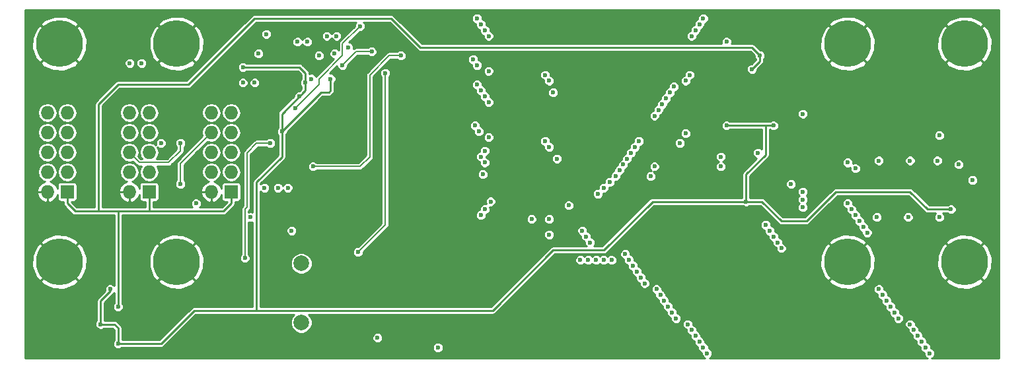
<source format=gbr>
G04 #@! TF.FileFunction,Copper,L3,Inr,Signal*
%FSLAX46Y46*%
G04 Gerber Fmt 4.6, Leading zero omitted, Abs format (unit mm)*
G04 Created by KiCad (PCBNEW 4.0.5+dfsg1-4) date Tue May 29 15:03:41 2018*
%MOMM*%
%LPD*%
G01*
G04 APERTURE LIST*
%ADD10C,0.100000*%
%ADD11R,1.727200X1.727200*%
%ADD12O,1.727200X1.727200*%
%ADD13C,2.000000*%
%ADD14C,6.000000*%
%ADD15C,0.600000*%
%ADD16C,0.250000*%
%ADD17C,0.200000*%
%ADD18C,0.254000*%
G04 APERTURE END LIST*
D10*
D11*
X79000000Y-80000000D03*
D12*
X76460000Y-80000000D03*
X79000000Y-77460000D03*
X76460000Y-77460000D03*
X79000000Y-74920000D03*
X76460000Y-74920000D03*
X79000000Y-72380000D03*
X76460000Y-72380000D03*
X79000000Y-69840000D03*
X76460000Y-69840000D03*
D11*
X89500000Y-80000000D03*
D12*
X86960000Y-80000000D03*
X89500000Y-77460000D03*
X86960000Y-77460000D03*
X89500000Y-74920000D03*
X86960000Y-74920000D03*
X89500000Y-72380000D03*
X86960000Y-72380000D03*
X89500000Y-69840000D03*
X86960000Y-69840000D03*
D13*
X109000000Y-89200000D03*
X109000000Y-96800000D03*
D14*
X179000000Y-61000000D03*
X179000000Y-89000000D03*
X78000000Y-61000000D03*
X78000000Y-89000000D03*
X93000000Y-61000000D03*
X194000000Y-61000000D03*
X93000000Y-89000000D03*
X194000000Y-89000000D03*
D11*
X100000000Y-80000000D03*
D12*
X97460000Y-80000000D03*
X100000000Y-77460000D03*
X97460000Y-77460000D03*
X100000000Y-74920000D03*
X97460000Y-74920000D03*
X100000000Y-72380000D03*
X97460000Y-72380000D03*
X100000000Y-69840000D03*
X97460000Y-69840000D03*
D15*
X163500000Y-71500000D03*
X112750000Y-65500000D03*
X101500000Y-64000000D03*
X109500000Y-66000000D03*
X108750000Y-67750000D03*
X106500000Y-72250000D03*
X192250000Y-82250000D03*
X166000000Y-81250000D03*
X85500000Y-99500000D03*
X84500000Y-92500000D03*
X83250000Y-97000000D03*
X169500000Y-71500000D03*
X102750000Y-60000000D03*
X169250000Y-80750000D03*
X175500000Y-77000000D03*
X164500000Y-77500000D03*
X116500000Y-60500000D03*
X124250000Y-58750000D03*
X93750000Y-99500000D03*
X93750000Y-95000000D03*
X163250000Y-65500000D03*
X177500000Y-67500000D03*
X165750000Y-58500000D03*
X193000000Y-81000000D03*
X164500000Y-86000000D03*
X193250000Y-73750000D03*
X169500000Y-73500000D03*
X163500000Y-73500000D03*
X105000000Y-66000000D03*
X130000000Y-98250000D03*
X129250000Y-94000000D03*
X125000000Y-94000000D03*
X120500000Y-94000000D03*
X122500000Y-97500000D03*
X119250000Y-100500000D03*
X112250000Y-62500000D03*
X103750000Y-70750000D03*
X103750000Y-69250000D03*
X103750000Y-67750000D03*
X88500000Y-91500000D03*
X82500000Y-92250000D03*
X84000000Y-57000000D03*
X87000000Y-57000000D03*
X150000000Y-80250000D03*
X138250000Y-79250000D03*
X135250000Y-79250000D03*
X138250000Y-70750000D03*
X135250000Y-70750000D03*
X138250000Y-62250000D03*
X135250000Y-62250000D03*
X147000000Y-82000000D03*
X140500000Y-86750000D03*
X114000000Y-70000000D03*
X116750000Y-65500000D03*
X108250000Y-69250000D03*
X116500000Y-58750000D03*
X166750000Y-64250000D03*
X167750000Y-62500000D03*
X118750000Y-98750000D03*
X85500000Y-94750000D03*
X131500000Y-57750000D03*
X160500000Y-57750000D03*
X189500000Y-100750000D03*
X161000000Y-100750000D03*
X132000000Y-58500000D03*
X160000000Y-58500000D03*
X160500000Y-100000000D03*
X189000000Y-100000000D03*
X132500000Y-59250000D03*
X159500000Y-59250000D03*
X160000000Y-99250000D03*
X188500000Y-99250000D03*
X133000000Y-60000000D03*
X159000000Y-60000000D03*
X159500000Y-98500000D03*
X188000000Y-98500000D03*
X158750000Y-65000000D03*
X140250000Y-65000000D03*
X131000000Y-63000000D03*
X159000000Y-97750000D03*
X187500000Y-97750000D03*
X158250000Y-65750000D03*
X131500000Y-63750000D03*
X140750000Y-65750000D03*
X158500000Y-97000000D03*
X187000000Y-97000000D03*
X133000000Y-64500000D03*
X156750000Y-66500000D03*
X157000000Y-96250000D03*
X185500000Y-96250000D03*
X156250000Y-67250000D03*
X141250000Y-67250000D03*
X185000000Y-95500000D03*
X156500000Y-95500000D03*
X155750000Y-68000000D03*
X131500000Y-66250000D03*
X184500000Y-94750000D03*
X156000000Y-94750000D03*
X155250000Y-68750000D03*
X132000000Y-67000000D03*
X184000000Y-94000000D03*
X155500000Y-94000000D03*
X154750000Y-69500000D03*
X132500000Y-67750000D03*
X183500000Y-93250000D03*
X155000000Y-93250000D03*
X154250000Y-70250000D03*
X133000000Y-68500000D03*
X183000000Y-92500000D03*
X154500000Y-92500000D03*
X152250000Y-73500000D03*
X140250000Y-73500000D03*
X131250000Y-71500000D03*
X181500000Y-85250000D03*
X153000000Y-91750000D03*
X151750000Y-74250000D03*
X140750000Y-74250000D03*
X131750000Y-72250000D03*
X181000000Y-84500000D03*
X152500000Y-91000000D03*
X133000000Y-73000000D03*
X151250000Y-75000000D03*
X180500000Y-83750000D03*
X152000000Y-90250000D03*
X141750000Y-75750000D03*
X150750000Y-75750000D03*
X180000000Y-83000000D03*
X151500000Y-89500000D03*
X150250000Y-76500000D03*
X132500000Y-74750000D03*
X179500000Y-82250000D03*
X151000000Y-88750000D03*
X149750000Y-77250000D03*
X132000000Y-75500000D03*
X179000000Y-81500000D03*
X150500000Y-88000000D03*
X132500000Y-76250000D03*
X149250000Y-78000000D03*
X148750000Y-88750000D03*
X170500000Y-87250000D03*
X170000000Y-86500000D03*
X147750000Y-88750000D03*
X132250000Y-77750000D03*
X148500000Y-78750000D03*
X169500000Y-85750000D03*
X146750000Y-88750000D03*
X133250000Y-81250000D03*
X147750000Y-79500000D03*
X169000000Y-85000000D03*
X145750000Y-88750000D03*
X132500000Y-82250000D03*
X147000000Y-80250000D03*
X132000000Y-83000000D03*
X168500000Y-84250000D03*
X144750000Y-88750000D03*
X146000000Y-86500000D03*
X173250000Y-82000000D03*
X138500000Y-83500000D03*
X145500000Y-85750000D03*
X173250000Y-81000000D03*
X143250000Y-81750000D03*
X145000000Y-85000000D03*
X173250000Y-80000000D03*
X171750000Y-79000000D03*
X140750000Y-83500000D03*
X140750000Y-85500000D03*
X95500000Y-81500000D03*
X107750000Y-85000000D03*
X91000000Y-73750000D03*
X87000000Y-63500000D03*
X102500000Y-83250000D03*
X93500000Y-73750000D03*
X103500000Y-62250000D03*
X101500000Y-66000000D03*
X101750000Y-88500000D03*
X110250000Y-65500000D03*
X105000000Y-73750000D03*
X103000000Y-66000000D03*
X104500000Y-59750000D03*
X115000000Y-61500000D03*
X107250000Y-79500000D03*
X112250000Y-60000000D03*
X113250000Y-62250000D03*
X109750000Y-60750000D03*
X108500000Y-60750000D03*
X163500000Y-60750000D03*
X121750000Y-62500000D03*
X110500000Y-76750000D03*
X114250000Y-63750000D03*
X126500000Y-100000000D03*
X118000000Y-62000000D03*
X179000000Y-76250000D03*
X193250000Y-76500000D03*
X88500000Y-63500000D03*
X93500000Y-79000000D03*
X180000000Y-77000000D03*
X190750000Y-72750000D03*
X195000000Y-78500000D03*
X190500000Y-76000000D03*
X173250000Y-70000000D03*
X162750000Y-75500000D03*
X183000000Y-76000000D03*
X187000000Y-76000000D03*
X154250000Y-76750000D03*
X158250000Y-72500000D03*
X162750000Y-76750000D03*
X153750000Y-78000000D03*
X190750000Y-83250000D03*
X167500000Y-75000000D03*
X157500000Y-73750000D03*
X186750000Y-83250000D03*
X182750000Y-83250000D03*
X106000000Y-79500000D03*
X111250000Y-62500000D03*
X113500000Y-60000000D03*
X104250000Y-79500000D03*
X116250000Y-87750000D03*
X119750000Y-64750000D03*
D16*
X168500000Y-71500000D02*
X163500000Y-71500000D01*
X168500000Y-71500000D02*
X169500000Y-71500000D01*
X166000000Y-81250000D02*
X166000000Y-77750000D01*
X168500000Y-75250000D02*
X168500000Y-71500000D01*
X166000000Y-77750000D02*
X168500000Y-75250000D01*
X91000000Y-99500000D02*
X95250000Y-95250000D01*
X85500000Y-99500000D02*
X91000000Y-99500000D01*
X95250000Y-95250000D02*
X103250000Y-95250000D01*
X103250000Y-95250000D02*
X133500000Y-95250000D01*
X106500000Y-72250000D02*
X111500000Y-67250000D01*
X112750000Y-67000000D02*
X112750000Y-65500000D01*
X112500000Y-67250000D02*
X112750000Y-67000000D01*
X111500000Y-67250000D02*
X112500000Y-67250000D01*
X109500000Y-66000000D02*
X109500000Y-64750000D01*
X108750000Y-64000000D02*
X101500000Y-64000000D01*
X109500000Y-64750000D02*
X108750000Y-64000000D01*
X106500000Y-72250000D02*
X106500000Y-70000000D01*
X109500000Y-67000000D02*
X109500000Y-66000000D01*
X106500000Y-70000000D02*
X109500000Y-67000000D01*
X106500000Y-72250000D02*
X106500000Y-75500000D01*
X106500000Y-75500000D02*
X103250000Y-78750000D01*
X103250000Y-78750000D02*
X103250000Y-95250000D01*
X166000000Y-81250000D02*
X168000000Y-81250000D01*
X189250000Y-82250000D02*
X192250000Y-82250000D01*
X187000000Y-80000000D02*
X189250000Y-82250000D01*
X177500000Y-80000000D02*
X187000000Y-80000000D01*
X173750000Y-83750000D02*
X177500000Y-80000000D01*
X170500000Y-83750000D02*
X173750000Y-83750000D01*
X168000000Y-81250000D02*
X170500000Y-83750000D01*
X154000000Y-81250000D02*
X166000000Y-81250000D01*
X133500000Y-95250000D02*
X141250000Y-87500000D01*
X141250000Y-87500000D02*
X147750000Y-87500000D01*
X147750000Y-87500000D02*
X154000000Y-81250000D01*
X84500000Y-92500000D02*
X84500000Y-92750000D01*
X83250000Y-94000000D02*
X83250000Y-97000000D01*
X84500000Y-92750000D02*
X83250000Y-94000000D01*
X85500000Y-97500000D02*
X85500000Y-99500000D01*
X85000000Y-97000000D02*
X85500000Y-97500000D01*
X83250000Y-97000000D02*
X85000000Y-97000000D01*
D17*
X108250000Y-69250000D02*
X111250000Y-66250000D01*
X114250000Y-61000000D02*
X116500000Y-58750000D01*
X114250000Y-62500000D02*
X114250000Y-61000000D01*
X111250000Y-65500000D02*
X114250000Y-62500000D01*
X111250000Y-66250000D02*
X111250000Y-65500000D01*
D16*
X166750000Y-64250000D02*
X167750000Y-63250000D01*
X167750000Y-63250000D02*
X167750000Y-62500000D01*
X83000000Y-69000000D02*
X83000000Y-68750000D01*
X83000000Y-68750000D02*
X85500000Y-66250000D01*
X85500000Y-66250000D02*
X94500000Y-66250000D01*
X94500000Y-66250000D02*
X103000000Y-57750000D01*
X103000000Y-57750000D02*
X120500000Y-57750000D01*
X120500000Y-57750000D02*
X124250000Y-61500000D01*
X124250000Y-61500000D02*
X166750000Y-61500000D01*
X166750000Y-61500000D02*
X167750000Y-62500000D01*
X83000000Y-82500000D02*
X83000000Y-69000000D01*
X85500000Y-82500000D02*
X85500000Y-94750000D01*
X89500000Y-80000000D02*
X89500000Y-82500000D01*
X100000000Y-80000000D02*
X100000000Y-81500000D01*
X79000000Y-81500000D02*
X79000000Y-80000000D01*
X83000000Y-82500000D02*
X80000000Y-82500000D01*
X80000000Y-82500000D02*
X79000000Y-81500000D01*
X99000000Y-82500000D02*
X89500000Y-82500000D01*
X89500000Y-82500000D02*
X85500000Y-82500000D01*
X85500000Y-82500000D02*
X83000000Y-82500000D01*
X100000000Y-81500000D02*
X99000000Y-82500000D01*
D17*
X88250000Y-76250000D02*
X92000000Y-76250000D01*
X92000000Y-76250000D02*
X93500000Y-74750000D01*
X93500000Y-74750000D02*
X93500000Y-73750000D01*
X86960000Y-74960000D02*
X88250000Y-76250000D01*
X86960000Y-74920000D02*
X86960000Y-74960000D01*
X103250000Y-73750000D02*
X102000000Y-75000000D01*
X102000000Y-75000000D02*
X102000000Y-82000000D01*
X102000000Y-82000000D02*
X101750000Y-82250000D01*
X101750000Y-82250000D02*
X101750000Y-88500000D01*
X105000000Y-73750000D02*
X103250000Y-73750000D01*
X120250000Y-62500000D02*
X117750000Y-65000000D01*
X117750000Y-65000000D02*
X117750000Y-75500000D01*
X117750000Y-75500000D02*
X116500000Y-76750000D01*
X116500000Y-76750000D02*
X110500000Y-76750000D01*
X121750000Y-62500000D02*
X120250000Y-62500000D01*
X114250000Y-63750000D02*
X116000000Y-62000000D01*
X118000000Y-62000000D02*
X116000000Y-62000000D01*
X93500000Y-79000000D02*
X93500000Y-76340000D01*
X93500000Y-76340000D02*
X97460000Y-72380000D01*
X119750000Y-64750000D02*
X119750000Y-84250000D01*
X119750000Y-84250000D02*
X116250000Y-87750000D01*
D18*
G36*
X198373000Y-101373000D02*
X189775522Y-101373000D01*
X189885252Y-101327661D01*
X190076987Y-101136259D01*
X190180882Y-100886054D01*
X190181118Y-100615135D01*
X190077661Y-100364748D01*
X189886259Y-100173013D01*
X189680924Y-100087750D01*
X189681118Y-99865135D01*
X189577661Y-99614748D01*
X189386259Y-99423013D01*
X189180924Y-99337750D01*
X189181118Y-99115135D01*
X189077661Y-98864748D01*
X188886259Y-98673013D01*
X188680924Y-98587750D01*
X188681118Y-98365135D01*
X188577661Y-98114748D01*
X188386259Y-97923013D01*
X188180924Y-97837750D01*
X188181118Y-97615135D01*
X188077661Y-97364748D01*
X187886259Y-97173013D01*
X187680924Y-97087750D01*
X187681118Y-96865135D01*
X187577661Y-96614748D01*
X187386259Y-96423013D01*
X187136054Y-96319118D01*
X186865135Y-96318882D01*
X186614748Y-96422339D01*
X186423013Y-96613741D01*
X186319118Y-96863946D01*
X186318882Y-97134865D01*
X186422339Y-97385252D01*
X186613741Y-97576987D01*
X186819076Y-97662250D01*
X186818882Y-97884865D01*
X186922339Y-98135252D01*
X187113741Y-98326987D01*
X187319076Y-98412250D01*
X187318882Y-98634865D01*
X187422339Y-98885252D01*
X187613741Y-99076987D01*
X187819076Y-99162250D01*
X187818882Y-99384865D01*
X187922339Y-99635252D01*
X188113741Y-99826987D01*
X188319076Y-99912250D01*
X188318882Y-100134865D01*
X188422339Y-100385252D01*
X188613741Y-100576987D01*
X188819076Y-100662250D01*
X188818882Y-100884865D01*
X188922339Y-101135252D01*
X189113741Y-101326987D01*
X189224552Y-101373000D01*
X161275522Y-101373000D01*
X161385252Y-101327661D01*
X161576987Y-101136259D01*
X161680882Y-100886054D01*
X161681118Y-100615135D01*
X161577661Y-100364748D01*
X161386259Y-100173013D01*
X161180924Y-100087750D01*
X161181118Y-99865135D01*
X161077661Y-99614748D01*
X160886259Y-99423013D01*
X160680924Y-99337750D01*
X160681118Y-99115135D01*
X160577661Y-98864748D01*
X160386259Y-98673013D01*
X160180924Y-98587750D01*
X160181118Y-98365135D01*
X160077661Y-98114748D01*
X159886259Y-97923013D01*
X159680924Y-97837750D01*
X159681118Y-97615135D01*
X159577661Y-97364748D01*
X159386259Y-97173013D01*
X159180924Y-97087750D01*
X159181118Y-96865135D01*
X159077661Y-96614748D01*
X158886259Y-96423013D01*
X158636054Y-96319118D01*
X158365135Y-96318882D01*
X158114748Y-96422339D01*
X157923013Y-96613741D01*
X157819118Y-96863946D01*
X157818882Y-97134865D01*
X157922339Y-97385252D01*
X158113741Y-97576987D01*
X158319076Y-97662250D01*
X158318882Y-97884865D01*
X158422339Y-98135252D01*
X158613741Y-98326987D01*
X158819076Y-98412250D01*
X158818882Y-98634865D01*
X158922339Y-98885252D01*
X159113741Y-99076987D01*
X159319076Y-99162250D01*
X159318882Y-99384865D01*
X159422339Y-99635252D01*
X159613741Y-99826987D01*
X159819076Y-99912250D01*
X159818882Y-100134865D01*
X159922339Y-100385252D01*
X160113741Y-100576987D01*
X160319076Y-100662250D01*
X160318882Y-100884865D01*
X160422339Y-101135252D01*
X160613741Y-101326987D01*
X160724552Y-101373000D01*
X73627000Y-101373000D01*
X73627000Y-91448289D01*
X75569672Y-91448289D01*
X75907941Y-91901078D01*
X77177384Y-92480843D01*
X78572063Y-92530681D01*
X79879650Y-92043005D01*
X80092059Y-91901078D01*
X80430328Y-91448289D01*
X78000000Y-89017961D01*
X75569672Y-91448289D01*
X73627000Y-91448289D01*
X73627000Y-89572063D01*
X74469319Y-89572063D01*
X74956995Y-90879650D01*
X75098922Y-91092059D01*
X75551711Y-91430328D01*
X77982039Y-89000000D01*
X78017961Y-89000000D01*
X80448289Y-91430328D01*
X80901078Y-91092059D01*
X81480843Y-89822616D01*
X81530681Y-88427937D01*
X81043005Y-87120350D01*
X80901078Y-86907941D01*
X80448289Y-86569672D01*
X78017961Y-89000000D01*
X77982039Y-89000000D01*
X75551711Y-86569672D01*
X75098922Y-86907941D01*
X74519157Y-88177384D01*
X74469319Y-89572063D01*
X73627000Y-89572063D01*
X73627000Y-86551711D01*
X75569672Y-86551711D01*
X78000000Y-88982039D01*
X80430328Y-86551711D01*
X80092059Y-86098922D01*
X78822616Y-85519157D01*
X77427937Y-85469319D01*
X76120350Y-85956995D01*
X75907941Y-86098922D01*
X75569672Y-86551711D01*
X73627000Y-86551711D01*
X73627000Y-80227100D01*
X75107331Y-80227100D01*
X75297204Y-80727457D01*
X75664102Y-81117065D01*
X76152168Y-81336610D01*
X76232900Y-81352668D01*
X76447300Y-81244535D01*
X76447300Y-80012700D01*
X75215458Y-80012700D01*
X75107331Y-80227100D01*
X73627000Y-80227100D01*
X73627000Y-79772900D01*
X75107331Y-79772900D01*
X75215458Y-79987300D01*
X76447300Y-79987300D01*
X76447300Y-79967300D01*
X76472700Y-79967300D01*
X76472700Y-79987300D01*
X76492700Y-79987300D01*
X76492700Y-80012700D01*
X76472700Y-80012700D01*
X76472700Y-81244535D01*
X76687100Y-81352668D01*
X76767832Y-81336610D01*
X77255898Y-81117065D01*
X77622796Y-80727457D01*
X77747936Y-80397686D01*
X77747936Y-80863600D01*
X77774503Y-81004790D01*
X77857946Y-81134465D01*
X77985266Y-81221459D01*
X78136400Y-81252064D01*
X78494000Y-81252064D01*
X78494000Y-81500000D01*
X78532517Y-81693638D01*
X78642204Y-81857796D01*
X79642204Y-82857796D01*
X79806362Y-82967483D01*
X80000000Y-83006000D01*
X84994000Y-83006000D01*
X84994000Y-92030941D01*
X84886259Y-91923013D01*
X84636054Y-91819118D01*
X84365135Y-91818882D01*
X84114748Y-91922339D01*
X83923013Y-92113741D01*
X83819118Y-92363946D01*
X83818882Y-92634865D01*
X83842466Y-92691942D01*
X82892204Y-93642204D01*
X82782517Y-93806362D01*
X82744000Y-94000000D01*
X82744000Y-96542877D01*
X82673013Y-96613741D01*
X82569118Y-96863946D01*
X82568882Y-97134865D01*
X82672339Y-97385252D01*
X82863741Y-97576987D01*
X83113946Y-97680882D01*
X83384865Y-97681118D01*
X83635252Y-97577661D01*
X83707038Y-97506000D01*
X84790408Y-97506000D01*
X84994000Y-97709592D01*
X84994000Y-99042877D01*
X84923013Y-99113741D01*
X84819118Y-99363946D01*
X84818882Y-99634865D01*
X84922339Y-99885252D01*
X85113741Y-100076987D01*
X85363946Y-100180882D01*
X85634865Y-100181118D01*
X85746806Y-100134865D01*
X125818882Y-100134865D01*
X125922339Y-100385252D01*
X126113741Y-100576987D01*
X126363946Y-100680882D01*
X126634865Y-100681118D01*
X126885252Y-100577661D01*
X127076987Y-100386259D01*
X127180882Y-100136054D01*
X127181118Y-99865135D01*
X127077661Y-99614748D01*
X126886259Y-99423013D01*
X126636054Y-99319118D01*
X126365135Y-99318882D01*
X126114748Y-99422339D01*
X125923013Y-99613741D01*
X125819118Y-99863946D01*
X125818882Y-100134865D01*
X85746806Y-100134865D01*
X85885252Y-100077661D01*
X85957038Y-100006000D01*
X91000000Y-100006000D01*
X91193638Y-99967483D01*
X91357796Y-99857796D01*
X92330727Y-98884865D01*
X118068882Y-98884865D01*
X118172339Y-99135252D01*
X118363741Y-99326987D01*
X118613946Y-99430882D01*
X118884865Y-99431118D01*
X119135252Y-99327661D01*
X119326987Y-99136259D01*
X119430882Y-98886054D01*
X119431118Y-98615135D01*
X119327661Y-98364748D01*
X119136259Y-98173013D01*
X118886054Y-98069118D01*
X118615135Y-98068882D01*
X118364748Y-98172339D01*
X118173013Y-98363741D01*
X118069118Y-98613946D01*
X118068882Y-98884865D01*
X92330727Y-98884865D01*
X95459592Y-95756000D01*
X108091089Y-95756000D01*
X107829928Y-96016705D01*
X107619241Y-96524097D01*
X107618761Y-97073493D01*
X107828563Y-97581251D01*
X108216705Y-97970072D01*
X108724097Y-98180759D01*
X109273493Y-98181239D01*
X109781251Y-97971437D01*
X110170072Y-97583295D01*
X110380759Y-97075903D01*
X110381239Y-96526507D01*
X110171437Y-96018749D01*
X109909147Y-95756000D01*
X133500000Y-95756000D01*
X133693638Y-95717483D01*
X133857796Y-95607796D01*
X136830727Y-92634865D01*
X153818882Y-92634865D01*
X153922339Y-92885252D01*
X154113741Y-93076987D01*
X154319076Y-93162250D01*
X154318882Y-93384865D01*
X154422339Y-93635252D01*
X154613741Y-93826987D01*
X154819076Y-93912250D01*
X154818882Y-94134865D01*
X154922339Y-94385252D01*
X155113741Y-94576987D01*
X155319076Y-94662250D01*
X155318882Y-94884865D01*
X155422339Y-95135252D01*
X155613741Y-95326987D01*
X155819076Y-95412250D01*
X155818882Y-95634865D01*
X155922339Y-95885252D01*
X156113741Y-96076987D01*
X156319076Y-96162250D01*
X156318882Y-96384865D01*
X156422339Y-96635252D01*
X156613741Y-96826987D01*
X156863946Y-96930882D01*
X157134865Y-96931118D01*
X157385252Y-96827661D01*
X157576987Y-96636259D01*
X157680882Y-96386054D01*
X157681118Y-96115135D01*
X157577661Y-95864748D01*
X157386259Y-95673013D01*
X157180924Y-95587750D01*
X157181118Y-95365135D01*
X157077661Y-95114748D01*
X156886259Y-94923013D01*
X156680924Y-94837750D01*
X156681118Y-94615135D01*
X156577661Y-94364748D01*
X156386259Y-94173013D01*
X156180924Y-94087750D01*
X156181118Y-93865135D01*
X156077661Y-93614748D01*
X155886259Y-93423013D01*
X155680924Y-93337750D01*
X155681118Y-93115135D01*
X155577661Y-92864748D01*
X155386259Y-92673013D01*
X155294389Y-92634865D01*
X182318882Y-92634865D01*
X182422339Y-92885252D01*
X182613741Y-93076987D01*
X182819076Y-93162250D01*
X182818882Y-93384865D01*
X182922339Y-93635252D01*
X183113741Y-93826987D01*
X183319076Y-93912250D01*
X183318882Y-94134865D01*
X183422339Y-94385252D01*
X183613741Y-94576987D01*
X183819076Y-94662250D01*
X183818882Y-94884865D01*
X183922339Y-95135252D01*
X184113741Y-95326987D01*
X184319076Y-95412250D01*
X184318882Y-95634865D01*
X184422339Y-95885252D01*
X184613741Y-96076987D01*
X184819076Y-96162250D01*
X184818882Y-96384865D01*
X184922339Y-96635252D01*
X185113741Y-96826987D01*
X185363946Y-96930882D01*
X185634865Y-96931118D01*
X185885252Y-96827661D01*
X186076987Y-96636259D01*
X186180882Y-96386054D01*
X186181118Y-96115135D01*
X186077661Y-95864748D01*
X185886259Y-95673013D01*
X185680924Y-95587750D01*
X185681118Y-95365135D01*
X185577661Y-95114748D01*
X185386259Y-94923013D01*
X185180924Y-94837750D01*
X185181118Y-94615135D01*
X185077661Y-94364748D01*
X184886259Y-94173013D01*
X184680924Y-94087750D01*
X184681118Y-93865135D01*
X184577661Y-93614748D01*
X184386259Y-93423013D01*
X184180924Y-93337750D01*
X184181118Y-93115135D01*
X184077661Y-92864748D01*
X183886259Y-92673013D01*
X183680924Y-92587750D01*
X183681118Y-92365135D01*
X183577661Y-92114748D01*
X183386259Y-91923013D01*
X183136054Y-91819118D01*
X182865135Y-91818882D01*
X182614748Y-91922339D01*
X182423013Y-92113741D01*
X182319118Y-92363946D01*
X182318882Y-92634865D01*
X155294389Y-92634865D01*
X155180924Y-92587750D01*
X155181118Y-92365135D01*
X155077661Y-92114748D01*
X154886259Y-91923013D01*
X154636054Y-91819118D01*
X154365135Y-91818882D01*
X154114748Y-91922339D01*
X153923013Y-92113741D01*
X153819118Y-92363946D01*
X153818882Y-92634865D01*
X136830727Y-92634865D01*
X140580727Y-88884865D01*
X144068882Y-88884865D01*
X144172339Y-89135252D01*
X144363741Y-89326987D01*
X144613946Y-89430882D01*
X144884865Y-89431118D01*
X145135252Y-89327661D01*
X145250032Y-89213080D01*
X145363741Y-89326987D01*
X145613946Y-89430882D01*
X145884865Y-89431118D01*
X146135252Y-89327661D01*
X146250032Y-89213080D01*
X146363741Y-89326987D01*
X146613946Y-89430882D01*
X146884865Y-89431118D01*
X147135252Y-89327661D01*
X147250032Y-89213080D01*
X147363741Y-89326987D01*
X147613946Y-89430882D01*
X147884865Y-89431118D01*
X148135252Y-89327661D01*
X148250032Y-89213080D01*
X148363741Y-89326987D01*
X148613946Y-89430882D01*
X148884865Y-89431118D01*
X149135252Y-89327661D01*
X149326987Y-89136259D01*
X149430882Y-88886054D01*
X149431118Y-88615135D01*
X149327661Y-88364748D01*
X149136259Y-88173013D01*
X149044390Y-88134865D01*
X149818882Y-88134865D01*
X149922339Y-88385252D01*
X150113741Y-88576987D01*
X150319076Y-88662250D01*
X150318882Y-88884865D01*
X150422339Y-89135252D01*
X150613741Y-89326987D01*
X150819076Y-89412250D01*
X150818882Y-89634865D01*
X150922339Y-89885252D01*
X151113741Y-90076987D01*
X151319076Y-90162250D01*
X151318882Y-90384865D01*
X151422339Y-90635252D01*
X151613741Y-90826987D01*
X151819076Y-90912250D01*
X151818882Y-91134865D01*
X151922339Y-91385252D01*
X152113741Y-91576987D01*
X152319076Y-91662250D01*
X152318882Y-91884865D01*
X152422339Y-92135252D01*
X152613741Y-92326987D01*
X152863946Y-92430882D01*
X153134865Y-92431118D01*
X153385252Y-92327661D01*
X153576987Y-92136259D01*
X153680882Y-91886054D01*
X153681118Y-91615135D01*
X153612180Y-91448289D01*
X176569672Y-91448289D01*
X176907941Y-91901078D01*
X178177384Y-92480843D01*
X179572063Y-92530681D01*
X180879650Y-92043005D01*
X181092059Y-91901078D01*
X181430328Y-91448289D01*
X191569672Y-91448289D01*
X191907941Y-91901078D01*
X193177384Y-92480843D01*
X194572063Y-92530681D01*
X195879650Y-92043005D01*
X196092059Y-91901078D01*
X196430328Y-91448289D01*
X194000000Y-89017961D01*
X191569672Y-91448289D01*
X181430328Y-91448289D01*
X179000000Y-89017961D01*
X176569672Y-91448289D01*
X153612180Y-91448289D01*
X153577661Y-91364748D01*
X153386259Y-91173013D01*
X153180924Y-91087750D01*
X153181118Y-90865135D01*
X153077661Y-90614748D01*
X152886259Y-90423013D01*
X152680924Y-90337750D01*
X152681118Y-90115135D01*
X152577661Y-89864748D01*
X152386259Y-89673013D01*
X152180924Y-89587750D01*
X152180937Y-89572063D01*
X175469319Y-89572063D01*
X175956995Y-90879650D01*
X176098922Y-91092059D01*
X176551711Y-91430328D01*
X178982039Y-89000000D01*
X179017961Y-89000000D01*
X181448289Y-91430328D01*
X181901078Y-91092059D01*
X182480843Y-89822616D01*
X182489796Y-89572063D01*
X190469319Y-89572063D01*
X190956995Y-90879650D01*
X191098922Y-91092059D01*
X191551711Y-91430328D01*
X193982039Y-89000000D01*
X194017961Y-89000000D01*
X196448289Y-91430328D01*
X196901078Y-91092059D01*
X197480843Y-89822616D01*
X197530681Y-88427937D01*
X197043005Y-87120350D01*
X196901078Y-86907941D01*
X196448289Y-86569672D01*
X194017961Y-89000000D01*
X193982039Y-89000000D01*
X191551711Y-86569672D01*
X191098922Y-86907941D01*
X190519157Y-88177384D01*
X190469319Y-89572063D01*
X182489796Y-89572063D01*
X182530681Y-88427937D01*
X182043005Y-87120350D01*
X181901078Y-86907941D01*
X181448289Y-86569672D01*
X179017961Y-89000000D01*
X178982039Y-89000000D01*
X176551711Y-86569672D01*
X176098922Y-86907941D01*
X175519157Y-88177384D01*
X175469319Y-89572063D01*
X152180937Y-89572063D01*
X152181118Y-89365135D01*
X152077661Y-89114748D01*
X151886259Y-88923013D01*
X151680924Y-88837750D01*
X151681118Y-88615135D01*
X151577661Y-88364748D01*
X151386259Y-88173013D01*
X151180924Y-88087750D01*
X151181118Y-87865135D01*
X151077661Y-87614748D01*
X150886259Y-87423013D01*
X150636054Y-87319118D01*
X150365135Y-87318882D01*
X150114748Y-87422339D01*
X149923013Y-87613741D01*
X149819118Y-87863946D01*
X149818882Y-88134865D01*
X149044390Y-88134865D01*
X148886054Y-88069118D01*
X148615135Y-88068882D01*
X148364748Y-88172339D01*
X148249968Y-88286920D01*
X148136259Y-88173013D01*
X147886054Y-88069118D01*
X147615135Y-88068882D01*
X147364748Y-88172339D01*
X147249968Y-88286920D01*
X147136259Y-88173013D01*
X146886054Y-88069118D01*
X146615135Y-88068882D01*
X146364748Y-88172339D01*
X146249968Y-88286920D01*
X146136259Y-88173013D01*
X145886054Y-88069118D01*
X145615135Y-88068882D01*
X145364748Y-88172339D01*
X145249968Y-88286920D01*
X145136259Y-88173013D01*
X144886054Y-88069118D01*
X144615135Y-88068882D01*
X144364748Y-88172339D01*
X144173013Y-88363741D01*
X144069118Y-88613946D01*
X144068882Y-88884865D01*
X140580727Y-88884865D01*
X141459592Y-88006000D01*
X147750000Y-88006000D01*
X147943638Y-87967483D01*
X148107796Y-87857796D01*
X151580727Y-84384865D01*
X167818882Y-84384865D01*
X167922339Y-84635252D01*
X168113741Y-84826987D01*
X168319076Y-84912250D01*
X168318882Y-85134865D01*
X168422339Y-85385252D01*
X168613741Y-85576987D01*
X168819076Y-85662250D01*
X168818882Y-85884865D01*
X168922339Y-86135252D01*
X169113741Y-86326987D01*
X169319076Y-86412250D01*
X169318882Y-86634865D01*
X169422339Y-86885252D01*
X169613741Y-87076987D01*
X169819076Y-87162250D01*
X169818882Y-87384865D01*
X169922339Y-87635252D01*
X170113741Y-87826987D01*
X170363946Y-87930882D01*
X170634865Y-87931118D01*
X170885252Y-87827661D01*
X171076987Y-87636259D01*
X171180882Y-87386054D01*
X171181118Y-87115135D01*
X171077661Y-86864748D01*
X170886259Y-86673013D01*
X170680924Y-86587750D01*
X170680955Y-86551711D01*
X176569672Y-86551711D01*
X179000000Y-88982039D01*
X181430328Y-86551711D01*
X191569672Y-86551711D01*
X194000000Y-88982039D01*
X196430328Y-86551711D01*
X196092059Y-86098922D01*
X194822616Y-85519157D01*
X193427937Y-85469319D01*
X192120350Y-85956995D01*
X191907941Y-86098922D01*
X191569672Y-86551711D01*
X181430328Y-86551711D01*
X181092059Y-86098922D01*
X179822616Y-85519157D01*
X178427937Y-85469319D01*
X177120350Y-85956995D01*
X176907941Y-86098922D01*
X176569672Y-86551711D01*
X170680955Y-86551711D01*
X170681118Y-86365135D01*
X170577661Y-86114748D01*
X170386259Y-85923013D01*
X170180924Y-85837750D01*
X170181118Y-85615135D01*
X170077661Y-85364748D01*
X169886259Y-85173013D01*
X169680924Y-85087750D01*
X169681118Y-84865135D01*
X169577661Y-84614748D01*
X169386259Y-84423013D01*
X169180924Y-84337750D01*
X169181118Y-84115135D01*
X169077661Y-83864748D01*
X168886259Y-83673013D01*
X168636054Y-83569118D01*
X168365135Y-83568882D01*
X168114748Y-83672339D01*
X167923013Y-83863741D01*
X167819118Y-84113946D01*
X167818882Y-84384865D01*
X151580727Y-84384865D01*
X154209592Y-81756000D01*
X165542877Y-81756000D01*
X165613741Y-81826987D01*
X165863946Y-81930882D01*
X166134865Y-81931118D01*
X166385252Y-81827661D01*
X166457038Y-81756000D01*
X167790408Y-81756000D01*
X170142204Y-84107796D01*
X170306362Y-84217483D01*
X170500000Y-84256000D01*
X173750000Y-84256000D01*
X173943638Y-84217483D01*
X174107796Y-84107796D01*
X176580727Y-81634865D01*
X178318882Y-81634865D01*
X178422339Y-81885252D01*
X178613741Y-82076987D01*
X178819076Y-82162250D01*
X178818882Y-82384865D01*
X178922339Y-82635252D01*
X179113741Y-82826987D01*
X179319076Y-82912250D01*
X179318882Y-83134865D01*
X179422339Y-83385252D01*
X179613741Y-83576987D01*
X179819076Y-83662250D01*
X179818882Y-83884865D01*
X179922339Y-84135252D01*
X180113741Y-84326987D01*
X180319076Y-84412250D01*
X180318882Y-84634865D01*
X180422339Y-84885252D01*
X180613741Y-85076987D01*
X180819076Y-85162250D01*
X180818882Y-85384865D01*
X180922339Y-85635252D01*
X181113741Y-85826987D01*
X181363946Y-85930882D01*
X181634865Y-85931118D01*
X181885252Y-85827661D01*
X182076987Y-85636259D01*
X182180882Y-85386054D01*
X182181118Y-85115135D01*
X182077661Y-84864748D01*
X181886259Y-84673013D01*
X181680924Y-84587750D01*
X181681118Y-84365135D01*
X181577661Y-84114748D01*
X181386259Y-83923013D01*
X181180924Y-83837750D01*
X181181118Y-83615135D01*
X181085974Y-83384865D01*
X182068882Y-83384865D01*
X182172339Y-83635252D01*
X182363741Y-83826987D01*
X182613946Y-83930882D01*
X182884865Y-83931118D01*
X183135252Y-83827661D01*
X183326987Y-83636259D01*
X183430882Y-83386054D01*
X183430883Y-83384865D01*
X186068882Y-83384865D01*
X186172339Y-83635252D01*
X186363741Y-83826987D01*
X186613946Y-83930882D01*
X186884865Y-83931118D01*
X187135252Y-83827661D01*
X187326987Y-83636259D01*
X187430882Y-83386054D01*
X187431118Y-83115135D01*
X187327661Y-82864748D01*
X187136259Y-82673013D01*
X186886054Y-82569118D01*
X186615135Y-82568882D01*
X186364748Y-82672339D01*
X186173013Y-82863741D01*
X186069118Y-83113946D01*
X186068882Y-83384865D01*
X183430883Y-83384865D01*
X183431118Y-83115135D01*
X183327661Y-82864748D01*
X183136259Y-82673013D01*
X182886054Y-82569118D01*
X182615135Y-82568882D01*
X182364748Y-82672339D01*
X182173013Y-82863741D01*
X182069118Y-83113946D01*
X182068882Y-83384865D01*
X181085974Y-83384865D01*
X181077661Y-83364748D01*
X180886259Y-83173013D01*
X180680924Y-83087750D01*
X180681118Y-82865135D01*
X180577661Y-82614748D01*
X180386259Y-82423013D01*
X180180924Y-82337750D01*
X180181118Y-82115135D01*
X180077661Y-81864748D01*
X179886259Y-81673013D01*
X179680924Y-81587750D01*
X179681118Y-81365135D01*
X179577661Y-81114748D01*
X179386259Y-80923013D01*
X179136054Y-80819118D01*
X178865135Y-80818882D01*
X178614748Y-80922339D01*
X178423013Y-81113741D01*
X178319118Y-81363946D01*
X178318882Y-81634865D01*
X176580727Y-81634865D01*
X177709592Y-80506000D01*
X186790408Y-80506000D01*
X188892204Y-82607796D01*
X189056362Y-82717483D01*
X189250000Y-82756000D01*
X190280941Y-82756000D01*
X190173013Y-82863741D01*
X190069118Y-83113946D01*
X190068882Y-83384865D01*
X190172339Y-83635252D01*
X190363741Y-83826987D01*
X190613946Y-83930882D01*
X190884865Y-83931118D01*
X191135252Y-83827661D01*
X191326987Y-83636259D01*
X191430882Y-83386054D01*
X191431118Y-83115135D01*
X191327661Y-82864748D01*
X191219102Y-82756000D01*
X191792877Y-82756000D01*
X191863741Y-82826987D01*
X192113946Y-82930882D01*
X192384865Y-82931118D01*
X192635252Y-82827661D01*
X192826987Y-82636259D01*
X192930882Y-82386054D01*
X192931118Y-82115135D01*
X192827661Y-81864748D01*
X192636259Y-81673013D01*
X192386054Y-81569118D01*
X192115135Y-81568882D01*
X191864748Y-81672339D01*
X191792962Y-81744000D01*
X189459592Y-81744000D01*
X187357796Y-79642204D01*
X187193638Y-79532517D01*
X187000000Y-79494000D01*
X177500000Y-79494000D01*
X177306362Y-79532517D01*
X177142204Y-79642204D01*
X173540408Y-83244000D01*
X170709592Y-83244000D01*
X168357796Y-80892204D01*
X168193638Y-80782517D01*
X168000000Y-80744000D01*
X166506000Y-80744000D01*
X166506000Y-80134865D01*
X172568882Y-80134865D01*
X172672339Y-80385252D01*
X172786920Y-80500032D01*
X172673013Y-80613741D01*
X172569118Y-80863946D01*
X172568882Y-81134865D01*
X172672339Y-81385252D01*
X172786920Y-81500032D01*
X172673013Y-81613741D01*
X172569118Y-81863946D01*
X172568882Y-82134865D01*
X172672339Y-82385252D01*
X172863741Y-82576987D01*
X173113946Y-82680882D01*
X173384865Y-82681118D01*
X173635252Y-82577661D01*
X173826987Y-82386259D01*
X173930882Y-82136054D01*
X173931118Y-81865135D01*
X173827661Y-81614748D01*
X173713080Y-81499968D01*
X173826987Y-81386259D01*
X173930882Y-81136054D01*
X173931118Y-80865135D01*
X173827661Y-80614748D01*
X173713080Y-80499968D01*
X173826987Y-80386259D01*
X173930882Y-80136054D01*
X173931118Y-79865135D01*
X173827661Y-79614748D01*
X173636259Y-79423013D01*
X173386054Y-79319118D01*
X173115135Y-79318882D01*
X172864748Y-79422339D01*
X172673013Y-79613741D01*
X172569118Y-79863946D01*
X172568882Y-80134865D01*
X166506000Y-80134865D01*
X166506000Y-79134865D01*
X171068882Y-79134865D01*
X171172339Y-79385252D01*
X171363741Y-79576987D01*
X171613946Y-79680882D01*
X171884865Y-79681118D01*
X172135252Y-79577661D01*
X172326987Y-79386259D01*
X172430882Y-79136054D01*
X172431118Y-78865135D01*
X172335974Y-78634865D01*
X194318882Y-78634865D01*
X194422339Y-78885252D01*
X194613741Y-79076987D01*
X194863946Y-79180882D01*
X195134865Y-79181118D01*
X195385252Y-79077661D01*
X195576987Y-78886259D01*
X195680882Y-78636054D01*
X195681118Y-78365135D01*
X195577661Y-78114748D01*
X195386259Y-77923013D01*
X195136054Y-77819118D01*
X194865135Y-77818882D01*
X194614748Y-77922339D01*
X194423013Y-78113741D01*
X194319118Y-78363946D01*
X194318882Y-78634865D01*
X172335974Y-78634865D01*
X172327661Y-78614748D01*
X172136259Y-78423013D01*
X171886054Y-78319118D01*
X171615135Y-78318882D01*
X171364748Y-78422339D01*
X171173013Y-78613741D01*
X171069118Y-78863946D01*
X171068882Y-79134865D01*
X166506000Y-79134865D01*
X166506000Y-77959592D01*
X168080727Y-76384865D01*
X178318882Y-76384865D01*
X178422339Y-76635252D01*
X178613741Y-76826987D01*
X178863946Y-76930882D01*
X179134865Y-76931118D01*
X179323609Y-76853131D01*
X179319118Y-76863946D01*
X179318882Y-77134865D01*
X179422339Y-77385252D01*
X179613741Y-77576987D01*
X179863946Y-77680882D01*
X180134865Y-77681118D01*
X180385252Y-77577661D01*
X180576987Y-77386259D01*
X180680882Y-77136054D01*
X180681118Y-76865135D01*
X180577661Y-76614748D01*
X180386259Y-76423013D01*
X180136054Y-76319118D01*
X179865135Y-76318882D01*
X179676391Y-76396869D01*
X179680882Y-76386054D01*
X179681100Y-76134865D01*
X182318882Y-76134865D01*
X182422339Y-76385252D01*
X182613741Y-76576987D01*
X182863946Y-76680882D01*
X183134865Y-76681118D01*
X183385252Y-76577661D01*
X183576987Y-76386259D01*
X183680882Y-76136054D01*
X183680883Y-76134865D01*
X186318882Y-76134865D01*
X186422339Y-76385252D01*
X186613741Y-76576987D01*
X186863946Y-76680882D01*
X187134865Y-76681118D01*
X187385252Y-76577661D01*
X187576987Y-76386259D01*
X187680882Y-76136054D01*
X187680883Y-76134865D01*
X189818882Y-76134865D01*
X189922339Y-76385252D01*
X190113741Y-76576987D01*
X190363946Y-76680882D01*
X190634865Y-76681118D01*
X190746806Y-76634865D01*
X192568882Y-76634865D01*
X192672339Y-76885252D01*
X192863741Y-77076987D01*
X193113946Y-77180882D01*
X193384865Y-77181118D01*
X193635252Y-77077661D01*
X193826987Y-76886259D01*
X193930882Y-76636054D01*
X193931118Y-76365135D01*
X193827661Y-76114748D01*
X193636259Y-75923013D01*
X193386054Y-75819118D01*
X193115135Y-75818882D01*
X192864748Y-75922339D01*
X192673013Y-76113741D01*
X192569118Y-76363946D01*
X192568882Y-76634865D01*
X190746806Y-76634865D01*
X190885252Y-76577661D01*
X191076987Y-76386259D01*
X191180882Y-76136054D01*
X191181118Y-75865135D01*
X191077661Y-75614748D01*
X190886259Y-75423013D01*
X190636054Y-75319118D01*
X190365135Y-75318882D01*
X190114748Y-75422339D01*
X189923013Y-75613741D01*
X189819118Y-75863946D01*
X189818882Y-76134865D01*
X187680883Y-76134865D01*
X187681118Y-75865135D01*
X187577661Y-75614748D01*
X187386259Y-75423013D01*
X187136054Y-75319118D01*
X186865135Y-75318882D01*
X186614748Y-75422339D01*
X186423013Y-75613741D01*
X186319118Y-75863946D01*
X186318882Y-76134865D01*
X183680883Y-76134865D01*
X183681118Y-75865135D01*
X183577661Y-75614748D01*
X183386259Y-75423013D01*
X183136054Y-75319118D01*
X182865135Y-75318882D01*
X182614748Y-75422339D01*
X182423013Y-75613741D01*
X182319118Y-75863946D01*
X182318882Y-76134865D01*
X179681100Y-76134865D01*
X179681118Y-76115135D01*
X179577661Y-75864748D01*
X179386259Y-75673013D01*
X179136054Y-75569118D01*
X178865135Y-75568882D01*
X178614748Y-75672339D01*
X178423013Y-75863741D01*
X178319118Y-76113946D01*
X178318882Y-76384865D01*
X168080727Y-76384865D01*
X168857796Y-75607796D01*
X168967483Y-75443638D01*
X169006000Y-75250000D01*
X169006000Y-72884865D01*
X190068882Y-72884865D01*
X190172339Y-73135252D01*
X190363741Y-73326987D01*
X190613946Y-73430882D01*
X190884865Y-73431118D01*
X191135252Y-73327661D01*
X191326987Y-73136259D01*
X191430882Y-72886054D01*
X191431118Y-72615135D01*
X191327661Y-72364748D01*
X191136259Y-72173013D01*
X190886054Y-72069118D01*
X190615135Y-72068882D01*
X190364748Y-72172339D01*
X190173013Y-72363741D01*
X190069118Y-72613946D01*
X190068882Y-72884865D01*
X169006000Y-72884865D01*
X169006000Y-72006000D01*
X169042877Y-72006000D01*
X169113741Y-72076987D01*
X169363946Y-72180882D01*
X169634865Y-72181118D01*
X169885252Y-72077661D01*
X170076987Y-71886259D01*
X170180882Y-71636054D01*
X170181118Y-71365135D01*
X170077661Y-71114748D01*
X169886259Y-70923013D01*
X169636054Y-70819118D01*
X169365135Y-70818882D01*
X169114748Y-70922339D01*
X169042962Y-70994000D01*
X163957123Y-70994000D01*
X163886259Y-70923013D01*
X163636054Y-70819118D01*
X163365135Y-70818882D01*
X163114748Y-70922339D01*
X162923013Y-71113741D01*
X162819118Y-71363946D01*
X162818882Y-71634865D01*
X162922339Y-71885252D01*
X163113741Y-72076987D01*
X163363946Y-72180882D01*
X163634865Y-72181118D01*
X163885252Y-72077661D01*
X163957038Y-72006000D01*
X167994000Y-72006000D01*
X167994000Y-74530941D01*
X167886259Y-74423013D01*
X167636054Y-74319118D01*
X167365135Y-74318882D01*
X167114748Y-74422339D01*
X166923013Y-74613741D01*
X166819118Y-74863946D01*
X166818882Y-75134865D01*
X166922339Y-75385252D01*
X167113741Y-75576987D01*
X167356583Y-75677825D01*
X165642204Y-77392204D01*
X165532517Y-77556362D01*
X165494000Y-77750000D01*
X165494000Y-80744000D01*
X154000000Y-80744000D01*
X153806362Y-80782517D01*
X153685013Y-80863600D01*
X153642204Y-80892204D01*
X147540408Y-86994000D01*
X146469059Y-86994000D01*
X146576987Y-86886259D01*
X146680882Y-86636054D01*
X146681118Y-86365135D01*
X146577661Y-86114748D01*
X146386259Y-85923013D01*
X146180924Y-85837750D01*
X146181118Y-85615135D01*
X146077661Y-85364748D01*
X145886259Y-85173013D01*
X145680924Y-85087750D01*
X145681118Y-84865135D01*
X145577661Y-84614748D01*
X145386259Y-84423013D01*
X145136054Y-84319118D01*
X144865135Y-84318882D01*
X144614748Y-84422339D01*
X144423013Y-84613741D01*
X144319118Y-84863946D01*
X144318882Y-85134865D01*
X144422339Y-85385252D01*
X144613741Y-85576987D01*
X144819076Y-85662250D01*
X144818882Y-85884865D01*
X144922339Y-86135252D01*
X145113741Y-86326987D01*
X145319076Y-86412250D01*
X145318882Y-86634865D01*
X145422339Y-86885252D01*
X145530898Y-86994000D01*
X141250000Y-86994000D01*
X141056362Y-87032517D01*
X140892204Y-87142204D01*
X133290408Y-94744000D01*
X103756000Y-94744000D01*
X103756000Y-89473493D01*
X107618761Y-89473493D01*
X107828563Y-89981251D01*
X108216705Y-90370072D01*
X108724097Y-90580759D01*
X109273493Y-90581239D01*
X109781251Y-90371437D01*
X110170072Y-89983295D01*
X110380759Y-89475903D01*
X110381239Y-88926507D01*
X110171437Y-88418749D01*
X109783295Y-88029928D01*
X109433944Y-87884865D01*
X115568882Y-87884865D01*
X115672339Y-88135252D01*
X115863741Y-88326987D01*
X116113946Y-88430882D01*
X116384865Y-88431118D01*
X116635252Y-88327661D01*
X116826987Y-88136259D01*
X116930882Y-87886054D01*
X116931001Y-87749235D01*
X119045371Y-85634865D01*
X140068882Y-85634865D01*
X140172339Y-85885252D01*
X140363741Y-86076987D01*
X140613946Y-86180882D01*
X140884865Y-86181118D01*
X141135252Y-86077661D01*
X141326987Y-85886259D01*
X141430882Y-85636054D01*
X141431118Y-85365135D01*
X141327661Y-85114748D01*
X141136259Y-84923013D01*
X140886054Y-84819118D01*
X140615135Y-84818882D01*
X140364748Y-84922339D01*
X140173013Y-85113741D01*
X140069118Y-85363946D01*
X140068882Y-85634865D01*
X119045371Y-85634865D01*
X120090118Y-84590119D01*
X120194386Y-84434071D01*
X120203937Y-84386054D01*
X120231000Y-84250000D01*
X120231000Y-83134865D01*
X131318882Y-83134865D01*
X131422339Y-83385252D01*
X131613741Y-83576987D01*
X131863946Y-83680882D01*
X132134865Y-83681118D01*
X132246806Y-83634865D01*
X137818882Y-83634865D01*
X137922339Y-83885252D01*
X138113741Y-84076987D01*
X138363946Y-84180882D01*
X138634865Y-84181118D01*
X138885252Y-84077661D01*
X139076987Y-83886259D01*
X139180882Y-83636054D01*
X139180883Y-83634865D01*
X140068882Y-83634865D01*
X140172339Y-83885252D01*
X140363741Y-84076987D01*
X140613946Y-84180882D01*
X140884865Y-84181118D01*
X141135252Y-84077661D01*
X141326987Y-83886259D01*
X141430882Y-83636054D01*
X141431118Y-83365135D01*
X141327661Y-83114748D01*
X141136259Y-82923013D01*
X140886054Y-82819118D01*
X140615135Y-82818882D01*
X140364748Y-82922339D01*
X140173013Y-83113741D01*
X140069118Y-83363946D01*
X140068882Y-83634865D01*
X139180883Y-83634865D01*
X139181118Y-83365135D01*
X139077661Y-83114748D01*
X138886259Y-82923013D01*
X138636054Y-82819118D01*
X138365135Y-82818882D01*
X138114748Y-82922339D01*
X137923013Y-83113741D01*
X137819118Y-83363946D01*
X137818882Y-83634865D01*
X132246806Y-83634865D01*
X132385252Y-83577661D01*
X132576987Y-83386259D01*
X132680882Y-83136054D01*
X132681077Y-82912024D01*
X132885252Y-82827661D01*
X133076987Y-82636259D01*
X133180882Y-82386054D01*
X133181118Y-82115135D01*
X133103131Y-81926391D01*
X133113946Y-81930882D01*
X133384865Y-81931118D01*
X133496806Y-81884865D01*
X142568882Y-81884865D01*
X142672339Y-82135252D01*
X142863741Y-82326987D01*
X143113946Y-82430882D01*
X143384865Y-82431118D01*
X143635252Y-82327661D01*
X143826987Y-82136259D01*
X143930882Y-81886054D01*
X143931118Y-81615135D01*
X143827661Y-81364748D01*
X143636259Y-81173013D01*
X143386054Y-81069118D01*
X143115135Y-81068882D01*
X142864748Y-81172339D01*
X142673013Y-81363741D01*
X142569118Y-81613946D01*
X142568882Y-81884865D01*
X133496806Y-81884865D01*
X133635252Y-81827661D01*
X133826987Y-81636259D01*
X133930882Y-81386054D01*
X133931118Y-81115135D01*
X133827661Y-80864748D01*
X133636259Y-80673013D01*
X133386054Y-80569118D01*
X133115135Y-80568882D01*
X132864748Y-80672339D01*
X132673013Y-80863741D01*
X132569118Y-81113946D01*
X132568882Y-81384865D01*
X132646869Y-81573609D01*
X132636054Y-81569118D01*
X132365135Y-81568882D01*
X132114748Y-81672339D01*
X131923013Y-81863741D01*
X131819118Y-82113946D01*
X131818923Y-82337976D01*
X131614748Y-82422339D01*
X131423013Y-82613741D01*
X131319118Y-82863946D01*
X131318882Y-83134865D01*
X120231000Y-83134865D01*
X120231000Y-80384865D01*
X146318882Y-80384865D01*
X146422339Y-80635252D01*
X146613741Y-80826987D01*
X146863946Y-80930882D01*
X147134865Y-80931118D01*
X147385252Y-80827661D01*
X147576987Y-80636259D01*
X147680882Y-80386054D01*
X147681061Y-80180940D01*
X147884865Y-80181118D01*
X148135252Y-80077661D01*
X148326987Y-79886259D01*
X148430882Y-79636054D01*
X148431061Y-79430940D01*
X148634865Y-79431118D01*
X148885252Y-79327661D01*
X149076987Y-79136259D01*
X149180882Y-78886054D01*
X149181061Y-78680940D01*
X149384865Y-78681118D01*
X149635252Y-78577661D01*
X149826987Y-78386259D01*
X149930882Y-78136054D01*
X149930883Y-78134865D01*
X153068882Y-78134865D01*
X153172339Y-78385252D01*
X153363741Y-78576987D01*
X153613946Y-78680882D01*
X153884865Y-78681118D01*
X154135252Y-78577661D01*
X154326987Y-78386259D01*
X154430882Y-78136054D01*
X154431118Y-77865135D01*
X154327661Y-77614748D01*
X154144141Y-77430908D01*
X154384865Y-77431118D01*
X154635252Y-77327661D01*
X154826987Y-77136259D01*
X154930882Y-76886054D01*
X154931118Y-76615135D01*
X154827661Y-76364748D01*
X154636259Y-76173013D01*
X154386054Y-76069118D01*
X154115135Y-76068882D01*
X153864748Y-76172339D01*
X153673013Y-76363741D01*
X153569118Y-76613946D01*
X153568882Y-76884865D01*
X153672339Y-77135252D01*
X153855859Y-77319092D01*
X153615135Y-77318882D01*
X153364748Y-77422339D01*
X153173013Y-77613741D01*
X153069118Y-77863946D01*
X153068882Y-78134865D01*
X149930883Y-78134865D01*
X149931077Y-77912024D01*
X150135252Y-77827661D01*
X150326987Y-77636259D01*
X150430882Y-77386054D01*
X150431077Y-77162024D01*
X150635252Y-77077661D01*
X150826987Y-76886259D01*
X150930882Y-76636054D01*
X150931077Y-76412024D01*
X151135252Y-76327661D01*
X151326987Y-76136259D01*
X151430882Y-75886054D01*
X151431077Y-75662024D01*
X151496807Y-75634865D01*
X162068882Y-75634865D01*
X162172339Y-75885252D01*
X162363741Y-76076987D01*
X162479343Y-76124990D01*
X162364748Y-76172339D01*
X162173013Y-76363741D01*
X162069118Y-76613946D01*
X162068882Y-76884865D01*
X162172339Y-77135252D01*
X162363741Y-77326987D01*
X162613946Y-77430882D01*
X162884865Y-77431118D01*
X163135252Y-77327661D01*
X163326987Y-77136259D01*
X163430882Y-76886054D01*
X163431118Y-76615135D01*
X163327661Y-76364748D01*
X163136259Y-76173013D01*
X163020657Y-76125010D01*
X163135252Y-76077661D01*
X163326987Y-75886259D01*
X163430882Y-75636054D01*
X163431118Y-75365135D01*
X163327661Y-75114748D01*
X163136259Y-74923013D01*
X162886054Y-74819118D01*
X162615135Y-74818882D01*
X162364748Y-74922339D01*
X162173013Y-75113741D01*
X162069118Y-75363946D01*
X162068882Y-75634865D01*
X151496807Y-75634865D01*
X151635252Y-75577661D01*
X151826987Y-75386259D01*
X151930882Y-75136054D01*
X151931077Y-74912024D01*
X152135252Y-74827661D01*
X152326987Y-74636259D01*
X152430882Y-74386054D01*
X152431077Y-74162024D01*
X152635252Y-74077661D01*
X152826987Y-73886259D01*
X152827565Y-73884865D01*
X156818882Y-73884865D01*
X156922339Y-74135252D01*
X157113741Y-74326987D01*
X157363946Y-74430882D01*
X157634865Y-74431118D01*
X157885252Y-74327661D01*
X158076987Y-74136259D01*
X158180882Y-73886054D01*
X158181118Y-73615135D01*
X158077661Y-73364748D01*
X157886259Y-73173013D01*
X157636054Y-73069118D01*
X157365135Y-73068882D01*
X157114748Y-73172339D01*
X156923013Y-73363741D01*
X156819118Y-73613946D01*
X156818882Y-73884865D01*
X152827565Y-73884865D01*
X152930882Y-73636054D01*
X152931118Y-73365135D01*
X152827661Y-73114748D01*
X152636259Y-72923013D01*
X152386054Y-72819118D01*
X152115135Y-72818882D01*
X151864748Y-72922339D01*
X151673013Y-73113741D01*
X151569118Y-73363946D01*
X151568923Y-73587976D01*
X151364748Y-73672339D01*
X151173013Y-73863741D01*
X151069118Y-74113946D01*
X151068923Y-74337976D01*
X150864748Y-74422339D01*
X150673013Y-74613741D01*
X150569118Y-74863946D01*
X150568923Y-75087976D01*
X150364748Y-75172339D01*
X150173013Y-75363741D01*
X150069118Y-75613946D01*
X150068923Y-75837976D01*
X149864748Y-75922339D01*
X149673013Y-76113741D01*
X149569118Y-76363946D01*
X149568923Y-76587976D01*
X149364748Y-76672339D01*
X149173013Y-76863741D01*
X149069118Y-77113946D01*
X149068923Y-77337976D01*
X148864748Y-77422339D01*
X148673013Y-77613741D01*
X148569118Y-77863946D01*
X148568939Y-78069060D01*
X148365135Y-78068882D01*
X148114748Y-78172339D01*
X147923013Y-78363741D01*
X147819118Y-78613946D01*
X147818939Y-78819060D01*
X147615135Y-78818882D01*
X147364748Y-78922339D01*
X147173013Y-79113741D01*
X147069118Y-79363946D01*
X147068939Y-79569060D01*
X146865135Y-79568882D01*
X146614748Y-79672339D01*
X146423013Y-79863741D01*
X146319118Y-80113946D01*
X146318882Y-80384865D01*
X120231000Y-80384865D01*
X120231000Y-77884865D01*
X131568882Y-77884865D01*
X131672339Y-78135252D01*
X131863741Y-78326987D01*
X132113946Y-78430882D01*
X132384865Y-78431118D01*
X132635252Y-78327661D01*
X132826987Y-78136259D01*
X132930882Y-77886054D01*
X132931118Y-77615135D01*
X132827661Y-77364748D01*
X132636259Y-77173013D01*
X132386054Y-77069118D01*
X132115135Y-77068882D01*
X131864748Y-77172339D01*
X131673013Y-77363741D01*
X131569118Y-77613946D01*
X131568882Y-77884865D01*
X120231000Y-77884865D01*
X120231000Y-75634865D01*
X131318882Y-75634865D01*
X131422339Y-75885252D01*
X131613741Y-76076987D01*
X131819076Y-76162250D01*
X131818882Y-76384865D01*
X131922339Y-76635252D01*
X132113741Y-76826987D01*
X132363946Y-76930882D01*
X132634865Y-76931118D01*
X132885252Y-76827661D01*
X133076987Y-76636259D01*
X133180882Y-76386054D01*
X133181118Y-76115135D01*
X133085974Y-75884865D01*
X141068882Y-75884865D01*
X141172339Y-76135252D01*
X141363741Y-76326987D01*
X141613946Y-76430882D01*
X141884865Y-76431118D01*
X142135252Y-76327661D01*
X142326987Y-76136259D01*
X142430882Y-75886054D01*
X142431118Y-75615135D01*
X142327661Y-75364748D01*
X142136259Y-75173013D01*
X141886054Y-75069118D01*
X141615135Y-75068882D01*
X141364748Y-75172339D01*
X141173013Y-75363741D01*
X141069118Y-75613946D01*
X141068882Y-75884865D01*
X133085974Y-75884865D01*
X133077661Y-75864748D01*
X132886259Y-75673013D01*
X132680924Y-75587750D01*
X132681077Y-75412024D01*
X132885252Y-75327661D01*
X133076987Y-75136259D01*
X133180882Y-74886054D01*
X133181118Y-74615135D01*
X133077661Y-74364748D01*
X132886259Y-74173013D01*
X132636054Y-74069118D01*
X132365135Y-74068882D01*
X132114748Y-74172339D01*
X131923013Y-74363741D01*
X131819118Y-74613946D01*
X131818923Y-74837976D01*
X131614748Y-74922339D01*
X131423013Y-75113741D01*
X131319118Y-75363946D01*
X131318882Y-75634865D01*
X120231000Y-75634865D01*
X120231000Y-73134865D01*
X132318882Y-73134865D01*
X132422339Y-73385252D01*
X132613741Y-73576987D01*
X132863946Y-73680882D01*
X133134865Y-73681118D01*
X133246806Y-73634865D01*
X139568882Y-73634865D01*
X139672339Y-73885252D01*
X139863741Y-74076987D01*
X140069076Y-74162250D01*
X140068882Y-74384865D01*
X140172339Y-74635252D01*
X140363741Y-74826987D01*
X140613946Y-74930882D01*
X140884865Y-74931118D01*
X141135252Y-74827661D01*
X141326987Y-74636259D01*
X141430882Y-74386054D01*
X141431118Y-74115135D01*
X141327661Y-73864748D01*
X141136259Y-73673013D01*
X140930924Y-73587750D01*
X140931118Y-73365135D01*
X140827661Y-73114748D01*
X140636259Y-72923013D01*
X140386054Y-72819118D01*
X140115135Y-72818882D01*
X139864748Y-72922339D01*
X139673013Y-73113741D01*
X139569118Y-73363946D01*
X139568882Y-73634865D01*
X133246806Y-73634865D01*
X133385252Y-73577661D01*
X133576987Y-73386259D01*
X133680882Y-73136054D01*
X133681118Y-72865135D01*
X133585974Y-72634865D01*
X157568882Y-72634865D01*
X157672339Y-72885252D01*
X157863741Y-73076987D01*
X158113946Y-73180882D01*
X158384865Y-73181118D01*
X158635252Y-73077661D01*
X158826987Y-72886259D01*
X158930882Y-72636054D01*
X158931118Y-72365135D01*
X158827661Y-72114748D01*
X158636259Y-71923013D01*
X158386054Y-71819118D01*
X158115135Y-71818882D01*
X157864748Y-71922339D01*
X157673013Y-72113741D01*
X157569118Y-72363946D01*
X157568882Y-72634865D01*
X133585974Y-72634865D01*
X133577661Y-72614748D01*
X133386259Y-72423013D01*
X133136054Y-72319118D01*
X132865135Y-72318882D01*
X132614748Y-72422339D01*
X132423013Y-72613741D01*
X132319118Y-72863946D01*
X132318882Y-73134865D01*
X120231000Y-73134865D01*
X120231000Y-71634865D01*
X130568882Y-71634865D01*
X130672339Y-71885252D01*
X130863741Y-72076987D01*
X131069076Y-72162250D01*
X131068882Y-72384865D01*
X131172339Y-72635252D01*
X131363741Y-72826987D01*
X131613946Y-72930882D01*
X131884865Y-72931118D01*
X132135252Y-72827661D01*
X132326987Y-72636259D01*
X132430882Y-72386054D01*
X132431118Y-72115135D01*
X132327661Y-71864748D01*
X132136259Y-71673013D01*
X131930924Y-71587750D01*
X131931118Y-71365135D01*
X131827661Y-71114748D01*
X131636259Y-70923013D01*
X131386054Y-70819118D01*
X131115135Y-70818882D01*
X130864748Y-70922339D01*
X130673013Y-71113741D01*
X130569118Y-71363946D01*
X130568882Y-71634865D01*
X120231000Y-71634865D01*
X120231000Y-70384865D01*
X153568882Y-70384865D01*
X153672339Y-70635252D01*
X153863741Y-70826987D01*
X154113946Y-70930882D01*
X154384865Y-70931118D01*
X154635252Y-70827661D01*
X154826987Y-70636259D01*
X154930882Y-70386054D01*
X154931077Y-70162024D01*
X154996807Y-70134865D01*
X172568882Y-70134865D01*
X172672339Y-70385252D01*
X172863741Y-70576987D01*
X173113946Y-70680882D01*
X173384865Y-70681118D01*
X173635252Y-70577661D01*
X173826987Y-70386259D01*
X173930882Y-70136054D01*
X173931118Y-69865135D01*
X173827661Y-69614748D01*
X173636259Y-69423013D01*
X173386054Y-69319118D01*
X173115135Y-69318882D01*
X172864748Y-69422339D01*
X172673013Y-69613741D01*
X172569118Y-69863946D01*
X172568882Y-70134865D01*
X154996807Y-70134865D01*
X155135252Y-70077661D01*
X155326987Y-69886259D01*
X155430882Y-69636054D01*
X155431077Y-69412024D01*
X155635252Y-69327661D01*
X155826987Y-69136259D01*
X155930882Y-68886054D01*
X155931077Y-68662024D01*
X156135252Y-68577661D01*
X156326987Y-68386259D01*
X156430882Y-68136054D01*
X156431077Y-67912024D01*
X156635252Y-67827661D01*
X156826987Y-67636259D01*
X156930882Y-67386054D01*
X156931077Y-67162024D01*
X157135252Y-67077661D01*
X157326987Y-66886259D01*
X157430882Y-66636054D01*
X157431118Y-66365135D01*
X157327661Y-66114748D01*
X157136259Y-65923013D01*
X157044390Y-65884865D01*
X157568882Y-65884865D01*
X157672339Y-66135252D01*
X157863741Y-66326987D01*
X158113946Y-66430882D01*
X158384865Y-66431118D01*
X158635252Y-66327661D01*
X158826987Y-66136259D01*
X158930882Y-65886054D01*
X158931077Y-65662024D01*
X159135252Y-65577661D01*
X159326987Y-65386259D01*
X159430882Y-65136054D01*
X159431118Y-64865135D01*
X159327661Y-64614748D01*
X159136259Y-64423013D01*
X158886054Y-64319118D01*
X158615135Y-64318882D01*
X158364748Y-64422339D01*
X158173013Y-64613741D01*
X158069118Y-64863946D01*
X158068923Y-65087976D01*
X157864748Y-65172339D01*
X157673013Y-65363741D01*
X157569118Y-65613946D01*
X157568882Y-65884865D01*
X157044390Y-65884865D01*
X156886054Y-65819118D01*
X156615135Y-65818882D01*
X156364748Y-65922339D01*
X156173013Y-66113741D01*
X156069118Y-66363946D01*
X156068923Y-66587976D01*
X155864748Y-66672339D01*
X155673013Y-66863741D01*
X155569118Y-67113946D01*
X155568923Y-67337976D01*
X155364748Y-67422339D01*
X155173013Y-67613741D01*
X155069118Y-67863946D01*
X155068923Y-68087976D01*
X154864748Y-68172339D01*
X154673013Y-68363741D01*
X154569118Y-68613946D01*
X154568923Y-68837976D01*
X154364748Y-68922339D01*
X154173013Y-69113741D01*
X154069118Y-69363946D01*
X154068923Y-69587976D01*
X153864748Y-69672339D01*
X153673013Y-69863741D01*
X153569118Y-70113946D01*
X153568882Y-70384865D01*
X120231000Y-70384865D01*
X120231000Y-66384865D01*
X130818882Y-66384865D01*
X130922339Y-66635252D01*
X131113741Y-66826987D01*
X131319076Y-66912250D01*
X131318882Y-67134865D01*
X131422339Y-67385252D01*
X131613741Y-67576987D01*
X131819076Y-67662250D01*
X131818882Y-67884865D01*
X131922339Y-68135252D01*
X132113741Y-68326987D01*
X132319076Y-68412250D01*
X132318882Y-68634865D01*
X132422339Y-68885252D01*
X132613741Y-69076987D01*
X132863946Y-69180882D01*
X133134865Y-69181118D01*
X133385252Y-69077661D01*
X133576987Y-68886259D01*
X133680882Y-68636054D01*
X133681118Y-68365135D01*
X133577661Y-68114748D01*
X133386259Y-67923013D01*
X133180924Y-67837750D01*
X133181118Y-67615135D01*
X133085974Y-67384865D01*
X140568882Y-67384865D01*
X140672339Y-67635252D01*
X140863741Y-67826987D01*
X141113946Y-67930882D01*
X141384865Y-67931118D01*
X141635252Y-67827661D01*
X141826987Y-67636259D01*
X141930882Y-67386054D01*
X141931118Y-67115135D01*
X141827661Y-66864748D01*
X141636259Y-66673013D01*
X141386054Y-66569118D01*
X141115135Y-66568882D01*
X140864748Y-66672339D01*
X140673013Y-66863741D01*
X140569118Y-67113946D01*
X140568882Y-67384865D01*
X133085974Y-67384865D01*
X133077661Y-67364748D01*
X132886259Y-67173013D01*
X132680924Y-67087750D01*
X132681118Y-66865135D01*
X132577661Y-66614748D01*
X132386259Y-66423013D01*
X132180924Y-66337750D01*
X132181118Y-66115135D01*
X132077661Y-65864748D01*
X131886259Y-65673013D01*
X131636054Y-65569118D01*
X131365135Y-65568882D01*
X131114748Y-65672339D01*
X130923013Y-65863741D01*
X130819118Y-66113946D01*
X130818882Y-66384865D01*
X120231000Y-66384865D01*
X120231000Y-65232079D01*
X120326987Y-65136259D01*
X120430882Y-64886054D01*
X120431100Y-64634865D01*
X132318882Y-64634865D01*
X132422339Y-64885252D01*
X132613741Y-65076987D01*
X132863946Y-65180882D01*
X133134865Y-65181118D01*
X133246806Y-65134865D01*
X139568882Y-65134865D01*
X139672339Y-65385252D01*
X139863741Y-65576987D01*
X140069076Y-65662250D01*
X140068882Y-65884865D01*
X140172339Y-66135252D01*
X140363741Y-66326987D01*
X140613946Y-66430882D01*
X140884865Y-66431118D01*
X141135252Y-66327661D01*
X141326987Y-66136259D01*
X141430882Y-65886054D01*
X141431118Y-65615135D01*
X141327661Y-65364748D01*
X141136259Y-65173013D01*
X140930924Y-65087750D01*
X140931118Y-64865135D01*
X140827661Y-64614748D01*
X140636259Y-64423013D01*
X140386054Y-64319118D01*
X140115135Y-64318882D01*
X139864748Y-64422339D01*
X139673013Y-64613741D01*
X139569118Y-64863946D01*
X139568882Y-65134865D01*
X133246806Y-65134865D01*
X133385252Y-65077661D01*
X133576987Y-64886259D01*
X133680882Y-64636054D01*
X133681118Y-64365135D01*
X133577661Y-64114748D01*
X133386259Y-63923013D01*
X133136054Y-63819118D01*
X132865135Y-63818882D01*
X132614748Y-63922339D01*
X132423013Y-64113741D01*
X132319118Y-64363946D01*
X132318882Y-64634865D01*
X120431100Y-64634865D01*
X120431118Y-64615135D01*
X120327661Y-64364748D01*
X120136259Y-64173013D01*
X119886054Y-64069118D01*
X119615135Y-64068882D01*
X119364748Y-64172339D01*
X119173013Y-64363741D01*
X119069118Y-64613946D01*
X119068882Y-64884865D01*
X119172339Y-65135252D01*
X119269000Y-65232081D01*
X119269000Y-84050763D01*
X116250764Y-87069000D01*
X116115135Y-87068882D01*
X115864748Y-87172339D01*
X115673013Y-87363741D01*
X115569118Y-87613946D01*
X115568882Y-87884865D01*
X109433944Y-87884865D01*
X109275903Y-87819241D01*
X108726507Y-87818761D01*
X108218749Y-88028563D01*
X107829928Y-88416705D01*
X107619241Y-88924097D01*
X107618761Y-89473493D01*
X103756000Y-89473493D01*
X103756000Y-85134865D01*
X107068882Y-85134865D01*
X107172339Y-85385252D01*
X107363741Y-85576987D01*
X107613946Y-85680882D01*
X107884865Y-85681118D01*
X108135252Y-85577661D01*
X108326987Y-85386259D01*
X108430882Y-85136054D01*
X108431118Y-84865135D01*
X108327661Y-84614748D01*
X108136259Y-84423013D01*
X107886054Y-84319118D01*
X107615135Y-84318882D01*
X107364748Y-84422339D01*
X107173013Y-84613741D01*
X107069118Y-84863946D01*
X107068882Y-85134865D01*
X103756000Y-85134865D01*
X103756000Y-79969059D01*
X103863741Y-80076987D01*
X104113946Y-80180882D01*
X104384865Y-80181118D01*
X104635252Y-80077661D01*
X104826987Y-79886259D01*
X104930882Y-79636054D01*
X104930883Y-79634865D01*
X105318882Y-79634865D01*
X105422339Y-79885252D01*
X105613741Y-80076987D01*
X105863946Y-80180882D01*
X106134865Y-80181118D01*
X106385252Y-80077661D01*
X106576987Y-79886259D01*
X106624990Y-79770657D01*
X106672339Y-79885252D01*
X106863741Y-80076987D01*
X107113946Y-80180882D01*
X107384865Y-80181118D01*
X107635252Y-80077661D01*
X107826987Y-79886259D01*
X107930882Y-79636054D01*
X107931118Y-79365135D01*
X107827661Y-79114748D01*
X107636259Y-78923013D01*
X107386054Y-78819118D01*
X107115135Y-78818882D01*
X106864748Y-78922339D01*
X106673013Y-79113741D01*
X106625010Y-79229343D01*
X106577661Y-79114748D01*
X106386259Y-78923013D01*
X106136054Y-78819118D01*
X105865135Y-78818882D01*
X105614748Y-78922339D01*
X105423013Y-79113741D01*
X105319118Y-79363946D01*
X105318882Y-79634865D01*
X104930883Y-79634865D01*
X104931118Y-79365135D01*
X104827661Y-79114748D01*
X104636259Y-78923013D01*
X104386054Y-78819118D01*
X104115135Y-78818882D01*
X103864748Y-78922339D01*
X103756000Y-79030898D01*
X103756000Y-78959592D01*
X105830727Y-76884865D01*
X109818882Y-76884865D01*
X109922339Y-77135252D01*
X110113741Y-77326987D01*
X110363946Y-77430882D01*
X110634865Y-77431118D01*
X110885252Y-77327661D01*
X110982081Y-77231000D01*
X116500000Y-77231000D01*
X116684071Y-77194386D01*
X116840118Y-77090118D01*
X118090118Y-75840118D01*
X118104150Y-75819118D01*
X118194386Y-75684071D01*
X118231000Y-75500000D01*
X118231000Y-65199236D01*
X120449236Y-62981000D01*
X121267921Y-62981000D01*
X121363741Y-63076987D01*
X121613946Y-63180882D01*
X121884865Y-63181118D01*
X121996806Y-63134865D01*
X130318882Y-63134865D01*
X130422339Y-63385252D01*
X130613741Y-63576987D01*
X130819076Y-63662250D01*
X130818882Y-63884865D01*
X130922339Y-64135252D01*
X131113741Y-64326987D01*
X131363946Y-64430882D01*
X131634865Y-64431118D01*
X131885252Y-64327661D01*
X132076987Y-64136259D01*
X132180882Y-63886054D01*
X132181118Y-63615135D01*
X132077661Y-63364748D01*
X131886259Y-63173013D01*
X131680924Y-63087750D01*
X131681118Y-62865135D01*
X131577661Y-62614748D01*
X131386259Y-62423013D01*
X131136054Y-62319118D01*
X130865135Y-62318882D01*
X130614748Y-62422339D01*
X130423013Y-62613741D01*
X130319118Y-62863946D01*
X130318882Y-63134865D01*
X121996806Y-63134865D01*
X122135252Y-63077661D01*
X122326987Y-62886259D01*
X122430882Y-62636054D01*
X122431118Y-62365135D01*
X122327661Y-62114748D01*
X122136259Y-61923013D01*
X121886054Y-61819118D01*
X121615135Y-61818882D01*
X121364748Y-61922339D01*
X121267919Y-62019000D01*
X120250000Y-62019000D01*
X120065929Y-62055614D01*
X119945543Y-62136054D01*
X119909882Y-62159882D01*
X117409882Y-64659882D01*
X117305614Y-64815929D01*
X117269000Y-65000000D01*
X117269000Y-75300764D01*
X116300764Y-76269000D01*
X110982079Y-76269000D01*
X110886259Y-76173013D01*
X110636054Y-76069118D01*
X110365135Y-76068882D01*
X110114748Y-76172339D01*
X109923013Y-76363741D01*
X109819118Y-76613946D01*
X109818882Y-76884865D01*
X105830727Y-76884865D01*
X106857796Y-75857796D01*
X106967483Y-75693638D01*
X107006000Y-75500000D01*
X107006000Y-72707123D01*
X107076987Y-72636259D01*
X107180882Y-72386054D01*
X107180970Y-72284622D01*
X111709592Y-67756000D01*
X112500000Y-67756000D01*
X112693638Y-67717483D01*
X112857796Y-67607796D01*
X113107796Y-67357796D01*
X113217483Y-67193638D01*
X113256000Y-67000000D01*
X113256000Y-65957123D01*
X113326987Y-65886259D01*
X113430882Y-65636054D01*
X113431118Y-65365135D01*
X113327661Y-65114748D01*
X113136259Y-64923013D01*
X112886054Y-64819118D01*
X112615135Y-64818882D01*
X112608692Y-64821544D01*
X113568902Y-63861334D01*
X113568882Y-63884865D01*
X113672339Y-64135252D01*
X113863741Y-64326987D01*
X114113946Y-64430882D01*
X114384865Y-64431118D01*
X114635252Y-64327661D01*
X114826987Y-64136259D01*
X114930882Y-63886054D01*
X114931001Y-63749235D01*
X116199237Y-62481000D01*
X117517921Y-62481000D01*
X117613741Y-62576987D01*
X117863946Y-62680882D01*
X118134865Y-62681118D01*
X118385252Y-62577661D01*
X118576987Y-62386259D01*
X118680882Y-62136054D01*
X118681118Y-61865135D01*
X118577661Y-61614748D01*
X118386259Y-61423013D01*
X118136054Y-61319118D01*
X117865135Y-61318882D01*
X117614748Y-61422339D01*
X117517919Y-61519000D01*
X116000000Y-61519000D01*
X115815929Y-61555614D01*
X115791312Y-61572063D01*
X115675253Y-61649611D01*
X115680882Y-61636054D01*
X115681118Y-61365135D01*
X115577661Y-61114748D01*
X115386259Y-60923013D01*
X115136054Y-60819118D01*
X115111140Y-60819096D01*
X116499237Y-59431000D01*
X116634865Y-59431118D01*
X116885252Y-59327661D01*
X117076987Y-59136259D01*
X117180882Y-58886054D01*
X117181118Y-58615135D01*
X117077661Y-58364748D01*
X116969102Y-58256000D01*
X120290408Y-58256000D01*
X123892204Y-61857796D01*
X124056362Y-61967483D01*
X124250000Y-62006000D01*
X166540408Y-62006000D01*
X167068969Y-62534561D01*
X167068882Y-62634865D01*
X167172339Y-62885252D01*
X167244000Y-62957038D01*
X167244000Y-63040408D01*
X166715439Y-63568969D01*
X166615135Y-63568882D01*
X166364748Y-63672339D01*
X166173013Y-63863741D01*
X166069118Y-64113946D01*
X166068882Y-64384865D01*
X166172339Y-64635252D01*
X166363741Y-64826987D01*
X166613946Y-64930882D01*
X166884865Y-64931118D01*
X167135252Y-64827661D01*
X167326987Y-64636259D01*
X167430882Y-64386054D01*
X167430970Y-64284622D01*
X168107796Y-63607796D01*
X168214375Y-63448289D01*
X176569672Y-63448289D01*
X176907941Y-63901078D01*
X178177384Y-64480843D01*
X179572063Y-64530681D01*
X180879650Y-64043005D01*
X181092059Y-63901078D01*
X181430328Y-63448289D01*
X191569672Y-63448289D01*
X191907941Y-63901078D01*
X193177384Y-64480843D01*
X194572063Y-64530681D01*
X195879650Y-64043005D01*
X196092059Y-63901078D01*
X196430328Y-63448289D01*
X194000000Y-61017961D01*
X191569672Y-63448289D01*
X181430328Y-63448289D01*
X179000000Y-61017961D01*
X176569672Y-63448289D01*
X168214375Y-63448289D01*
X168217483Y-63443638D01*
X168256000Y-63250000D01*
X168256000Y-62957123D01*
X168326987Y-62886259D01*
X168430882Y-62636054D01*
X168431118Y-62365135D01*
X168327661Y-62114748D01*
X168136259Y-61923013D01*
X167886054Y-61819118D01*
X167784622Y-61819030D01*
X167537655Y-61572063D01*
X175469319Y-61572063D01*
X175956995Y-62879650D01*
X176098922Y-63092059D01*
X176551711Y-63430328D01*
X178982039Y-61000000D01*
X179017961Y-61000000D01*
X181448289Y-63430328D01*
X181901078Y-63092059D01*
X182480843Y-61822616D01*
X182489796Y-61572063D01*
X190469319Y-61572063D01*
X190956995Y-62879650D01*
X191098922Y-63092059D01*
X191551711Y-63430328D01*
X193982039Y-61000000D01*
X194017961Y-61000000D01*
X196448289Y-63430328D01*
X196901078Y-63092059D01*
X197480843Y-61822616D01*
X197530681Y-60427937D01*
X197043005Y-59120350D01*
X196901078Y-58907941D01*
X196448289Y-58569672D01*
X194017961Y-61000000D01*
X193982039Y-61000000D01*
X191551711Y-58569672D01*
X191098922Y-58907941D01*
X190519157Y-60177384D01*
X190469319Y-61572063D01*
X182489796Y-61572063D01*
X182530681Y-60427937D01*
X182043005Y-59120350D01*
X181901078Y-58907941D01*
X181448289Y-58569672D01*
X179017961Y-61000000D01*
X178982039Y-61000000D01*
X176551711Y-58569672D01*
X176098922Y-58907941D01*
X175519157Y-60177384D01*
X175469319Y-61572063D01*
X167537655Y-61572063D01*
X167107796Y-61142204D01*
X166943638Y-61032517D01*
X166750000Y-60994000D01*
X164136059Y-60994000D01*
X164180882Y-60886054D01*
X164181118Y-60615135D01*
X164077661Y-60364748D01*
X163886259Y-60173013D01*
X163636054Y-60069118D01*
X163365135Y-60068882D01*
X163114748Y-60172339D01*
X162923013Y-60363741D01*
X162819118Y-60613946D01*
X162818882Y-60884865D01*
X162863975Y-60994000D01*
X124459592Y-60994000D01*
X121350457Y-57884865D01*
X130818882Y-57884865D01*
X130922339Y-58135252D01*
X131113741Y-58326987D01*
X131319076Y-58412250D01*
X131318882Y-58634865D01*
X131422339Y-58885252D01*
X131613741Y-59076987D01*
X131819076Y-59162250D01*
X131818882Y-59384865D01*
X131922339Y-59635252D01*
X132113741Y-59826987D01*
X132319076Y-59912250D01*
X132318882Y-60134865D01*
X132422339Y-60385252D01*
X132613741Y-60576987D01*
X132863946Y-60680882D01*
X133134865Y-60681118D01*
X133385252Y-60577661D01*
X133576987Y-60386259D01*
X133680882Y-60136054D01*
X133680883Y-60134865D01*
X158318882Y-60134865D01*
X158422339Y-60385252D01*
X158613741Y-60576987D01*
X158863946Y-60680882D01*
X159134865Y-60681118D01*
X159385252Y-60577661D01*
X159576987Y-60386259D01*
X159680882Y-60136054D01*
X159681077Y-59912024D01*
X159885252Y-59827661D01*
X160076987Y-59636259D01*
X160180882Y-59386054D01*
X160181077Y-59162024D01*
X160385252Y-59077661D01*
X160576987Y-58886259D01*
X160680882Y-58636054D01*
X160680955Y-58551711D01*
X176569672Y-58551711D01*
X179000000Y-60982039D01*
X181430328Y-58551711D01*
X191569672Y-58551711D01*
X194000000Y-60982039D01*
X196430328Y-58551711D01*
X196092059Y-58098922D01*
X194822616Y-57519157D01*
X193427937Y-57469319D01*
X192120350Y-57956995D01*
X191907941Y-58098922D01*
X191569672Y-58551711D01*
X181430328Y-58551711D01*
X181092059Y-58098922D01*
X179822616Y-57519157D01*
X178427937Y-57469319D01*
X177120350Y-57956995D01*
X176907941Y-58098922D01*
X176569672Y-58551711D01*
X160680955Y-58551711D01*
X160681077Y-58412024D01*
X160885252Y-58327661D01*
X161076987Y-58136259D01*
X161180882Y-57886054D01*
X161181118Y-57615135D01*
X161077661Y-57364748D01*
X160886259Y-57173013D01*
X160636054Y-57069118D01*
X160365135Y-57068882D01*
X160114748Y-57172339D01*
X159923013Y-57363741D01*
X159819118Y-57613946D01*
X159818923Y-57837976D01*
X159614748Y-57922339D01*
X159423013Y-58113741D01*
X159319118Y-58363946D01*
X159318923Y-58587976D01*
X159114748Y-58672339D01*
X158923013Y-58863741D01*
X158819118Y-59113946D01*
X158818923Y-59337976D01*
X158614748Y-59422339D01*
X158423013Y-59613741D01*
X158319118Y-59863946D01*
X158318882Y-60134865D01*
X133680883Y-60134865D01*
X133681118Y-59865135D01*
X133577661Y-59614748D01*
X133386259Y-59423013D01*
X133180924Y-59337750D01*
X133181118Y-59115135D01*
X133077661Y-58864748D01*
X132886259Y-58673013D01*
X132680924Y-58587750D01*
X132681118Y-58365135D01*
X132577661Y-58114748D01*
X132386259Y-57923013D01*
X132180924Y-57837750D01*
X132181118Y-57615135D01*
X132077661Y-57364748D01*
X131886259Y-57173013D01*
X131636054Y-57069118D01*
X131365135Y-57068882D01*
X131114748Y-57172339D01*
X130923013Y-57363741D01*
X130819118Y-57613946D01*
X130818882Y-57884865D01*
X121350457Y-57884865D01*
X120857796Y-57392204D01*
X120693638Y-57282517D01*
X120500000Y-57244000D01*
X103000000Y-57244000D01*
X102806362Y-57282517D01*
X102642204Y-57392204D01*
X94290408Y-65744000D01*
X85500000Y-65744000D01*
X85306362Y-65782517D01*
X85142204Y-65892204D01*
X82642204Y-68392204D01*
X82532517Y-68556362D01*
X82494000Y-68750000D01*
X82494000Y-81994000D01*
X80209592Y-81994000D01*
X79506000Y-81290408D01*
X79506000Y-81252064D01*
X79863600Y-81252064D01*
X80004790Y-81225497D01*
X80134465Y-81142054D01*
X80221459Y-81014734D01*
X80252064Y-80863600D01*
X80252064Y-79136400D01*
X80225497Y-78995210D01*
X80142054Y-78865535D01*
X80014734Y-78778541D01*
X79863600Y-78747936D01*
X78136400Y-78747936D01*
X77995210Y-78774503D01*
X77865535Y-78857946D01*
X77778541Y-78985266D01*
X77747936Y-79136400D01*
X77747936Y-79602314D01*
X77622796Y-79272543D01*
X77255898Y-78882935D01*
X76774554Y-78666414D01*
X76936288Y-78634243D01*
X77340065Y-78364448D01*
X77609860Y-77960671D01*
X77704600Y-77484383D01*
X77704600Y-77435617D01*
X77755400Y-77435617D01*
X77755400Y-77484383D01*
X77850140Y-77960671D01*
X78119935Y-78364448D01*
X78523712Y-78634243D01*
X79000000Y-78728983D01*
X79476288Y-78634243D01*
X79880065Y-78364448D01*
X80149860Y-77960671D01*
X80244600Y-77484383D01*
X80244600Y-77435617D01*
X80149860Y-76959329D01*
X79880065Y-76555552D01*
X79476288Y-76285757D01*
X79000000Y-76191017D01*
X78523712Y-76285757D01*
X78119935Y-76555552D01*
X77850140Y-76959329D01*
X77755400Y-77435617D01*
X77704600Y-77435617D01*
X77609860Y-76959329D01*
X77340065Y-76555552D01*
X76936288Y-76285757D01*
X76460000Y-76191017D01*
X75983712Y-76285757D01*
X75579935Y-76555552D01*
X75310140Y-76959329D01*
X75215400Y-77435617D01*
X75215400Y-77484383D01*
X75310140Y-77960671D01*
X75579935Y-78364448D01*
X75983712Y-78634243D01*
X76145446Y-78666414D01*
X75664102Y-78882935D01*
X75297204Y-79272543D01*
X75107331Y-79772900D01*
X73627000Y-79772900D01*
X73627000Y-74895617D01*
X75215400Y-74895617D01*
X75215400Y-74944383D01*
X75310140Y-75420671D01*
X75579935Y-75824448D01*
X75983712Y-76094243D01*
X76460000Y-76188983D01*
X76936288Y-76094243D01*
X77340065Y-75824448D01*
X77609860Y-75420671D01*
X77704600Y-74944383D01*
X77704600Y-74895617D01*
X77755400Y-74895617D01*
X77755400Y-74944383D01*
X77850140Y-75420671D01*
X78119935Y-75824448D01*
X78523712Y-76094243D01*
X79000000Y-76188983D01*
X79476288Y-76094243D01*
X79880065Y-75824448D01*
X80149860Y-75420671D01*
X80244600Y-74944383D01*
X80244600Y-74895617D01*
X80149860Y-74419329D01*
X79880065Y-74015552D01*
X79476288Y-73745757D01*
X79000000Y-73651017D01*
X78523712Y-73745757D01*
X78119935Y-74015552D01*
X77850140Y-74419329D01*
X77755400Y-74895617D01*
X77704600Y-74895617D01*
X77609860Y-74419329D01*
X77340065Y-74015552D01*
X76936288Y-73745757D01*
X76460000Y-73651017D01*
X75983712Y-73745757D01*
X75579935Y-74015552D01*
X75310140Y-74419329D01*
X75215400Y-74895617D01*
X73627000Y-74895617D01*
X73627000Y-72355617D01*
X75215400Y-72355617D01*
X75215400Y-72404383D01*
X75310140Y-72880671D01*
X75579935Y-73284448D01*
X75983712Y-73554243D01*
X76460000Y-73648983D01*
X76936288Y-73554243D01*
X77340065Y-73284448D01*
X77609860Y-72880671D01*
X77704600Y-72404383D01*
X77704600Y-72355617D01*
X77755400Y-72355617D01*
X77755400Y-72404383D01*
X77850140Y-72880671D01*
X78119935Y-73284448D01*
X78523712Y-73554243D01*
X79000000Y-73648983D01*
X79476288Y-73554243D01*
X79880065Y-73284448D01*
X80149860Y-72880671D01*
X80244600Y-72404383D01*
X80244600Y-72355617D01*
X80149860Y-71879329D01*
X79880065Y-71475552D01*
X79476288Y-71205757D01*
X79000000Y-71111017D01*
X78523712Y-71205757D01*
X78119935Y-71475552D01*
X77850140Y-71879329D01*
X77755400Y-72355617D01*
X77704600Y-72355617D01*
X77609860Y-71879329D01*
X77340065Y-71475552D01*
X76936288Y-71205757D01*
X76460000Y-71111017D01*
X75983712Y-71205757D01*
X75579935Y-71475552D01*
X75310140Y-71879329D01*
X75215400Y-72355617D01*
X73627000Y-72355617D01*
X73627000Y-69815617D01*
X75215400Y-69815617D01*
X75215400Y-69864383D01*
X75310140Y-70340671D01*
X75579935Y-70744448D01*
X75983712Y-71014243D01*
X76460000Y-71108983D01*
X76936288Y-71014243D01*
X77340065Y-70744448D01*
X77609860Y-70340671D01*
X77704600Y-69864383D01*
X77704600Y-69815617D01*
X77755400Y-69815617D01*
X77755400Y-69864383D01*
X77850140Y-70340671D01*
X78119935Y-70744448D01*
X78523712Y-71014243D01*
X79000000Y-71108983D01*
X79476288Y-71014243D01*
X79880065Y-70744448D01*
X80149860Y-70340671D01*
X80244600Y-69864383D01*
X80244600Y-69815617D01*
X80149860Y-69339329D01*
X79880065Y-68935552D01*
X79476288Y-68665757D01*
X79000000Y-68571017D01*
X78523712Y-68665757D01*
X78119935Y-68935552D01*
X77850140Y-69339329D01*
X77755400Y-69815617D01*
X77704600Y-69815617D01*
X77609860Y-69339329D01*
X77340065Y-68935552D01*
X76936288Y-68665757D01*
X76460000Y-68571017D01*
X75983712Y-68665757D01*
X75579935Y-68935552D01*
X75310140Y-69339329D01*
X75215400Y-69815617D01*
X73627000Y-69815617D01*
X73627000Y-63448289D01*
X75569672Y-63448289D01*
X75907941Y-63901078D01*
X77177384Y-64480843D01*
X78572063Y-64530681D01*
X79879650Y-64043005D01*
X80092059Y-63901078D01*
X80290941Y-63634865D01*
X86318882Y-63634865D01*
X86422339Y-63885252D01*
X86613741Y-64076987D01*
X86863946Y-64180882D01*
X87134865Y-64181118D01*
X87385252Y-64077661D01*
X87576987Y-63886259D01*
X87680882Y-63636054D01*
X87680883Y-63634865D01*
X87818882Y-63634865D01*
X87922339Y-63885252D01*
X88113741Y-64076987D01*
X88363946Y-64180882D01*
X88634865Y-64181118D01*
X88885252Y-64077661D01*
X89076987Y-63886259D01*
X89180882Y-63636054D01*
X89181045Y-63448289D01*
X90569672Y-63448289D01*
X90907941Y-63901078D01*
X92177384Y-64480843D01*
X93572063Y-64530681D01*
X94879650Y-64043005D01*
X95092059Y-63901078D01*
X95430328Y-63448289D01*
X93000000Y-61017961D01*
X90569672Y-63448289D01*
X89181045Y-63448289D01*
X89181118Y-63365135D01*
X89077661Y-63114748D01*
X88886259Y-62923013D01*
X88636054Y-62819118D01*
X88365135Y-62818882D01*
X88114748Y-62922339D01*
X87923013Y-63113741D01*
X87819118Y-63363946D01*
X87818882Y-63634865D01*
X87680883Y-63634865D01*
X87681118Y-63365135D01*
X87577661Y-63114748D01*
X87386259Y-62923013D01*
X87136054Y-62819118D01*
X86865135Y-62818882D01*
X86614748Y-62922339D01*
X86423013Y-63113741D01*
X86319118Y-63363946D01*
X86318882Y-63634865D01*
X80290941Y-63634865D01*
X80430328Y-63448289D01*
X78000000Y-61017961D01*
X75569672Y-63448289D01*
X73627000Y-63448289D01*
X73627000Y-61572063D01*
X74469319Y-61572063D01*
X74956995Y-62879650D01*
X75098922Y-63092059D01*
X75551711Y-63430328D01*
X77982039Y-61000000D01*
X78017961Y-61000000D01*
X80448289Y-63430328D01*
X80901078Y-63092059D01*
X81480843Y-61822616D01*
X81489796Y-61572063D01*
X89469319Y-61572063D01*
X89956995Y-62879650D01*
X90098922Y-63092059D01*
X90551711Y-63430328D01*
X92982039Y-61000000D01*
X93017961Y-61000000D01*
X95448289Y-63430328D01*
X95901078Y-63092059D01*
X96480843Y-61822616D01*
X96530681Y-60427937D01*
X96043005Y-59120350D01*
X95901078Y-58907941D01*
X95448289Y-58569672D01*
X93017961Y-61000000D01*
X92982039Y-61000000D01*
X90551711Y-58569672D01*
X90098922Y-58907941D01*
X89519157Y-60177384D01*
X89469319Y-61572063D01*
X81489796Y-61572063D01*
X81530681Y-60427937D01*
X81043005Y-59120350D01*
X80901078Y-58907941D01*
X80448289Y-58569672D01*
X78017961Y-61000000D01*
X77982039Y-61000000D01*
X75551711Y-58569672D01*
X75098922Y-58907941D01*
X74519157Y-60177384D01*
X74469319Y-61572063D01*
X73627000Y-61572063D01*
X73627000Y-58551711D01*
X75569672Y-58551711D01*
X78000000Y-60982039D01*
X80430328Y-58551711D01*
X90569672Y-58551711D01*
X93000000Y-60982039D01*
X95430328Y-58551711D01*
X95092059Y-58098922D01*
X93822616Y-57519157D01*
X92427937Y-57469319D01*
X91120350Y-57956995D01*
X90907941Y-58098922D01*
X90569672Y-58551711D01*
X80430328Y-58551711D01*
X80092059Y-58098922D01*
X78822616Y-57519157D01*
X77427937Y-57469319D01*
X76120350Y-57956995D01*
X75907941Y-58098922D01*
X75569672Y-58551711D01*
X73627000Y-58551711D01*
X73627000Y-56627000D01*
X198373000Y-56627000D01*
X198373000Y-101373000D01*
X198373000Y-101373000D01*
G37*
X198373000Y-101373000D02*
X189775522Y-101373000D01*
X189885252Y-101327661D01*
X190076987Y-101136259D01*
X190180882Y-100886054D01*
X190181118Y-100615135D01*
X190077661Y-100364748D01*
X189886259Y-100173013D01*
X189680924Y-100087750D01*
X189681118Y-99865135D01*
X189577661Y-99614748D01*
X189386259Y-99423013D01*
X189180924Y-99337750D01*
X189181118Y-99115135D01*
X189077661Y-98864748D01*
X188886259Y-98673013D01*
X188680924Y-98587750D01*
X188681118Y-98365135D01*
X188577661Y-98114748D01*
X188386259Y-97923013D01*
X188180924Y-97837750D01*
X188181118Y-97615135D01*
X188077661Y-97364748D01*
X187886259Y-97173013D01*
X187680924Y-97087750D01*
X187681118Y-96865135D01*
X187577661Y-96614748D01*
X187386259Y-96423013D01*
X187136054Y-96319118D01*
X186865135Y-96318882D01*
X186614748Y-96422339D01*
X186423013Y-96613741D01*
X186319118Y-96863946D01*
X186318882Y-97134865D01*
X186422339Y-97385252D01*
X186613741Y-97576987D01*
X186819076Y-97662250D01*
X186818882Y-97884865D01*
X186922339Y-98135252D01*
X187113741Y-98326987D01*
X187319076Y-98412250D01*
X187318882Y-98634865D01*
X187422339Y-98885252D01*
X187613741Y-99076987D01*
X187819076Y-99162250D01*
X187818882Y-99384865D01*
X187922339Y-99635252D01*
X188113741Y-99826987D01*
X188319076Y-99912250D01*
X188318882Y-100134865D01*
X188422339Y-100385252D01*
X188613741Y-100576987D01*
X188819076Y-100662250D01*
X188818882Y-100884865D01*
X188922339Y-101135252D01*
X189113741Y-101326987D01*
X189224552Y-101373000D01*
X161275522Y-101373000D01*
X161385252Y-101327661D01*
X161576987Y-101136259D01*
X161680882Y-100886054D01*
X161681118Y-100615135D01*
X161577661Y-100364748D01*
X161386259Y-100173013D01*
X161180924Y-100087750D01*
X161181118Y-99865135D01*
X161077661Y-99614748D01*
X160886259Y-99423013D01*
X160680924Y-99337750D01*
X160681118Y-99115135D01*
X160577661Y-98864748D01*
X160386259Y-98673013D01*
X160180924Y-98587750D01*
X160181118Y-98365135D01*
X160077661Y-98114748D01*
X159886259Y-97923013D01*
X159680924Y-97837750D01*
X159681118Y-97615135D01*
X159577661Y-97364748D01*
X159386259Y-97173013D01*
X159180924Y-97087750D01*
X159181118Y-96865135D01*
X159077661Y-96614748D01*
X158886259Y-96423013D01*
X158636054Y-96319118D01*
X158365135Y-96318882D01*
X158114748Y-96422339D01*
X157923013Y-96613741D01*
X157819118Y-96863946D01*
X157818882Y-97134865D01*
X157922339Y-97385252D01*
X158113741Y-97576987D01*
X158319076Y-97662250D01*
X158318882Y-97884865D01*
X158422339Y-98135252D01*
X158613741Y-98326987D01*
X158819076Y-98412250D01*
X158818882Y-98634865D01*
X158922339Y-98885252D01*
X159113741Y-99076987D01*
X159319076Y-99162250D01*
X159318882Y-99384865D01*
X159422339Y-99635252D01*
X159613741Y-99826987D01*
X159819076Y-99912250D01*
X159818882Y-100134865D01*
X159922339Y-100385252D01*
X160113741Y-100576987D01*
X160319076Y-100662250D01*
X160318882Y-100884865D01*
X160422339Y-101135252D01*
X160613741Y-101326987D01*
X160724552Y-101373000D01*
X73627000Y-101373000D01*
X73627000Y-91448289D01*
X75569672Y-91448289D01*
X75907941Y-91901078D01*
X77177384Y-92480843D01*
X78572063Y-92530681D01*
X79879650Y-92043005D01*
X80092059Y-91901078D01*
X80430328Y-91448289D01*
X78000000Y-89017961D01*
X75569672Y-91448289D01*
X73627000Y-91448289D01*
X73627000Y-89572063D01*
X74469319Y-89572063D01*
X74956995Y-90879650D01*
X75098922Y-91092059D01*
X75551711Y-91430328D01*
X77982039Y-89000000D01*
X78017961Y-89000000D01*
X80448289Y-91430328D01*
X80901078Y-91092059D01*
X81480843Y-89822616D01*
X81530681Y-88427937D01*
X81043005Y-87120350D01*
X80901078Y-86907941D01*
X80448289Y-86569672D01*
X78017961Y-89000000D01*
X77982039Y-89000000D01*
X75551711Y-86569672D01*
X75098922Y-86907941D01*
X74519157Y-88177384D01*
X74469319Y-89572063D01*
X73627000Y-89572063D01*
X73627000Y-86551711D01*
X75569672Y-86551711D01*
X78000000Y-88982039D01*
X80430328Y-86551711D01*
X80092059Y-86098922D01*
X78822616Y-85519157D01*
X77427937Y-85469319D01*
X76120350Y-85956995D01*
X75907941Y-86098922D01*
X75569672Y-86551711D01*
X73627000Y-86551711D01*
X73627000Y-80227100D01*
X75107331Y-80227100D01*
X75297204Y-80727457D01*
X75664102Y-81117065D01*
X76152168Y-81336610D01*
X76232900Y-81352668D01*
X76447300Y-81244535D01*
X76447300Y-80012700D01*
X75215458Y-80012700D01*
X75107331Y-80227100D01*
X73627000Y-80227100D01*
X73627000Y-79772900D01*
X75107331Y-79772900D01*
X75215458Y-79987300D01*
X76447300Y-79987300D01*
X76447300Y-79967300D01*
X76472700Y-79967300D01*
X76472700Y-79987300D01*
X76492700Y-79987300D01*
X76492700Y-80012700D01*
X76472700Y-80012700D01*
X76472700Y-81244535D01*
X76687100Y-81352668D01*
X76767832Y-81336610D01*
X77255898Y-81117065D01*
X77622796Y-80727457D01*
X77747936Y-80397686D01*
X77747936Y-80863600D01*
X77774503Y-81004790D01*
X77857946Y-81134465D01*
X77985266Y-81221459D01*
X78136400Y-81252064D01*
X78494000Y-81252064D01*
X78494000Y-81500000D01*
X78532517Y-81693638D01*
X78642204Y-81857796D01*
X79642204Y-82857796D01*
X79806362Y-82967483D01*
X80000000Y-83006000D01*
X84994000Y-83006000D01*
X84994000Y-92030941D01*
X84886259Y-91923013D01*
X84636054Y-91819118D01*
X84365135Y-91818882D01*
X84114748Y-91922339D01*
X83923013Y-92113741D01*
X83819118Y-92363946D01*
X83818882Y-92634865D01*
X83842466Y-92691942D01*
X82892204Y-93642204D01*
X82782517Y-93806362D01*
X82744000Y-94000000D01*
X82744000Y-96542877D01*
X82673013Y-96613741D01*
X82569118Y-96863946D01*
X82568882Y-97134865D01*
X82672339Y-97385252D01*
X82863741Y-97576987D01*
X83113946Y-97680882D01*
X83384865Y-97681118D01*
X83635252Y-97577661D01*
X83707038Y-97506000D01*
X84790408Y-97506000D01*
X84994000Y-97709592D01*
X84994000Y-99042877D01*
X84923013Y-99113741D01*
X84819118Y-99363946D01*
X84818882Y-99634865D01*
X84922339Y-99885252D01*
X85113741Y-100076987D01*
X85363946Y-100180882D01*
X85634865Y-100181118D01*
X85746806Y-100134865D01*
X125818882Y-100134865D01*
X125922339Y-100385252D01*
X126113741Y-100576987D01*
X126363946Y-100680882D01*
X126634865Y-100681118D01*
X126885252Y-100577661D01*
X127076987Y-100386259D01*
X127180882Y-100136054D01*
X127181118Y-99865135D01*
X127077661Y-99614748D01*
X126886259Y-99423013D01*
X126636054Y-99319118D01*
X126365135Y-99318882D01*
X126114748Y-99422339D01*
X125923013Y-99613741D01*
X125819118Y-99863946D01*
X125818882Y-100134865D01*
X85746806Y-100134865D01*
X85885252Y-100077661D01*
X85957038Y-100006000D01*
X91000000Y-100006000D01*
X91193638Y-99967483D01*
X91357796Y-99857796D01*
X92330727Y-98884865D01*
X118068882Y-98884865D01*
X118172339Y-99135252D01*
X118363741Y-99326987D01*
X118613946Y-99430882D01*
X118884865Y-99431118D01*
X119135252Y-99327661D01*
X119326987Y-99136259D01*
X119430882Y-98886054D01*
X119431118Y-98615135D01*
X119327661Y-98364748D01*
X119136259Y-98173013D01*
X118886054Y-98069118D01*
X118615135Y-98068882D01*
X118364748Y-98172339D01*
X118173013Y-98363741D01*
X118069118Y-98613946D01*
X118068882Y-98884865D01*
X92330727Y-98884865D01*
X95459592Y-95756000D01*
X108091089Y-95756000D01*
X107829928Y-96016705D01*
X107619241Y-96524097D01*
X107618761Y-97073493D01*
X107828563Y-97581251D01*
X108216705Y-97970072D01*
X108724097Y-98180759D01*
X109273493Y-98181239D01*
X109781251Y-97971437D01*
X110170072Y-97583295D01*
X110380759Y-97075903D01*
X110381239Y-96526507D01*
X110171437Y-96018749D01*
X109909147Y-95756000D01*
X133500000Y-95756000D01*
X133693638Y-95717483D01*
X133857796Y-95607796D01*
X136830727Y-92634865D01*
X153818882Y-92634865D01*
X153922339Y-92885252D01*
X154113741Y-93076987D01*
X154319076Y-93162250D01*
X154318882Y-93384865D01*
X154422339Y-93635252D01*
X154613741Y-93826987D01*
X154819076Y-93912250D01*
X154818882Y-94134865D01*
X154922339Y-94385252D01*
X155113741Y-94576987D01*
X155319076Y-94662250D01*
X155318882Y-94884865D01*
X155422339Y-95135252D01*
X155613741Y-95326987D01*
X155819076Y-95412250D01*
X155818882Y-95634865D01*
X155922339Y-95885252D01*
X156113741Y-96076987D01*
X156319076Y-96162250D01*
X156318882Y-96384865D01*
X156422339Y-96635252D01*
X156613741Y-96826987D01*
X156863946Y-96930882D01*
X157134865Y-96931118D01*
X157385252Y-96827661D01*
X157576987Y-96636259D01*
X157680882Y-96386054D01*
X157681118Y-96115135D01*
X157577661Y-95864748D01*
X157386259Y-95673013D01*
X157180924Y-95587750D01*
X157181118Y-95365135D01*
X157077661Y-95114748D01*
X156886259Y-94923013D01*
X156680924Y-94837750D01*
X156681118Y-94615135D01*
X156577661Y-94364748D01*
X156386259Y-94173013D01*
X156180924Y-94087750D01*
X156181118Y-93865135D01*
X156077661Y-93614748D01*
X155886259Y-93423013D01*
X155680924Y-93337750D01*
X155681118Y-93115135D01*
X155577661Y-92864748D01*
X155386259Y-92673013D01*
X155294389Y-92634865D01*
X182318882Y-92634865D01*
X182422339Y-92885252D01*
X182613741Y-93076987D01*
X182819076Y-93162250D01*
X182818882Y-93384865D01*
X182922339Y-93635252D01*
X183113741Y-93826987D01*
X183319076Y-93912250D01*
X183318882Y-94134865D01*
X183422339Y-94385252D01*
X183613741Y-94576987D01*
X183819076Y-94662250D01*
X183818882Y-94884865D01*
X183922339Y-95135252D01*
X184113741Y-95326987D01*
X184319076Y-95412250D01*
X184318882Y-95634865D01*
X184422339Y-95885252D01*
X184613741Y-96076987D01*
X184819076Y-96162250D01*
X184818882Y-96384865D01*
X184922339Y-96635252D01*
X185113741Y-96826987D01*
X185363946Y-96930882D01*
X185634865Y-96931118D01*
X185885252Y-96827661D01*
X186076987Y-96636259D01*
X186180882Y-96386054D01*
X186181118Y-96115135D01*
X186077661Y-95864748D01*
X185886259Y-95673013D01*
X185680924Y-95587750D01*
X185681118Y-95365135D01*
X185577661Y-95114748D01*
X185386259Y-94923013D01*
X185180924Y-94837750D01*
X185181118Y-94615135D01*
X185077661Y-94364748D01*
X184886259Y-94173013D01*
X184680924Y-94087750D01*
X184681118Y-93865135D01*
X184577661Y-93614748D01*
X184386259Y-93423013D01*
X184180924Y-93337750D01*
X184181118Y-93115135D01*
X184077661Y-92864748D01*
X183886259Y-92673013D01*
X183680924Y-92587750D01*
X183681118Y-92365135D01*
X183577661Y-92114748D01*
X183386259Y-91923013D01*
X183136054Y-91819118D01*
X182865135Y-91818882D01*
X182614748Y-91922339D01*
X182423013Y-92113741D01*
X182319118Y-92363946D01*
X182318882Y-92634865D01*
X155294389Y-92634865D01*
X155180924Y-92587750D01*
X155181118Y-92365135D01*
X155077661Y-92114748D01*
X154886259Y-91923013D01*
X154636054Y-91819118D01*
X154365135Y-91818882D01*
X154114748Y-91922339D01*
X153923013Y-92113741D01*
X153819118Y-92363946D01*
X153818882Y-92634865D01*
X136830727Y-92634865D01*
X140580727Y-88884865D01*
X144068882Y-88884865D01*
X144172339Y-89135252D01*
X144363741Y-89326987D01*
X144613946Y-89430882D01*
X144884865Y-89431118D01*
X145135252Y-89327661D01*
X145250032Y-89213080D01*
X145363741Y-89326987D01*
X145613946Y-89430882D01*
X145884865Y-89431118D01*
X146135252Y-89327661D01*
X146250032Y-89213080D01*
X146363741Y-89326987D01*
X146613946Y-89430882D01*
X146884865Y-89431118D01*
X147135252Y-89327661D01*
X147250032Y-89213080D01*
X147363741Y-89326987D01*
X147613946Y-89430882D01*
X147884865Y-89431118D01*
X148135252Y-89327661D01*
X148250032Y-89213080D01*
X148363741Y-89326987D01*
X148613946Y-89430882D01*
X148884865Y-89431118D01*
X149135252Y-89327661D01*
X149326987Y-89136259D01*
X149430882Y-88886054D01*
X149431118Y-88615135D01*
X149327661Y-88364748D01*
X149136259Y-88173013D01*
X149044390Y-88134865D01*
X149818882Y-88134865D01*
X149922339Y-88385252D01*
X150113741Y-88576987D01*
X150319076Y-88662250D01*
X150318882Y-88884865D01*
X150422339Y-89135252D01*
X150613741Y-89326987D01*
X150819076Y-89412250D01*
X150818882Y-89634865D01*
X150922339Y-89885252D01*
X151113741Y-90076987D01*
X151319076Y-90162250D01*
X151318882Y-90384865D01*
X151422339Y-90635252D01*
X151613741Y-90826987D01*
X151819076Y-90912250D01*
X151818882Y-91134865D01*
X151922339Y-91385252D01*
X152113741Y-91576987D01*
X152319076Y-91662250D01*
X152318882Y-91884865D01*
X152422339Y-92135252D01*
X152613741Y-92326987D01*
X152863946Y-92430882D01*
X153134865Y-92431118D01*
X153385252Y-92327661D01*
X153576987Y-92136259D01*
X153680882Y-91886054D01*
X153681118Y-91615135D01*
X153612180Y-91448289D01*
X176569672Y-91448289D01*
X176907941Y-91901078D01*
X178177384Y-92480843D01*
X179572063Y-92530681D01*
X180879650Y-92043005D01*
X181092059Y-91901078D01*
X181430328Y-91448289D01*
X191569672Y-91448289D01*
X191907941Y-91901078D01*
X193177384Y-92480843D01*
X194572063Y-92530681D01*
X195879650Y-92043005D01*
X196092059Y-91901078D01*
X196430328Y-91448289D01*
X194000000Y-89017961D01*
X191569672Y-91448289D01*
X181430328Y-91448289D01*
X179000000Y-89017961D01*
X176569672Y-91448289D01*
X153612180Y-91448289D01*
X153577661Y-91364748D01*
X153386259Y-91173013D01*
X153180924Y-91087750D01*
X153181118Y-90865135D01*
X153077661Y-90614748D01*
X152886259Y-90423013D01*
X152680924Y-90337750D01*
X152681118Y-90115135D01*
X152577661Y-89864748D01*
X152386259Y-89673013D01*
X152180924Y-89587750D01*
X152180937Y-89572063D01*
X175469319Y-89572063D01*
X175956995Y-90879650D01*
X176098922Y-91092059D01*
X176551711Y-91430328D01*
X178982039Y-89000000D01*
X179017961Y-89000000D01*
X181448289Y-91430328D01*
X181901078Y-91092059D01*
X182480843Y-89822616D01*
X182489796Y-89572063D01*
X190469319Y-89572063D01*
X190956995Y-90879650D01*
X191098922Y-91092059D01*
X191551711Y-91430328D01*
X193982039Y-89000000D01*
X194017961Y-89000000D01*
X196448289Y-91430328D01*
X196901078Y-91092059D01*
X197480843Y-89822616D01*
X197530681Y-88427937D01*
X197043005Y-87120350D01*
X196901078Y-86907941D01*
X196448289Y-86569672D01*
X194017961Y-89000000D01*
X193982039Y-89000000D01*
X191551711Y-86569672D01*
X191098922Y-86907941D01*
X190519157Y-88177384D01*
X190469319Y-89572063D01*
X182489796Y-89572063D01*
X182530681Y-88427937D01*
X182043005Y-87120350D01*
X181901078Y-86907941D01*
X181448289Y-86569672D01*
X179017961Y-89000000D01*
X178982039Y-89000000D01*
X176551711Y-86569672D01*
X176098922Y-86907941D01*
X175519157Y-88177384D01*
X175469319Y-89572063D01*
X152180937Y-89572063D01*
X152181118Y-89365135D01*
X152077661Y-89114748D01*
X151886259Y-88923013D01*
X151680924Y-88837750D01*
X151681118Y-88615135D01*
X151577661Y-88364748D01*
X151386259Y-88173013D01*
X151180924Y-88087750D01*
X151181118Y-87865135D01*
X151077661Y-87614748D01*
X150886259Y-87423013D01*
X150636054Y-87319118D01*
X150365135Y-87318882D01*
X150114748Y-87422339D01*
X149923013Y-87613741D01*
X149819118Y-87863946D01*
X149818882Y-88134865D01*
X149044390Y-88134865D01*
X148886054Y-88069118D01*
X148615135Y-88068882D01*
X148364748Y-88172339D01*
X148249968Y-88286920D01*
X148136259Y-88173013D01*
X147886054Y-88069118D01*
X147615135Y-88068882D01*
X147364748Y-88172339D01*
X147249968Y-88286920D01*
X147136259Y-88173013D01*
X146886054Y-88069118D01*
X146615135Y-88068882D01*
X146364748Y-88172339D01*
X146249968Y-88286920D01*
X146136259Y-88173013D01*
X145886054Y-88069118D01*
X145615135Y-88068882D01*
X145364748Y-88172339D01*
X145249968Y-88286920D01*
X145136259Y-88173013D01*
X144886054Y-88069118D01*
X144615135Y-88068882D01*
X144364748Y-88172339D01*
X144173013Y-88363741D01*
X144069118Y-88613946D01*
X144068882Y-88884865D01*
X140580727Y-88884865D01*
X141459592Y-88006000D01*
X147750000Y-88006000D01*
X147943638Y-87967483D01*
X148107796Y-87857796D01*
X151580727Y-84384865D01*
X167818882Y-84384865D01*
X167922339Y-84635252D01*
X168113741Y-84826987D01*
X168319076Y-84912250D01*
X168318882Y-85134865D01*
X168422339Y-85385252D01*
X168613741Y-85576987D01*
X168819076Y-85662250D01*
X168818882Y-85884865D01*
X168922339Y-86135252D01*
X169113741Y-86326987D01*
X169319076Y-86412250D01*
X169318882Y-86634865D01*
X169422339Y-86885252D01*
X169613741Y-87076987D01*
X169819076Y-87162250D01*
X169818882Y-87384865D01*
X169922339Y-87635252D01*
X170113741Y-87826987D01*
X170363946Y-87930882D01*
X170634865Y-87931118D01*
X170885252Y-87827661D01*
X171076987Y-87636259D01*
X171180882Y-87386054D01*
X171181118Y-87115135D01*
X171077661Y-86864748D01*
X170886259Y-86673013D01*
X170680924Y-86587750D01*
X170680955Y-86551711D01*
X176569672Y-86551711D01*
X179000000Y-88982039D01*
X181430328Y-86551711D01*
X191569672Y-86551711D01*
X194000000Y-88982039D01*
X196430328Y-86551711D01*
X196092059Y-86098922D01*
X194822616Y-85519157D01*
X193427937Y-85469319D01*
X192120350Y-85956995D01*
X191907941Y-86098922D01*
X191569672Y-86551711D01*
X181430328Y-86551711D01*
X181092059Y-86098922D01*
X179822616Y-85519157D01*
X178427937Y-85469319D01*
X177120350Y-85956995D01*
X176907941Y-86098922D01*
X176569672Y-86551711D01*
X170680955Y-86551711D01*
X170681118Y-86365135D01*
X170577661Y-86114748D01*
X170386259Y-85923013D01*
X170180924Y-85837750D01*
X170181118Y-85615135D01*
X170077661Y-85364748D01*
X169886259Y-85173013D01*
X169680924Y-85087750D01*
X169681118Y-84865135D01*
X169577661Y-84614748D01*
X169386259Y-84423013D01*
X169180924Y-84337750D01*
X169181118Y-84115135D01*
X169077661Y-83864748D01*
X168886259Y-83673013D01*
X168636054Y-83569118D01*
X168365135Y-83568882D01*
X168114748Y-83672339D01*
X167923013Y-83863741D01*
X167819118Y-84113946D01*
X167818882Y-84384865D01*
X151580727Y-84384865D01*
X154209592Y-81756000D01*
X165542877Y-81756000D01*
X165613741Y-81826987D01*
X165863946Y-81930882D01*
X166134865Y-81931118D01*
X166385252Y-81827661D01*
X166457038Y-81756000D01*
X167790408Y-81756000D01*
X170142204Y-84107796D01*
X170306362Y-84217483D01*
X170500000Y-84256000D01*
X173750000Y-84256000D01*
X173943638Y-84217483D01*
X174107796Y-84107796D01*
X176580727Y-81634865D01*
X178318882Y-81634865D01*
X178422339Y-81885252D01*
X178613741Y-82076987D01*
X178819076Y-82162250D01*
X178818882Y-82384865D01*
X178922339Y-82635252D01*
X179113741Y-82826987D01*
X179319076Y-82912250D01*
X179318882Y-83134865D01*
X179422339Y-83385252D01*
X179613741Y-83576987D01*
X179819076Y-83662250D01*
X179818882Y-83884865D01*
X179922339Y-84135252D01*
X180113741Y-84326987D01*
X180319076Y-84412250D01*
X180318882Y-84634865D01*
X180422339Y-84885252D01*
X180613741Y-85076987D01*
X180819076Y-85162250D01*
X180818882Y-85384865D01*
X180922339Y-85635252D01*
X181113741Y-85826987D01*
X181363946Y-85930882D01*
X181634865Y-85931118D01*
X181885252Y-85827661D01*
X182076987Y-85636259D01*
X182180882Y-85386054D01*
X182181118Y-85115135D01*
X182077661Y-84864748D01*
X181886259Y-84673013D01*
X181680924Y-84587750D01*
X181681118Y-84365135D01*
X181577661Y-84114748D01*
X181386259Y-83923013D01*
X181180924Y-83837750D01*
X181181118Y-83615135D01*
X181085974Y-83384865D01*
X182068882Y-83384865D01*
X182172339Y-83635252D01*
X182363741Y-83826987D01*
X182613946Y-83930882D01*
X182884865Y-83931118D01*
X183135252Y-83827661D01*
X183326987Y-83636259D01*
X183430882Y-83386054D01*
X183430883Y-83384865D01*
X186068882Y-83384865D01*
X186172339Y-83635252D01*
X186363741Y-83826987D01*
X186613946Y-83930882D01*
X186884865Y-83931118D01*
X187135252Y-83827661D01*
X187326987Y-83636259D01*
X187430882Y-83386054D01*
X187431118Y-83115135D01*
X187327661Y-82864748D01*
X187136259Y-82673013D01*
X186886054Y-82569118D01*
X186615135Y-82568882D01*
X186364748Y-82672339D01*
X186173013Y-82863741D01*
X186069118Y-83113946D01*
X186068882Y-83384865D01*
X183430883Y-83384865D01*
X183431118Y-83115135D01*
X183327661Y-82864748D01*
X183136259Y-82673013D01*
X182886054Y-82569118D01*
X182615135Y-82568882D01*
X182364748Y-82672339D01*
X182173013Y-82863741D01*
X182069118Y-83113946D01*
X182068882Y-83384865D01*
X181085974Y-83384865D01*
X181077661Y-83364748D01*
X180886259Y-83173013D01*
X180680924Y-83087750D01*
X180681118Y-82865135D01*
X180577661Y-82614748D01*
X180386259Y-82423013D01*
X180180924Y-82337750D01*
X180181118Y-82115135D01*
X180077661Y-81864748D01*
X179886259Y-81673013D01*
X179680924Y-81587750D01*
X179681118Y-81365135D01*
X179577661Y-81114748D01*
X179386259Y-80923013D01*
X179136054Y-80819118D01*
X178865135Y-80818882D01*
X178614748Y-80922339D01*
X178423013Y-81113741D01*
X178319118Y-81363946D01*
X178318882Y-81634865D01*
X176580727Y-81634865D01*
X177709592Y-80506000D01*
X186790408Y-80506000D01*
X188892204Y-82607796D01*
X189056362Y-82717483D01*
X189250000Y-82756000D01*
X190280941Y-82756000D01*
X190173013Y-82863741D01*
X190069118Y-83113946D01*
X190068882Y-83384865D01*
X190172339Y-83635252D01*
X190363741Y-83826987D01*
X190613946Y-83930882D01*
X190884865Y-83931118D01*
X191135252Y-83827661D01*
X191326987Y-83636259D01*
X191430882Y-83386054D01*
X191431118Y-83115135D01*
X191327661Y-82864748D01*
X191219102Y-82756000D01*
X191792877Y-82756000D01*
X191863741Y-82826987D01*
X192113946Y-82930882D01*
X192384865Y-82931118D01*
X192635252Y-82827661D01*
X192826987Y-82636259D01*
X192930882Y-82386054D01*
X192931118Y-82115135D01*
X192827661Y-81864748D01*
X192636259Y-81673013D01*
X192386054Y-81569118D01*
X192115135Y-81568882D01*
X191864748Y-81672339D01*
X191792962Y-81744000D01*
X189459592Y-81744000D01*
X187357796Y-79642204D01*
X187193638Y-79532517D01*
X187000000Y-79494000D01*
X177500000Y-79494000D01*
X177306362Y-79532517D01*
X177142204Y-79642204D01*
X173540408Y-83244000D01*
X170709592Y-83244000D01*
X168357796Y-80892204D01*
X168193638Y-80782517D01*
X168000000Y-80744000D01*
X166506000Y-80744000D01*
X166506000Y-80134865D01*
X172568882Y-80134865D01*
X172672339Y-80385252D01*
X172786920Y-80500032D01*
X172673013Y-80613741D01*
X172569118Y-80863946D01*
X172568882Y-81134865D01*
X172672339Y-81385252D01*
X172786920Y-81500032D01*
X172673013Y-81613741D01*
X172569118Y-81863946D01*
X172568882Y-82134865D01*
X172672339Y-82385252D01*
X172863741Y-82576987D01*
X173113946Y-82680882D01*
X173384865Y-82681118D01*
X173635252Y-82577661D01*
X173826987Y-82386259D01*
X173930882Y-82136054D01*
X173931118Y-81865135D01*
X173827661Y-81614748D01*
X173713080Y-81499968D01*
X173826987Y-81386259D01*
X173930882Y-81136054D01*
X173931118Y-80865135D01*
X173827661Y-80614748D01*
X173713080Y-80499968D01*
X173826987Y-80386259D01*
X173930882Y-80136054D01*
X173931118Y-79865135D01*
X173827661Y-79614748D01*
X173636259Y-79423013D01*
X173386054Y-79319118D01*
X173115135Y-79318882D01*
X172864748Y-79422339D01*
X172673013Y-79613741D01*
X172569118Y-79863946D01*
X172568882Y-80134865D01*
X166506000Y-80134865D01*
X166506000Y-79134865D01*
X171068882Y-79134865D01*
X171172339Y-79385252D01*
X171363741Y-79576987D01*
X171613946Y-79680882D01*
X171884865Y-79681118D01*
X172135252Y-79577661D01*
X172326987Y-79386259D01*
X172430882Y-79136054D01*
X172431118Y-78865135D01*
X172335974Y-78634865D01*
X194318882Y-78634865D01*
X194422339Y-78885252D01*
X194613741Y-79076987D01*
X194863946Y-79180882D01*
X195134865Y-79181118D01*
X195385252Y-79077661D01*
X195576987Y-78886259D01*
X195680882Y-78636054D01*
X195681118Y-78365135D01*
X195577661Y-78114748D01*
X195386259Y-77923013D01*
X195136054Y-77819118D01*
X194865135Y-77818882D01*
X194614748Y-77922339D01*
X194423013Y-78113741D01*
X194319118Y-78363946D01*
X194318882Y-78634865D01*
X172335974Y-78634865D01*
X172327661Y-78614748D01*
X172136259Y-78423013D01*
X171886054Y-78319118D01*
X171615135Y-78318882D01*
X171364748Y-78422339D01*
X171173013Y-78613741D01*
X171069118Y-78863946D01*
X171068882Y-79134865D01*
X166506000Y-79134865D01*
X166506000Y-77959592D01*
X168080727Y-76384865D01*
X178318882Y-76384865D01*
X178422339Y-76635252D01*
X178613741Y-76826987D01*
X178863946Y-76930882D01*
X179134865Y-76931118D01*
X179323609Y-76853131D01*
X179319118Y-76863946D01*
X179318882Y-77134865D01*
X179422339Y-77385252D01*
X179613741Y-77576987D01*
X179863946Y-77680882D01*
X180134865Y-77681118D01*
X180385252Y-77577661D01*
X180576987Y-77386259D01*
X180680882Y-77136054D01*
X180681118Y-76865135D01*
X180577661Y-76614748D01*
X180386259Y-76423013D01*
X180136054Y-76319118D01*
X179865135Y-76318882D01*
X179676391Y-76396869D01*
X179680882Y-76386054D01*
X179681100Y-76134865D01*
X182318882Y-76134865D01*
X182422339Y-76385252D01*
X182613741Y-76576987D01*
X182863946Y-76680882D01*
X183134865Y-76681118D01*
X183385252Y-76577661D01*
X183576987Y-76386259D01*
X183680882Y-76136054D01*
X183680883Y-76134865D01*
X186318882Y-76134865D01*
X186422339Y-76385252D01*
X186613741Y-76576987D01*
X186863946Y-76680882D01*
X187134865Y-76681118D01*
X187385252Y-76577661D01*
X187576987Y-76386259D01*
X187680882Y-76136054D01*
X187680883Y-76134865D01*
X189818882Y-76134865D01*
X189922339Y-76385252D01*
X190113741Y-76576987D01*
X190363946Y-76680882D01*
X190634865Y-76681118D01*
X190746806Y-76634865D01*
X192568882Y-76634865D01*
X192672339Y-76885252D01*
X192863741Y-77076987D01*
X193113946Y-77180882D01*
X193384865Y-77181118D01*
X193635252Y-77077661D01*
X193826987Y-76886259D01*
X193930882Y-76636054D01*
X193931118Y-76365135D01*
X193827661Y-76114748D01*
X193636259Y-75923013D01*
X193386054Y-75819118D01*
X193115135Y-75818882D01*
X192864748Y-75922339D01*
X192673013Y-76113741D01*
X192569118Y-76363946D01*
X192568882Y-76634865D01*
X190746806Y-76634865D01*
X190885252Y-76577661D01*
X191076987Y-76386259D01*
X191180882Y-76136054D01*
X191181118Y-75865135D01*
X191077661Y-75614748D01*
X190886259Y-75423013D01*
X190636054Y-75319118D01*
X190365135Y-75318882D01*
X190114748Y-75422339D01*
X189923013Y-75613741D01*
X189819118Y-75863946D01*
X189818882Y-76134865D01*
X187680883Y-76134865D01*
X187681118Y-75865135D01*
X187577661Y-75614748D01*
X187386259Y-75423013D01*
X187136054Y-75319118D01*
X186865135Y-75318882D01*
X186614748Y-75422339D01*
X186423013Y-75613741D01*
X186319118Y-75863946D01*
X186318882Y-76134865D01*
X183680883Y-76134865D01*
X183681118Y-75865135D01*
X183577661Y-75614748D01*
X183386259Y-75423013D01*
X183136054Y-75319118D01*
X182865135Y-75318882D01*
X182614748Y-75422339D01*
X182423013Y-75613741D01*
X182319118Y-75863946D01*
X182318882Y-76134865D01*
X179681100Y-76134865D01*
X179681118Y-76115135D01*
X179577661Y-75864748D01*
X179386259Y-75673013D01*
X179136054Y-75569118D01*
X178865135Y-75568882D01*
X178614748Y-75672339D01*
X178423013Y-75863741D01*
X178319118Y-76113946D01*
X178318882Y-76384865D01*
X168080727Y-76384865D01*
X168857796Y-75607796D01*
X168967483Y-75443638D01*
X169006000Y-75250000D01*
X169006000Y-72884865D01*
X190068882Y-72884865D01*
X190172339Y-73135252D01*
X190363741Y-73326987D01*
X190613946Y-73430882D01*
X190884865Y-73431118D01*
X191135252Y-73327661D01*
X191326987Y-73136259D01*
X191430882Y-72886054D01*
X191431118Y-72615135D01*
X191327661Y-72364748D01*
X191136259Y-72173013D01*
X190886054Y-72069118D01*
X190615135Y-72068882D01*
X190364748Y-72172339D01*
X190173013Y-72363741D01*
X190069118Y-72613946D01*
X190068882Y-72884865D01*
X169006000Y-72884865D01*
X169006000Y-72006000D01*
X169042877Y-72006000D01*
X169113741Y-72076987D01*
X169363946Y-72180882D01*
X169634865Y-72181118D01*
X169885252Y-72077661D01*
X170076987Y-71886259D01*
X170180882Y-71636054D01*
X170181118Y-71365135D01*
X170077661Y-71114748D01*
X169886259Y-70923013D01*
X169636054Y-70819118D01*
X169365135Y-70818882D01*
X169114748Y-70922339D01*
X169042962Y-70994000D01*
X163957123Y-70994000D01*
X163886259Y-70923013D01*
X163636054Y-70819118D01*
X163365135Y-70818882D01*
X163114748Y-70922339D01*
X162923013Y-71113741D01*
X162819118Y-71363946D01*
X162818882Y-71634865D01*
X162922339Y-71885252D01*
X163113741Y-72076987D01*
X163363946Y-72180882D01*
X163634865Y-72181118D01*
X163885252Y-72077661D01*
X163957038Y-72006000D01*
X167994000Y-72006000D01*
X167994000Y-74530941D01*
X167886259Y-74423013D01*
X167636054Y-74319118D01*
X167365135Y-74318882D01*
X167114748Y-74422339D01*
X166923013Y-74613741D01*
X166819118Y-74863946D01*
X166818882Y-75134865D01*
X166922339Y-75385252D01*
X167113741Y-75576987D01*
X167356583Y-75677825D01*
X165642204Y-77392204D01*
X165532517Y-77556362D01*
X165494000Y-77750000D01*
X165494000Y-80744000D01*
X154000000Y-80744000D01*
X153806362Y-80782517D01*
X153685013Y-80863600D01*
X153642204Y-80892204D01*
X147540408Y-86994000D01*
X146469059Y-86994000D01*
X146576987Y-86886259D01*
X146680882Y-86636054D01*
X146681118Y-86365135D01*
X146577661Y-86114748D01*
X146386259Y-85923013D01*
X146180924Y-85837750D01*
X146181118Y-85615135D01*
X146077661Y-85364748D01*
X145886259Y-85173013D01*
X145680924Y-85087750D01*
X145681118Y-84865135D01*
X145577661Y-84614748D01*
X145386259Y-84423013D01*
X145136054Y-84319118D01*
X144865135Y-84318882D01*
X144614748Y-84422339D01*
X144423013Y-84613741D01*
X144319118Y-84863946D01*
X144318882Y-85134865D01*
X144422339Y-85385252D01*
X144613741Y-85576987D01*
X144819076Y-85662250D01*
X144818882Y-85884865D01*
X144922339Y-86135252D01*
X145113741Y-86326987D01*
X145319076Y-86412250D01*
X145318882Y-86634865D01*
X145422339Y-86885252D01*
X145530898Y-86994000D01*
X141250000Y-86994000D01*
X141056362Y-87032517D01*
X140892204Y-87142204D01*
X133290408Y-94744000D01*
X103756000Y-94744000D01*
X103756000Y-89473493D01*
X107618761Y-89473493D01*
X107828563Y-89981251D01*
X108216705Y-90370072D01*
X108724097Y-90580759D01*
X109273493Y-90581239D01*
X109781251Y-90371437D01*
X110170072Y-89983295D01*
X110380759Y-89475903D01*
X110381239Y-88926507D01*
X110171437Y-88418749D01*
X109783295Y-88029928D01*
X109433944Y-87884865D01*
X115568882Y-87884865D01*
X115672339Y-88135252D01*
X115863741Y-88326987D01*
X116113946Y-88430882D01*
X116384865Y-88431118D01*
X116635252Y-88327661D01*
X116826987Y-88136259D01*
X116930882Y-87886054D01*
X116931001Y-87749235D01*
X119045371Y-85634865D01*
X140068882Y-85634865D01*
X140172339Y-85885252D01*
X140363741Y-86076987D01*
X140613946Y-86180882D01*
X140884865Y-86181118D01*
X141135252Y-86077661D01*
X141326987Y-85886259D01*
X141430882Y-85636054D01*
X141431118Y-85365135D01*
X141327661Y-85114748D01*
X141136259Y-84923013D01*
X140886054Y-84819118D01*
X140615135Y-84818882D01*
X140364748Y-84922339D01*
X140173013Y-85113741D01*
X140069118Y-85363946D01*
X140068882Y-85634865D01*
X119045371Y-85634865D01*
X120090118Y-84590119D01*
X120194386Y-84434071D01*
X120203937Y-84386054D01*
X120231000Y-84250000D01*
X120231000Y-83134865D01*
X131318882Y-83134865D01*
X131422339Y-83385252D01*
X131613741Y-83576987D01*
X131863946Y-83680882D01*
X132134865Y-83681118D01*
X132246806Y-83634865D01*
X137818882Y-83634865D01*
X137922339Y-83885252D01*
X138113741Y-84076987D01*
X138363946Y-84180882D01*
X138634865Y-84181118D01*
X138885252Y-84077661D01*
X139076987Y-83886259D01*
X139180882Y-83636054D01*
X139180883Y-83634865D01*
X140068882Y-83634865D01*
X140172339Y-83885252D01*
X140363741Y-84076987D01*
X140613946Y-84180882D01*
X140884865Y-84181118D01*
X141135252Y-84077661D01*
X141326987Y-83886259D01*
X141430882Y-83636054D01*
X141431118Y-83365135D01*
X141327661Y-83114748D01*
X141136259Y-82923013D01*
X140886054Y-82819118D01*
X140615135Y-82818882D01*
X140364748Y-82922339D01*
X140173013Y-83113741D01*
X140069118Y-83363946D01*
X140068882Y-83634865D01*
X139180883Y-83634865D01*
X139181118Y-83365135D01*
X139077661Y-83114748D01*
X138886259Y-82923013D01*
X138636054Y-82819118D01*
X138365135Y-82818882D01*
X138114748Y-82922339D01*
X137923013Y-83113741D01*
X137819118Y-83363946D01*
X137818882Y-83634865D01*
X132246806Y-83634865D01*
X132385252Y-83577661D01*
X132576987Y-83386259D01*
X132680882Y-83136054D01*
X132681077Y-82912024D01*
X132885252Y-82827661D01*
X133076987Y-82636259D01*
X133180882Y-82386054D01*
X133181118Y-82115135D01*
X133103131Y-81926391D01*
X133113946Y-81930882D01*
X133384865Y-81931118D01*
X133496806Y-81884865D01*
X142568882Y-81884865D01*
X142672339Y-82135252D01*
X142863741Y-82326987D01*
X143113946Y-82430882D01*
X143384865Y-82431118D01*
X143635252Y-82327661D01*
X143826987Y-82136259D01*
X143930882Y-81886054D01*
X143931118Y-81615135D01*
X143827661Y-81364748D01*
X143636259Y-81173013D01*
X143386054Y-81069118D01*
X143115135Y-81068882D01*
X142864748Y-81172339D01*
X142673013Y-81363741D01*
X142569118Y-81613946D01*
X142568882Y-81884865D01*
X133496806Y-81884865D01*
X133635252Y-81827661D01*
X133826987Y-81636259D01*
X133930882Y-81386054D01*
X133931118Y-81115135D01*
X133827661Y-80864748D01*
X133636259Y-80673013D01*
X133386054Y-80569118D01*
X133115135Y-80568882D01*
X132864748Y-80672339D01*
X132673013Y-80863741D01*
X132569118Y-81113946D01*
X132568882Y-81384865D01*
X132646869Y-81573609D01*
X132636054Y-81569118D01*
X132365135Y-81568882D01*
X132114748Y-81672339D01*
X131923013Y-81863741D01*
X131819118Y-82113946D01*
X131818923Y-82337976D01*
X131614748Y-82422339D01*
X131423013Y-82613741D01*
X131319118Y-82863946D01*
X131318882Y-83134865D01*
X120231000Y-83134865D01*
X120231000Y-80384865D01*
X146318882Y-80384865D01*
X146422339Y-80635252D01*
X146613741Y-80826987D01*
X146863946Y-80930882D01*
X147134865Y-80931118D01*
X147385252Y-80827661D01*
X147576987Y-80636259D01*
X147680882Y-80386054D01*
X147681061Y-80180940D01*
X147884865Y-80181118D01*
X148135252Y-80077661D01*
X148326987Y-79886259D01*
X148430882Y-79636054D01*
X148431061Y-79430940D01*
X148634865Y-79431118D01*
X148885252Y-79327661D01*
X149076987Y-79136259D01*
X149180882Y-78886054D01*
X149181061Y-78680940D01*
X149384865Y-78681118D01*
X149635252Y-78577661D01*
X149826987Y-78386259D01*
X149930882Y-78136054D01*
X149930883Y-78134865D01*
X153068882Y-78134865D01*
X153172339Y-78385252D01*
X153363741Y-78576987D01*
X153613946Y-78680882D01*
X153884865Y-78681118D01*
X154135252Y-78577661D01*
X154326987Y-78386259D01*
X154430882Y-78136054D01*
X154431118Y-77865135D01*
X154327661Y-77614748D01*
X154144141Y-77430908D01*
X154384865Y-77431118D01*
X154635252Y-77327661D01*
X154826987Y-77136259D01*
X154930882Y-76886054D01*
X154931118Y-76615135D01*
X154827661Y-76364748D01*
X154636259Y-76173013D01*
X154386054Y-76069118D01*
X154115135Y-76068882D01*
X153864748Y-76172339D01*
X153673013Y-76363741D01*
X153569118Y-76613946D01*
X153568882Y-76884865D01*
X153672339Y-77135252D01*
X153855859Y-77319092D01*
X153615135Y-77318882D01*
X153364748Y-77422339D01*
X153173013Y-77613741D01*
X153069118Y-77863946D01*
X153068882Y-78134865D01*
X149930883Y-78134865D01*
X149931077Y-77912024D01*
X150135252Y-77827661D01*
X150326987Y-77636259D01*
X150430882Y-77386054D01*
X150431077Y-77162024D01*
X150635252Y-77077661D01*
X150826987Y-76886259D01*
X150930882Y-76636054D01*
X150931077Y-76412024D01*
X151135252Y-76327661D01*
X151326987Y-76136259D01*
X151430882Y-75886054D01*
X151431077Y-75662024D01*
X151496807Y-75634865D01*
X162068882Y-75634865D01*
X162172339Y-75885252D01*
X162363741Y-76076987D01*
X162479343Y-76124990D01*
X162364748Y-76172339D01*
X162173013Y-76363741D01*
X162069118Y-76613946D01*
X162068882Y-76884865D01*
X162172339Y-77135252D01*
X162363741Y-77326987D01*
X162613946Y-77430882D01*
X162884865Y-77431118D01*
X163135252Y-77327661D01*
X163326987Y-77136259D01*
X163430882Y-76886054D01*
X163431118Y-76615135D01*
X163327661Y-76364748D01*
X163136259Y-76173013D01*
X163020657Y-76125010D01*
X163135252Y-76077661D01*
X163326987Y-75886259D01*
X163430882Y-75636054D01*
X163431118Y-75365135D01*
X163327661Y-75114748D01*
X163136259Y-74923013D01*
X162886054Y-74819118D01*
X162615135Y-74818882D01*
X162364748Y-74922339D01*
X162173013Y-75113741D01*
X162069118Y-75363946D01*
X162068882Y-75634865D01*
X151496807Y-75634865D01*
X151635252Y-75577661D01*
X151826987Y-75386259D01*
X151930882Y-75136054D01*
X151931077Y-74912024D01*
X152135252Y-74827661D01*
X152326987Y-74636259D01*
X152430882Y-74386054D01*
X152431077Y-74162024D01*
X152635252Y-74077661D01*
X152826987Y-73886259D01*
X152827565Y-73884865D01*
X156818882Y-73884865D01*
X156922339Y-74135252D01*
X157113741Y-74326987D01*
X157363946Y-74430882D01*
X157634865Y-74431118D01*
X157885252Y-74327661D01*
X158076987Y-74136259D01*
X158180882Y-73886054D01*
X158181118Y-73615135D01*
X158077661Y-73364748D01*
X157886259Y-73173013D01*
X157636054Y-73069118D01*
X157365135Y-73068882D01*
X157114748Y-73172339D01*
X156923013Y-73363741D01*
X156819118Y-73613946D01*
X156818882Y-73884865D01*
X152827565Y-73884865D01*
X152930882Y-73636054D01*
X152931118Y-73365135D01*
X152827661Y-73114748D01*
X152636259Y-72923013D01*
X152386054Y-72819118D01*
X152115135Y-72818882D01*
X151864748Y-72922339D01*
X151673013Y-73113741D01*
X151569118Y-73363946D01*
X151568923Y-73587976D01*
X151364748Y-73672339D01*
X151173013Y-73863741D01*
X151069118Y-74113946D01*
X151068923Y-74337976D01*
X150864748Y-74422339D01*
X150673013Y-74613741D01*
X150569118Y-74863946D01*
X150568923Y-75087976D01*
X150364748Y-75172339D01*
X150173013Y-75363741D01*
X150069118Y-75613946D01*
X150068923Y-75837976D01*
X149864748Y-75922339D01*
X149673013Y-76113741D01*
X149569118Y-76363946D01*
X149568923Y-76587976D01*
X149364748Y-76672339D01*
X149173013Y-76863741D01*
X149069118Y-77113946D01*
X149068923Y-77337976D01*
X148864748Y-77422339D01*
X148673013Y-77613741D01*
X148569118Y-77863946D01*
X148568939Y-78069060D01*
X148365135Y-78068882D01*
X148114748Y-78172339D01*
X147923013Y-78363741D01*
X147819118Y-78613946D01*
X147818939Y-78819060D01*
X147615135Y-78818882D01*
X147364748Y-78922339D01*
X147173013Y-79113741D01*
X147069118Y-79363946D01*
X147068939Y-79569060D01*
X146865135Y-79568882D01*
X146614748Y-79672339D01*
X146423013Y-79863741D01*
X146319118Y-80113946D01*
X146318882Y-80384865D01*
X120231000Y-80384865D01*
X120231000Y-77884865D01*
X131568882Y-77884865D01*
X131672339Y-78135252D01*
X131863741Y-78326987D01*
X132113946Y-78430882D01*
X132384865Y-78431118D01*
X132635252Y-78327661D01*
X132826987Y-78136259D01*
X132930882Y-77886054D01*
X132931118Y-77615135D01*
X132827661Y-77364748D01*
X132636259Y-77173013D01*
X132386054Y-77069118D01*
X132115135Y-77068882D01*
X131864748Y-77172339D01*
X131673013Y-77363741D01*
X131569118Y-77613946D01*
X131568882Y-77884865D01*
X120231000Y-77884865D01*
X120231000Y-75634865D01*
X131318882Y-75634865D01*
X131422339Y-75885252D01*
X131613741Y-76076987D01*
X131819076Y-76162250D01*
X131818882Y-76384865D01*
X131922339Y-76635252D01*
X132113741Y-76826987D01*
X132363946Y-76930882D01*
X132634865Y-76931118D01*
X132885252Y-76827661D01*
X133076987Y-76636259D01*
X133180882Y-76386054D01*
X133181118Y-76115135D01*
X133085974Y-75884865D01*
X141068882Y-75884865D01*
X141172339Y-76135252D01*
X141363741Y-76326987D01*
X141613946Y-76430882D01*
X141884865Y-76431118D01*
X142135252Y-76327661D01*
X142326987Y-76136259D01*
X142430882Y-75886054D01*
X142431118Y-75615135D01*
X142327661Y-75364748D01*
X142136259Y-75173013D01*
X141886054Y-75069118D01*
X141615135Y-75068882D01*
X141364748Y-75172339D01*
X141173013Y-75363741D01*
X141069118Y-75613946D01*
X141068882Y-75884865D01*
X133085974Y-75884865D01*
X133077661Y-75864748D01*
X132886259Y-75673013D01*
X132680924Y-75587750D01*
X132681077Y-75412024D01*
X132885252Y-75327661D01*
X133076987Y-75136259D01*
X133180882Y-74886054D01*
X133181118Y-74615135D01*
X133077661Y-74364748D01*
X132886259Y-74173013D01*
X132636054Y-74069118D01*
X132365135Y-74068882D01*
X132114748Y-74172339D01*
X131923013Y-74363741D01*
X131819118Y-74613946D01*
X131818923Y-74837976D01*
X131614748Y-74922339D01*
X131423013Y-75113741D01*
X131319118Y-75363946D01*
X131318882Y-75634865D01*
X120231000Y-75634865D01*
X120231000Y-73134865D01*
X132318882Y-73134865D01*
X132422339Y-73385252D01*
X132613741Y-73576987D01*
X132863946Y-73680882D01*
X133134865Y-73681118D01*
X133246806Y-73634865D01*
X139568882Y-73634865D01*
X139672339Y-73885252D01*
X139863741Y-74076987D01*
X140069076Y-74162250D01*
X140068882Y-74384865D01*
X140172339Y-74635252D01*
X140363741Y-74826987D01*
X140613946Y-74930882D01*
X140884865Y-74931118D01*
X141135252Y-74827661D01*
X141326987Y-74636259D01*
X141430882Y-74386054D01*
X141431118Y-74115135D01*
X141327661Y-73864748D01*
X141136259Y-73673013D01*
X140930924Y-73587750D01*
X140931118Y-73365135D01*
X140827661Y-73114748D01*
X140636259Y-72923013D01*
X140386054Y-72819118D01*
X140115135Y-72818882D01*
X139864748Y-72922339D01*
X139673013Y-73113741D01*
X139569118Y-73363946D01*
X139568882Y-73634865D01*
X133246806Y-73634865D01*
X133385252Y-73577661D01*
X133576987Y-73386259D01*
X133680882Y-73136054D01*
X133681118Y-72865135D01*
X133585974Y-72634865D01*
X157568882Y-72634865D01*
X157672339Y-72885252D01*
X157863741Y-73076987D01*
X158113946Y-73180882D01*
X158384865Y-73181118D01*
X158635252Y-73077661D01*
X158826987Y-72886259D01*
X158930882Y-72636054D01*
X158931118Y-72365135D01*
X158827661Y-72114748D01*
X158636259Y-71923013D01*
X158386054Y-71819118D01*
X158115135Y-71818882D01*
X157864748Y-71922339D01*
X157673013Y-72113741D01*
X157569118Y-72363946D01*
X157568882Y-72634865D01*
X133585974Y-72634865D01*
X133577661Y-72614748D01*
X133386259Y-72423013D01*
X133136054Y-72319118D01*
X132865135Y-72318882D01*
X132614748Y-72422339D01*
X132423013Y-72613741D01*
X132319118Y-72863946D01*
X132318882Y-73134865D01*
X120231000Y-73134865D01*
X120231000Y-71634865D01*
X130568882Y-71634865D01*
X130672339Y-71885252D01*
X130863741Y-72076987D01*
X131069076Y-72162250D01*
X131068882Y-72384865D01*
X131172339Y-72635252D01*
X131363741Y-72826987D01*
X131613946Y-72930882D01*
X131884865Y-72931118D01*
X132135252Y-72827661D01*
X132326987Y-72636259D01*
X132430882Y-72386054D01*
X132431118Y-72115135D01*
X132327661Y-71864748D01*
X132136259Y-71673013D01*
X131930924Y-71587750D01*
X131931118Y-71365135D01*
X131827661Y-71114748D01*
X131636259Y-70923013D01*
X131386054Y-70819118D01*
X131115135Y-70818882D01*
X130864748Y-70922339D01*
X130673013Y-71113741D01*
X130569118Y-71363946D01*
X130568882Y-71634865D01*
X120231000Y-71634865D01*
X120231000Y-70384865D01*
X153568882Y-70384865D01*
X153672339Y-70635252D01*
X153863741Y-70826987D01*
X154113946Y-70930882D01*
X154384865Y-70931118D01*
X154635252Y-70827661D01*
X154826987Y-70636259D01*
X154930882Y-70386054D01*
X154931077Y-70162024D01*
X154996807Y-70134865D01*
X172568882Y-70134865D01*
X172672339Y-70385252D01*
X172863741Y-70576987D01*
X173113946Y-70680882D01*
X173384865Y-70681118D01*
X173635252Y-70577661D01*
X173826987Y-70386259D01*
X173930882Y-70136054D01*
X173931118Y-69865135D01*
X173827661Y-69614748D01*
X173636259Y-69423013D01*
X173386054Y-69319118D01*
X173115135Y-69318882D01*
X172864748Y-69422339D01*
X172673013Y-69613741D01*
X172569118Y-69863946D01*
X172568882Y-70134865D01*
X154996807Y-70134865D01*
X155135252Y-70077661D01*
X155326987Y-69886259D01*
X155430882Y-69636054D01*
X155431077Y-69412024D01*
X155635252Y-69327661D01*
X155826987Y-69136259D01*
X155930882Y-68886054D01*
X155931077Y-68662024D01*
X156135252Y-68577661D01*
X156326987Y-68386259D01*
X156430882Y-68136054D01*
X156431077Y-67912024D01*
X156635252Y-67827661D01*
X156826987Y-67636259D01*
X156930882Y-67386054D01*
X156931077Y-67162024D01*
X157135252Y-67077661D01*
X157326987Y-66886259D01*
X157430882Y-66636054D01*
X157431118Y-66365135D01*
X157327661Y-66114748D01*
X157136259Y-65923013D01*
X157044390Y-65884865D01*
X157568882Y-65884865D01*
X157672339Y-66135252D01*
X157863741Y-66326987D01*
X158113946Y-66430882D01*
X158384865Y-66431118D01*
X158635252Y-66327661D01*
X158826987Y-66136259D01*
X158930882Y-65886054D01*
X158931077Y-65662024D01*
X159135252Y-65577661D01*
X159326987Y-65386259D01*
X159430882Y-65136054D01*
X159431118Y-64865135D01*
X159327661Y-64614748D01*
X159136259Y-64423013D01*
X158886054Y-64319118D01*
X158615135Y-64318882D01*
X158364748Y-64422339D01*
X158173013Y-64613741D01*
X158069118Y-64863946D01*
X158068923Y-65087976D01*
X157864748Y-65172339D01*
X157673013Y-65363741D01*
X157569118Y-65613946D01*
X157568882Y-65884865D01*
X157044390Y-65884865D01*
X156886054Y-65819118D01*
X156615135Y-65818882D01*
X156364748Y-65922339D01*
X156173013Y-66113741D01*
X156069118Y-66363946D01*
X156068923Y-66587976D01*
X155864748Y-66672339D01*
X155673013Y-66863741D01*
X155569118Y-67113946D01*
X155568923Y-67337976D01*
X155364748Y-67422339D01*
X155173013Y-67613741D01*
X155069118Y-67863946D01*
X155068923Y-68087976D01*
X154864748Y-68172339D01*
X154673013Y-68363741D01*
X154569118Y-68613946D01*
X154568923Y-68837976D01*
X154364748Y-68922339D01*
X154173013Y-69113741D01*
X154069118Y-69363946D01*
X154068923Y-69587976D01*
X153864748Y-69672339D01*
X153673013Y-69863741D01*
X153569118Y-70113946D01*
X153568882Y-70384865D01*
X120231000Y-70384865D01*
X120231000Y-66384865D01*
X130818882Y-66384865D01*
X130922339Y-66635252D01*
X131113741Y-66826987D01*
X131319076Y-66912250D01*
X131318882Y-67134865D01*
X131422339Y-67385252D01*
X131613741Y-67576987D01*
X131819076Y-67662250D01*
X131818882Y-67884865D01*
X131922339Y-68135252D01*
X132113741Y-68326987D01*
X132319076Y-68412250D01*
X132318882Y-68634865D01*
X132422339Y-68885252D01*
X132613741Y-69076987D01*
X132863946Y-69180882D01*
X133134865Y-69181118D01*
X133385252Y-69077661D01*
X133576987Y-68886259D01*
X133680882Y-68636054D01*
X133681118Y-68365135D01*
X133577661Y-68114748D01*
X133386259Y-67923013D01*
X133180924Y-67837750D01*
X133181118Y-67615135D01*
X133085974Y-67384865D01*
X140568882Y-67384865D01*
X140672339Y-67635252D01*
X140863741Y-67826987D01*
X141113946Y-67930882D01*
X141384865Y-67931118D01*
X141635252Y-67827661D01*
X141826987Y-67636259D01*
X141930882Y-67386054D01*
X141931118Y-67115135D01*
X141827661Y-66864748D01*
X141636259Y-66673013D01*
X141386054Y-66569118D01*
X141115135Y-66568882D01*
X140864748Y-66672339D01*
X140673013Y-66863741D01*
X140569118Y-67113946D01*
X140568882Y-67384865D01*
X133085974Y-67384865D01*
X133077661Y-67364748D01*
X132886259Y-67173013D01*
X132680924Y-67087750D01*
X132681118Y-66865135D01*
X132577661Y-66614748D01*
X132386259Y-66423013D01*
X132180924Y-66337750D01*
X132181118Y-66115135D01*
X132077661Y-65864748D01*
X131886259Y-65673013D01*
X131636054Y-65569118D01*
X131365135Y-65568882D01*
X131114748Y-65672339D01*
X130923013Y-65863741D01*
X130819118Y-66113946D01*
X130818882Y-66384865D01*
X120231000Y-66384865D01*
X120231000Y-65232079D01*
X120326987Y-65136259D01*
X120430882Y-64886054D01*
X120431100Y-64634865D01*
X132318882Y-64634865D01*
X132422339Y-64885252D01*
X132613741Y-65076987D01*
X132863946Y-65180882D01*
X133134865Y-65181118D01*
X133246806Y-65134865D01*
X139568882Y-65134865D01*
X139672339Y-65385252D01*
X139863741Y-65576987D01*
X140069076Y-65662250D01*
X140068882Y-65884865D01*
X140172339Y-66135252D01*
X140363741Y-66326987D01*
X140613946Y-66430882D01*
X140884865Y-66431118D01*
X141135252Y-66327661D01*
X141326987Y-66136259D01*
X141430882Y-65886054D01*
X141431118Y-65615135D01*
X141327661Y-65364748D01*
X141136259Y-65173013D01*
X140930924Y-65087750D01*
X140931118Y-64865135D01*
X140827661Y-64614748D01*
X140636259Y-64423013D01*
X140386054Y-64319118D01*
X140115135Y-64318882D01*
X139864748Y-64422339D01*
X139673013Y-64613741D01*
X139569118Y-64863946D01*
X139568882Y-65134865D01*
X133246806Y-65134865D01*
X133385252Y-65077661D01*
X133576987Y-64886259D01*
X133680882Y-64636054D01*
X133681118Y-64365135D01*
X133577661Y-64114748D01*
X133386259Y-63923013D01*
X133136054Y-63819118D01*
X132865135Y-63818882D01*
X132614748Y-63922339D01*
X132423013Y-64113741D01*
X132319118Y-64363946D01*
X132318882Y-64634865D01*
X120431100Y-64634865D01*
X120431118Y-64615135D01*
X120327661Y-64364748D01*
X120136259Y-64173013D01*
X119886054Y-64069118D01*
X119615135Y-64068882D01*
X119364748Y-64172339D01*
X119173013Y-64363741D01*
X119069118Y-64613946D01*
X119068882Y-64884865D01*
X119172339Y-65135252D01*
X119269000Y-65232081D01*
X119269000Y-84050763D01*
X116250764Y-87069000D01*
X116115135Y-87068882D01*
X115864748Y-87172339D01*
X115673013Y-87363741D01*
X115569118Y-87613946D01*
X115568882Y-87884865D01*
X109433944Y-87884865D01*
X109275903Y-87819241D01*
X108726507Y-87818761D01*
X108218749Y-88028563D01*
X107829928Y-88416705D01*
X107619241Y-88924097D01*
X107618761Y-89473493D01*
X103756000Y-89473493D01*
X103756000Y-85134865D01*
X107068882Y-85134865D01*
X107172339Y-85385252D01*
X107363741Y-85576987D01*
X107613946Y-85680882D01*
X107884865Y-85681118D01*
X108135252Y-85577661D01*
X108326987Y-85386259D01*
X108430882Y-85136054D01*
X108431118Y-84865135D01*
X108327661Y-84614748D01*
X108136259Y-84423013D01*
X107886054Y-84319118D01*
X107615135Y-84318882D01*
X107364748Y-84422339D01*
X107173013Y-84613741D01*
X107069118Y-84863946D01*
X107068882Y-85134865D01*
X103756000Y-85134865D01*
X103756000Y-79969059D01*
X103863741Y-80076987D01*
X104113946Y-80180882D01*
X104384865Y-80181118D01*
X104635252Y-80077661D01*
X104826987Y-79886259D01*
X104930882Y-79636054D01*
X104930883Y-79634865D01*
X105318882Y-79634865D01*
X105422339Y-79885252D01*
X105613741Y-80076987D01*
X105863946Y-80180882D01*
X106134865Y-80181118D01*
X106385252Y-80077661D01*
X106576987Y-79886259D01*
X106624990Y-79770657D01*
X106672339Y-79885252D01*
X106863741Y-80076987D01*
X107113946Y-80180882D01*
X107384865Y-80181118D01*
X107635252Y-80077661D01*
X107826987Y-79886259D01*
X107930882Y-79636054D01*
X107931118Y-79365135D01*
X107827661Y-79114748D01*
X107636259Y-78923013D01*
X107386054Y-78819118D01*
X107115135Y-78818882D01*
X106864748Y-78922339D01*
X106673013Y-79113741D01*
X106625010Y-79229343D01*
X106577661Y-79114748D01*
X106386259Y-78923013D01*
X106136054Y-78819118D01*
X105865135Y-78818882D01*
X105614748Y-78922339D01*
X105423013Y-79113741D01*
X105319118Y-79363946D01*
X105318882Y-79634865D01*
X104930883Y-79634865D01*
X104931118Y-79365135D01*
X104827661Y-79114748D01*
X104636259Y-78923013D01*
X104386054Y-78819118D01*
X104115135Y-78818882D01*
X103864748Y-78922339D01*
X103756000Y-79030898D01*
X103756000Y-78959592D01*
X105830727Y-76884865D01*
X109818882Y-76884865D01*
X109922339Y-77135252D01*
X110113741Y-77326987D01*
X110363946Y-77430882D01*
X110634865Y-77431118D01*
X110885252Y-77327661D01*
X110982081Y-77231000D01*
X116500000Y-77231000D01*
X116684071Y-77194386D01*
X116840118Y-77090118D01*
X118090118Y-75840118D01*
X118104150Y-75819118D01*
X118194386Y-75684071D01*
X118231000Y-75500000D01*
X118231000Y-65199236D01*
X120449236Y-62981000D01*
X121267921Y-62981000D01*
X121363741Y-63076987D01*
X121613946Y-63180882D01*
X121884865Y-63181118D01*
X121996806Y-63134865D01*
X130318882Y-63134865D01*
X130422339Y-63385252D01*
X130613741Y-63576987D01*
X130819076Y-63662250D01*
X130818882Y-63884865D01*
X130922339Y-64135252D01*
X131113741Y-64326987D01*
X131363946Y-64430882D01*
X131634865Y-64431118D01*
X131885252Y-64327661D01*
X132076987Y-64136259D01*
X132180882Y-63886054D01*
X132181118Y-63615135D01*
X132077661Y-63364748D01*
X131886259Y-63173013D01*
X131680924Y-63087750D01*
X131681118Y-62865135D01*
X131577661Y-62614748D01*
X131386259Y-62423013D01*
X131136054Y-62319118D01*
X130865135Y-62318882D01*
X130614748Y-62422339D01*
X130423013Y-62613741D01*
X130319118Y-62863946D01*
X130318882Y-63134865D01*
X121996806Y-63134865D01*
X122135252Y-63077661D01*
X122326987Y-62886259D01*
X122430882Y-62636054D01*
X122431118Y-62365135D01*
X122327661Y-62114748D01*
X122136259Y-61923013D01*
X121886054Y-61819118D01*
X121615135Y-61818882D01*
X121364748Y-61922339D01*
X121267919Y-62019000D01*
X120250000Y-62019000D01*
X120065929Y-62055614D01*
X119945543Y-62136054D01*
X119909882Y-62159882D01*
X117409882Y-64659882D01*
X117305614Y-64815929D01*
X117269000Y-65000000D01*
X117269000Y-75300764D01*
X116300764Y-76269000D01*
X110982079Y-76269000D01*
X110886259Y-76173013D01*
X110636054Y-76069118D01*
X110365135Y-76068882D01*
X110114748Y-76172339D01*
X109923013Y-76363741D01*
X109819118Y-76613946D01*
X109818882Y-76884865D01*
X105830727Y-76884865D01*
X106857796Y-75857796D01*
X106967483Y-75693638D01*
X107006000Y-75500000D01*
X107006000Y-72707123D01*
X107076987Y-72636259D01*
X107180882Y-72386054D01*
X107180970Y-72284622D01*
X111709592Y-67756000D01*
X112500000Y-67756000D01*
X112693638Y-67717483D01*
X112857796Y-67607796D01*
X113107796Y-67357796D01*
X113217483Y-67193638D01*
X113256000Y-67000000D01*
X113256000Y-65957123D01*
X113326987Y-65886259D01*
X113430882Y-65636054D01*
X113431118Y-65365135D01*
X113327661Y-65114748D01*
X113136259Y-64923013D01*
X112886054Y-64819118D01*
X112615135Y-64818882D01*
X112608692Y-64821544D01*
X113568902Y-63861334D01*
X113568882Y-63884865D01*
X113672339Y-64135252D01*
X113863741Y-64326987D01*
X114113946Y-64430882D01*
X114384865Y-64431118D01*
X114635252Y-64327661D01*
X114826987Y-64136259D01*
X114930882Y-63886054D01*
X114931001Y-63749235D01*
X116199237Y-62481000D01*
X117517921Y-62481000D01*
X117613741Y-62576987D01*
X117863946Y-62680882D01*
X118134865Y-62681118D01*
X118385252Y-62577661D01*
X118576987Y-62386259D01*
X118680882Y-62136054D01*
X118681118Y-61865135D01*
X118577661Y-61614748D01*
X118386259Y-61423013D01*
X118136054Y-61319118D01*
X117865135Y-61318882D01*
X117614748Y-61422339D01*
X117517919Y-61519000D01*
X116000000Y-61519000D01*
X115815929Y-61555614D01*
X115791312Y-61572063D01*
X115675253Y-61649611D01*
X115680882Y-61636054D01*
X115681118Y-61365135D01*
X115577661Y-61114748D01*
X115386259Y-60923013D01*
X115136054Y-60819118D01*
X115111140Y-60819096D01*
X116499237Y-59431000D01*
X116634865Y-59431118D01*
X116885252Y-59327661D01*
X117076987Y-59136259D01*
X117180882Y-58886054D01*
X117181118Y-58615135D01*
X117077661Y-58364748D01*
X116969102Y-58256000D01*
X120290408Y-58256000D01*
X123892204Y-61857796D01*
X124056362Y-61967483D01*
X124250000Y-62006000D01*
X166540408Y-62006000D01*
X167068969Y-62534561D01*
X167068882Y-62634865D01*
X167172339Y-62885252D01*
X167244000Y-62957038D01*
X167244000Y-63040408D01*
X166715439Y-63568969D01*
X166615135Y-63568882D01*
X166364748Y-63672339D01*
X166173013Y-63863741D01*
X166069118Y-64113946D01*
X166068882Y-64384865D01*
X166172339Y-64635252D01*
X166363741Y-64826987D01*
X166613946Y-64930882D01*
X166884865Y-64931118D01*
X167135252Y-64827661D01*
X167326987Y-64636259D01*
X167430882Y-64386054D01*
X167430970Y-64284622D01*
X168107796Y-63607796D01*
X168214375Y-63448289D01*
X176569672Y-63448289D01*
X176907941Y-63901078D01*
X178177384Y-64480843D01*
X179572063Y-64530681D01*
X180879650Y-64043005D01*
X181092059Y-63901078D01*
X181430328Y-63448289D01*
X191569672Y-63448289D01*
X191907941Y-63901078D01*
X193177384Y-64480843D01*
X194572063Y-64530681D01*
X195879650Y-64043005D01*
X196092059Y-63901078D01*
X196430328Y-63448289D01*
X194000000Y-61017961D01*
X191569672Y-63448289D01*
X181430328Y-63448289D01*
X179000000Y-61017961D01*
X176569672Y-63448289D01*
X168214375Y-63448289D01*
X168217483Y-63443638D01*
X168256000Y-63250000D01*
X168256000Y-62957123D01*
X168326987Y-62886259D01*
X168430882Y-62636054D01*
X168431118Y-62365135D01*
X168327661Y-62114748D01*
X168136259Y-61923013D01*
X167886054Y-61819118D01*
X167784622Y-61819030D01*
X167537655Y-61572063D01*
X175469319Y-61572063D01*
X175956995Y-62879650D01*
X176098922Y-63092059D01*
X176551711Y-63430328D01*
X178982039Y-61000000D01*
X179017961Y-61000000D01*
X181448289Y-63430328D01*
X181901078Y-63092059D01*
X182480843Y-61822616D01*
X182489796Y-61572063D01*
X190469319Y-61572063D01*
X190956995Y-62879650D01*
X191098922Y-63092059D01*
X191551711Y-63430328D01*
X193982039Y-61000000D01*
X194017961Y-61000000D01*
X196448289Y-63430328D01*
X196901078Y-63092059D01*
X197480843Y-61822616D01*
X197530681Y-60427937D01*
X197043005Y-59120350D01*
X196901078Y-58907941D01*
X196448289Y-58569672D01*
X194017961Y-61000000D01*
X193982039Y-61000000D01*
X191551711Y-58569672D01*
X191098922Y-58907941D01*
X190519157Y-60177384D01*
X190469319Y-61572063D01*
X182489796Y-61572063D01*
X182530681Y-60427937D01*
X182043005Y-59120350D01*
X181901078Y-58907941D01*
X181448289Y-58569672D01*
X179017961Y-61000000D01*
X178982039Y-61000000D01*
X176551711Y-58569672D01*
X176098922Y-58907941D01*
X175519157Y-60177384D01*
X175469319Y-61572063D01*
X167537655Y-61572063D01*
X167107796Y-61142204D01*
X166943638Y-61032517D01*
X166750000Y-60994000D01*
X164136059Y-60994000D01*
X164180882Y-60886054D01*
X164181118Y-60615135D01*
X164077661Y-60364748D01*
X163886259Y-60173013D01*
X163636054Y-60069118D01*
X163365135Y-60068882D01*
X163114748Y-60172339D01*
X162923013Y-60363741D01*
X162819118Y-60613946D01*
X162818882Y-60884865D01*
X162863975Y-60994000D01*
X124459592Y-60994000D01*
X121350457Y-57884865D01*
X130818882Y-57884865D01*
X130922339Y-58135252D01*
X131113741Y-58326987D01*
X131319076Y-58412250D01*
X131318882Y-58634865D01*
X131422339Y-58885252D01*
X131613741Y-59076987D01*
X131819076Y-59162250D01*
X131818882Y-59384865D01*
X131922339Y-59635252D01*
X132113741Y-59826987D01*
X132319076Y-59912250D01*
X132318882Y-60134865D01*
X132422339Y-60385252D01*
X132613741Y-60576987D01*
X132863946Y-60680882D01*
X133134865Y-60681118D01*
X133385252Y-60577661D01*
X133576987Y-60386259D01*
X133680882Y-60136054D01*
X133680883Y-60134865D01*
X158318882Y-60134865D01*
X158422339Y-60385252D01*
X158613741Y-60576987D01*
X158863946Y-60680882D01*
X159134865Y-60681118D01*
X159385252Y-60577661D01*
X159576987Y-60386259D01*
X159680882Y-60136054D01*
X159681077Y-59912024D01*
X159885252Y-59827661D01*
X160076987Y-59636259D01*
X160180882Y-59386054D01*
X160181077Y-59162024D01*
X160385252Y-59077661D01*
X160576987Y-58886259D01*
X160680882Y-58636054D01*
X160680955Y-58551711D01*
X176569672Y-58551711D01*
X179000000Y-60982039D01*
X181430328Y-58551711D01*
X191569672Y-58551711D01*
X194000000Y-60982039D01*
X196430328Y-58551711D01*
X196092059Y-58098922D01*
X194822616Y-57519157D01*
X193427937Y-57469319D01*
X192120350Y-57956995D01*
X191907941Y-58098922D01*
X191569672Y-58551711D01*
X181430328Y-58551711D01*
X181092059Y-58098922D01*
X179822616Y-57519157D01*
X178427937Y-57469319D01*
X177120350Y-57956995D01*
X176907941Y-58098922D01*
X176569672Y-58551711D01*
X160680955Y-58551711D01*
X160681077Y-58412024D01*
X160885252Y-58327661D01*
X161076987Y-58136259D01*
X161180882Y-57886054D01*
X161181118Y-57615135D01*
X161077661Y-57364748D01*
X160886259Y-57173013D01*
X160636054Y-57069118D01*
X160365135Y-57068882D01*
X160114748Y-57172339D01*
X159923013Y-57363741D01*
X159819118Y-57613946D01*
X159818923Y-57837976D01*
X159614748Y-57922339D01*
X159423013Y-58113741D01*
X159319118Y-58363946D01*
X159318923Y-58587976D01*
X159114748Y-58672339D01*
X158923013Y-58863741D01*
X158819118Y-59113946D01*
X158818923Y-59337976D01*
X158614748Y-59422339D01*
X158423013Y-59613741D01*
X158319118Y-59863946D01*
X158318882Y-60134865D01*
X133680883Y-60134865D01*
X133681118Y-59865135D01*
X133577661Y-59614748D01*
X133386259Y-59423013D01*
X133180924Y-59337750D01*
X133181118Y-59115135D01*
X133077661Y-58864748D01*
X132886259Y-58673013D01*
X132680924Y-58587750D01*
X132681118Y-58365135D01*
X132577661Y-58114748D01*
X132386259Y-57923013D01*
X132180924Y-57837750D01*
X132181118Y-57615135D01*
X132077661Y-57364748D01*
X131886259Y-57173013D01*
X131636054Y-57069118D01*
X131365135Y-57068882D01*
X131114748Y-57172339D01*
X130923013Y-57363741D01*
X130819118Y-57613946D01*
X130818882Y-57884865D01*
X121350457Y-57884865D01*
X120857796Y-57392204D01*
X120693638Y-57282517D01*
X120500000Y-57244000D01*
X103000000Y-57244000D01*
X102806362Y-57282517D01*
X102642204Y-57392204D01*
X94290408Y-65744000D01*
X85500000Y-65744000D01*
X85306362Y-65782517D01*
X85142204Y-65892204D01*
X82642204Y-68392204D01*
X82532517Y-68556362D01*
X82494000Y-68750000D01*
X82494000Y-81994000D01*
X80209592Y-81994000D01*
X79506000Y-81290408D01*
X79506000Y-81252064D01*
X79863600Y-81252064D01*
X80004790Y-81225497D01*
X80134465Y-81142054D01*
X80221459Y-81014734D01*
X80252064Y-80863600D01*
X80252064Y-79136400D01*
X80225497Y-78995210D01*
X80142054Y-78865535D01*
X80014734Y-78778541D01*
X79863600Y-78747936D01*
X78136400Y-78747936D01*
X77995210Y-78774503D01*
X77865535Y-78857946D01*
X77778541Y-78985266D01*
X77747936Y-79136400D01*
X77747936Y-79602314D01*
X77622796Y-79272543D01*
X77255898Y-78882935D01*
X76774554Y-78666414D01*
X76936288Y-78634243D01*
X77340065Y-78364448D01*
X77609860Y-77960671D01*
X77704600Y-77484383D01*
X77704600Y-77435617D01*
X77755400Y-77435617D01*
X77755400Y-77484383D01*
X77850140Y-77960671D01*
X78119935Y-78364448D01*
X78523712Y-78634243D01*
X79000000Y-78728983D01*
X79476288Y-78634243D01*
X79880065Y-78364448D01*
X80149860Y-77960671D01*
X80244600Y-77484383D01*
X80244600Y-77435617D01*
X80149860Y-76959329D01*
X79880065Y-76555552D01*
X79476288Y-76285757D01*
X79000000Y-76191017D01*
X78523712Y-76285757D01*
X78119935Y-76555552D01*
X77850140Y-76959329D01*
X77755400Y-77435617D01*
X77704600Y-77435617D01*
X77609860Y-76959329D01*
X77340065Y-76555552D01*
X76936288Y-76285757D01*
X76460000Y-76191017D01*
X75983712Y-76285757D01*
X75579935Y-76555552D01*
X75310140Y-76959329D01*
X75215400Y-77435617D01*
X75215400Y-77484383D01*
X75310140Y-77960671D01*
X75579935Y-78364448D01*
X75983712Y-78634243D01*
X76145446Y-78666414D01*
X75664102Y-78882935D01*
X75297204Y-79272543D01*
X75107331Y-79772900D01*
X73627000Y-79772900D01*
X73627000Y-74895617D01*
X75215400Y-74895617D01*
X75215400Y-74944383D01*
X75310140Y-75420671D01*
X75579935Y-75824448D01*
X75983712Y-76094243D01*
X76460000Y-76188983D01*
X76936288Y-76094243D01*
X77340065Y-75824448D01*
X77609860Y-75420671D01*
X77704600Y-74944383D01*
X77704600Y-74895617D01*
X77755400Y-74895617D01*
X77755400Y-74944383D01*
X77850140Y-75420671D01*
X78119935Y-75824448D01*
X78523712Y-76094243D01*
X79000000Y-76188983D01*
X79476288Y-76094243D01*
X79880065Y-75824448D01*
X80149860Y-75420671D01*
X80244600Y-74944383D01*
X80244600Y-74895617D01*
X80149860Y-74419329D01*
X79880065Y-74015552D01*
X79476288Y-73745757D01*
X79000000Y-73651017D01*
X78523712Y-73745757D01*
X78119935Y-74015552D01*
X77850140Y-74419329D01*
X77755400Y-74895617D01*
X77704600Y-74895617D01*
X77609860Y-74419329D01*
X77340065Y-74015552D01*
X76936288Y-73745757D01*
X76460000Y-73651017D01*
X75983712Y-73745757D01*
X75579935Y-74015552D01*
X75310140Y-74419329D01*
X75215400Y-74895617D01*
X73627000Y-74895617D01*
X73627000Y-72355617D01*
X75215400Y-72355617D01*
X75215400Y-72404383D01*
X75310140Y-72880671D01*
X75579935Y-73284448D01*
X75983712Y-73554243D01*
X76460000Y-73648983D01*
X76936288Y-73554243D01*
X77340065Y-73284448D01*
X77609860Y-72880671D01*
X77704600Y-72404383D01*
X77704600Y-72355617D01*
X77755400Y-72355617D01*
X77755400Y-72404383D01*
X77850140Y-72880671D01*
X78119935Y-73284448D01*
X78523712Y-73554243D01*
X79000000Y-73648983D01*
X79476288Y-73554243D01*
X79880065Y-73284448D01*
X80149860Y-72880671D01*
X80244600Y-72404383D01*
X80244600Y-72355617D01*
X80149860Y-71879329D01*
X79880065Y-71475552D01*
X79476288Y-71205757D01*
X79000000Y-71111017D01*
X78523712Y-71205757D01*
X78119935Y-71475552D01*
X77850140Y-71879329D01*
X77755400Y-72355617D01*
X77704600Y-72355617D01*
X77609860Y-71879329D01*
X77340065Y-71475552D01*
X76936288Y-71205757D01*
X76460000Y-71111017D01*
X75983712Y-71205757D01*
X75579935Y-71475552D01*
X75310140Y-71879329D01*
X75215400Y-72355617D01*
X73627000Y-72355617D01*
X73627000Y-69815617D01*
X75215400Y-69815617D01*
X75215400Y-69864383D01*
X75310140Y-70340671D01*
X75579935Y-70744448D01*
X75983712Y-71014243D01*
X76460000Y-71108983D01*
X76936288Y-71014243D01*
X77340065Y-70744448D01*
X77609860Y-70340671D01*
X77704600Y-69864383D01*
X77704600Y-69815617D01*
X77755400Y-69815617D01*
X77755400Y-69864383D01*
X77850140Y-70340671D01*
X78119935Y-70744448D01*
X78523712Y-71014243D01*
X79000000Y-71108983D01*
X79476288Y-71014243D01*
X79880065Y-70744448D01*
X80149860Y-70340671D01*
X80244600Y-69864383D01*
X80244600Y-69815617D01*
X80149860Y-69339329D01*
X79880065Y-68935552D01*
X79476288Y-68665757D01*
X79000000Y-68571017D01*
X78523712Y-68665757D01*
X78119935Y-68935552D01*
X77850140Y-69339329D01*
X77755400Y-69815617D01*
X77704600Y-69815617D01*
X77609860Y-69339329D01*
X77340065Y-68935552D01*
X76936288Y-68665757D01*
X76460000Y-68571017D01*
X75983712Y-68665757D01*
X75579935Y-68935552D01*
X75310140Y-69339329D01*
X75215400Y-69815617D01*
X73627000Y-69815617D01*
X73627000Y-63448289D01*
X75569672Y-63448289D01*
X75907941Y-63901078D01*
X77177384Y-64480843D01*
X78572063Y-64530681D01*
X79879650Y-64043005D01*
X80092059Y-63901078D01*
X80290941Y-63634865D01*
X86318882Y-63634865D01*
X86422339Y-63885252D01*
X86613741Y-64076987D01*
X86863946Y-64180882D01*
X87134865Y-64181118D01*
X87385252Y-64077661D01*
X87576987Y-63886259D01*
X87680882Y-63636054D01*
X87680883Y-63634865D01*
X87818882Y-63634865D01*
X87922339Y-63885252D01*
X88113741Y-64076987D01*
X88363946Y-64180882D01*
X88634865Y-64181118D01*
X88885252Y-64077661D01*
X89076987Y-63886259D01*
X89180882Y-63636054D01*
X89181045Y-63448289D01*
X90569672Y-63448289D01*
X90907941Y-63901078D01*
X92177384Y-64480843D01*
X93572063Y-64530681D01*
X94879650Y-64043005D01*
X95092059Y-63901078D01*
X95430328Y-63448289D01*
X93000000Y-61017961D01*
X90569672Y-63448289D01*
X89181045Y-63448289D01*
X89181118Y-63365135D01*
X89077661Y-63114748D01*
X88886259Y-62923013D01*
X88636054Y-62819118D01*
X88365135Y-62818882D01*
X88114748Y-62922339D01*
X87923013Y-63113741D01*
X87819118Y-63363946D01*
X87818882Y-63634865D01*
X87680883Y-63634865D01*
X87681118Y-63365135D01*
X87577661Y-63114748D01*
X87386259Y-62923013D01*
X87136054Y-62819118D01*
X86865135Y-62818882D01*
X86614748Y-62922339D01*
X86423013Y-63113741D01*
X86319118Y-63363946D01*
X86318882Y-63634865D01*
X80290941Y-63634865D01*
X80430328Y-63448289D01*
X78000000Y-61017961D01*
X75569672Y-63448289D01*
X73627000Y-63448289D01*
X73627000Y-61572063D01*
X74469319Y-61572063D01*
X74956995Y-62879650D01*
X75098922Y-63092059D01*
X75551711Y-63430328D01*
X77982039Y-61000000D01*
X78017961Y-61000000D01*
X80448289Y-63430328D01*
X80901078Y-63092059D01*
X81480843Y-61822616D01*
X81489796Y-61572063D01*
X89469319Y-61572063D01*
X89956995Y-62879650D01*
X90098922Y-63092059D01*
X90551711Y-63430328D01*
X92982039Y-61000000D01*
X93017961Y-61000000D01*
X95448289Y-63430328D01*
X95901078Y-63092059D01*
X96480843Y-61822616D01*
X96530681Y-60427937D01*
X96043005Y-59120350D01*
X95901078Y-58907941D01*
X95448289Y-58569672D01*
X93017961Y-61000000D01*
X92982039Y-61000000D01*
X90551711Y-58569672D01*
X90098922Y-58907941D01*
X89519157Y-60177384D01*
X89469319Y-61572063D01*
X81489796Y-61572063D01*
X81530681Y-60427937D01*
X81043005Y-59120350D01*
X80901078Y-58907941D01*
X80448289Y-58569672D01*
X78017961Y-61000000D01*
X77982039Y-61000000D01*
X75551711Y-58569672D01*
X75098922Y-58907941D01*
X74519157Y-60177384D01*
X74469319Y-61572063D01*
X73627000Y-61572063D01*
X73627000Y-58551711D01*
X75569672Y-58551711D01*
X78000000Y-60982039D01*
X80430328Y-58551711D01*
X90569672Y-58551711D01*
X93000000Y-60982039D01*
X95430328Y-58551711D01*
X95092059Y-58098922D01*
X93822616Y-57519157D01*
X92427937Y-57469319D01*
X91120350Y-57956995D01*
X90907941Y-58098922D01*
X90569672Y-58551711D01*
X80430328Y-58551711D01*
X80092059Y-58098922D01*
X78822616Y-57519157D01*
X77427937Y-57469319D01*
X76120350Y-57956995D01*
X75907941Y-58098922D01*
X75569672Y-58551711D01*
X73627000Y-58551711D01*
X73627000Y-56627000D01*
X198373000Y-56627000D01*
X198373000Y-101373000D01*
G36*
X115923013Y-58363741D02*
X115819118Y-58613946D01*
X115818999Y-58750764D01*
X113909882Y-60659882D01*
X113805614Y-60815929D01*
X113769000Y-61000000D01*
X113769000Y-61805985D01*
X113636259Y-61673013D01*
X113386054Y-61569118D01*
X113115135Y-61568882D01*
X112864748Y-61672339D01*
X112673013Y-61863741D01*
X112569118Y-62113946D01*
X112568882Y-62384865D01*
X112672339Y-62635252D01*
X112863741Y-62826987D01*
X113113946Y-62930882D01*
X113138860Y-62930904D01*
X110909882Y-65159882D01*
X110870601Y-65218670D01*
X110827661Y-65114748D01*
X110636259Y-64923013D01*
X110386054Y-64819118D01*
X110115135Y-64818882D01*
X110006000Y-64863975D01*
X110006000Y-64750000D01*
X109967483Y-64556362D01*
X109857796Y-64392204D01*
X109107796Y-63642204D01*
X108943638Y-63532517D01*
X108750000Y-63494000D01*
X101957123Y-63494000D01*
X101886259Y-63423013D01*
X101636054Y-63319118D01*
X101365135Y-63318882D01*
X101114748Y-63422339D01*
X100923013Y-63613741D01*
X100819118Y-63863946D01*
X100818882Y-64134865D01*
X100922339Y-64385252D01*
X101113741Y-64576987D01*
X101363946Y-64680882D01*
X101634865Y-64681118D01*
X101885252Y-64577661D01*
X101957038Y-64506000D01*
X108540408Y-64506000D01*
X108994000Y-64959592D01*
X108994000Y-65542877D01*
X108923013Y-65613741D01*
X108819118Y-65863946D01*
X108818882Y-66134865D01*
X108922339Y-66385252D01*
X108994000Y-66457038D01*
X108994000Y-66790408D01*
X108715439Y-67068969D01*
X108615135Y-67068882D01*
X108364748Y-67172339D01*
X108173013Y-67363741D01*
X108069118Y-67613946D01*
X108069030Y-67715378D01*
X106142204Y-69642204D01*
X106032517Y-69806362D01*
X105994000Y-70000000D01*
X105994000Y-71792877D01*
X105923013Y-71863741D01*
X105819118Y-72113946D01*
X105818882Y-72384865D01*
X105922339Y-72635252D01*
X105994000Y-72707038D01*
X105994000Y-75290408D01*
X102892204Y-78392204D01*
X102782517Y-78556362D01*
X102744000Y-78750000D01*
X102744000Y-82613941D01*
X102636054Y-82569118D01*
X102365135Y-82568882D01*
X102231000Y-82624305D01*
X102231000Y-82449237D01*
X102340118Y-82340119D01*
X102444386Y-82184071D01*
X102453937Y-82136054D01*
X102481000Y-82000000D01*
X102481000Y-75199236D01*
X103449236Y-74231000D01*
X104517921Y-74231000D01*
X104613741Y-74326987D01*
X104863946Y-74430882D01*
X105134865Y-74431118D01*
X105385252Y-74327661D01*
X105576987Y-74136259D01*
X105680882Y-73886054D01*
X105681118Y-73615135D01*
X105577661Y-73364748D01*
X105386259Y-73173013D01*
X105136054Y-73069118D01*
X104865135Y-73068882D01*
X104614748Y-73172339D01*
X104517919Y-73269000D01*
X103250000Y-73269000D01*
X103065929Y-73305614D01*
X102946743Y-73385252D01*
X102909882Y-73409882D01*
X101659882Y-74659882D01*
X101555614Y-74815929D01*
X101519000Y-75000000D01*
X101519000Y-81800764D01*
X101409882Y-81909882D01*
X101305614Y-82065929D01*
X101269000Y-82250000D01*
X101269000Y-88017921D01*
X101173013Y-88113741D01*
X101069118Y-88363946D01*
X101068882Y-88634865D01*
X101172339Y-88885252D01*
X101363741Y-89076987D01*
X101613946Y-89180882D01*
X101884865Y-89181118D01*
X102135252Y-89077661D01*
X102326987Y-88886259D01*
X102430882Y-88636054D01*
X102431118Y-88365135D01*
X102327661Y-88114748D01*
X102231000Y-88017919D01*
X102231000Y-83875678D01*
X102363946Y-83930882D01*
X102634865Y-83931118D01*
X102744000Y-83886025D01*
X102744000Y-94744000D01*
X95250000Y-94744000D01*
X95056362Y-94782517D01*
X95001585Y-94819118D01*
X94892204Y-94892204D01*
X90790408Y-98994000D01*
X86006000Y-98994000D01*
X86006000Y-97500000D01*
X85967483Y-97306362D01*
X85857796Y-97142204D01*
X85357796Y-96642204D01*
X85193638Y-96532517D01*
X85000000Y-96494000D01*
X83756000Y-96494000D01*
X83756000Y-94209592D01*
X84857796Y-93107796D01*
X84875140Y-93081839D01*
X84885252Y-93077661D01*
X84994000Y-92969102D01*
X84994000Y-94292877D01*
X84923013Y-94363741D01*
X84819118Y-94613946D01*
X84818882Y-94884865D01*
X84922339Y-95135252D01*
X85113741Y-95326987D01*
X85363946Y-95430882D01*
X85634865Y-95431118D01*
X85885252Y-95327661D01*
X86076987Y-95136259D01*
X86180882Y-94886054D01*
X86181118Y-94615135D01*
X86077661Y-94364748D01*
X86006000Y-94292962D01*
X86006000Y-91448289D01*
X90569672Y-91448289D01*
X90907941Y-91901078D01*
X92177384Y-92480843D01*
X93572063Y-92530681D01*
X94879650Y-92043005D01*
X95092059Y-91901078D01*
X95430328Y-91448289D01*
X93000000Y-89017961D01*
X90569672Y-91448289D01*
X86006000Y-91448289D01*
X86006000Y-89572063D01*
X89469319Y-89572063D01*
X89956995Y-90879650D01*
X90098922Y-91092059D01*
X90551711Y-91430328D01*
X92982039Y-89000000D01*
X93017961Y-89000000D01*
X95448289Y-91430328D01*
X95901078Y-91092059D01*
X96480843Y-89822616D01*
X96530681Y-88427937D01*
X96043005Y-87120350D01*
X95901078Y-86907941D01*
X95448289Y-86569672D01*
X93017961Y-89000000D01*
X92982039Y-89000000D01*
X90551711Y-86569672D01*
X90098922Y-86907941D01*
X89519157Y-88177384D01*
X89469319Y-89572063D01*
X86006000Y-89572063D01*
X86006000Y-86551711D01*
X90569672Y-86551711D01*
X93000000Y-88982039D01*
X95430328Y-86551711D01*
X95092059Y-86098922D01*
X93822616Y-85519157D01*
X92427937Y-85469319D01*
X91120350Y-85956995D01*
X90907941Y-86098922D01*
X90569672Y-86551711D01*
X86006000Y-86551711D01*
X86006000Y-83006000D01*
X99000000Y-83006000D01*
X99193638Y-82967483D01*
X99357796Y-82857796D01*
X100357796Y-81857796D01*
X100467483Y-81693638D01*
X100506000Y-81500000D01*
X100506000Y-81252064D01*
X100863600Y-81252064D01*
X101004790Y-81225497D01*
X101134465Y-81142054D01*
X101221459Y-81014734D01*
X101252064Y-80863600D01*
X101252064Y-79136400D01*
X101225497Y-78995210D01*
X101142054Y-78865535D01*
X101014734Y-78778541D01*
X100863600Y-78747936D01*
X99136400Y-78747936D01*
X98995210Y-78774503D01*
X98865535Y-78857946D01*
X98778541Y-78985266D01*
X98747936Y-79136400D01*
X98747936Y-79602314D01*
X98622796Y-79272543D01*
X98255898Y-78882935D01*
X97774554Y-78666414D01*
X97936288Y-78634243D01*
X98340065Y-78364448D01*
X98609860Y-77960671D01*
X98704600Y-77484383D01*
X98704600Y-77435617D01*
X98755400Y-77435617D01*
X98755400Y-77484383D01*
X98850140Y-77960671D01*
X99119935Y-78364448D01*
X99523712Y-78634243D01*
X100000000Y-78728983D01*
X100476288Y-78634243D01*
X100880065Y-78364448D01*
X101149860Y-77960671D01*
X101244600Y-77484383D01*
X101244600Y-77435617D01*
X101149860Y-76959329D01*
X100880065Y-76555552D01*
X100476288Y-76285757D01*
X100000000Y-76191017D01*
X99523712Y-76285757D01*
X99119935Y-76555552D01*
X98850140Y-76959329D01*
X98755400Y-77435617D01*
X98704600Y-77435617D01*
X98609860Y-76959329D01*
X98340065Y-76555552D01*
X97936288Y-76285757D01*
X97460000Y-76191017D01*
X96983712Y-76285757D01*
X96579935Y-76555552D01*
X96310140Y-76959329D01*
X96215400Y-77435617D01*
X96215400Y-77484383D01*
X96310140Y-77960671D01*
X96579935Y-78364448D01*
X96983712Y-78634243D01*
X97145446Y-78666414D01*
X96664102Y-78882935D01*
X96297204Y-79272543D01*
X96107331Y-79772900D01*
X96215458Y-79987300D01*
X97447300Y-79987300D01*
X97447300Y-79967300D01*
X97472700Y-79967300D01*
X97472700Y-79987300D01*
X97492700Y-79987300D01*
X97492700Y-80012700D01*
X97472700Y-80012700D01*
X97472700Y-81244535D01*
X97687100Y-81352668D01*
X97767832Y-81336610D01*
X98255898Y-81117065D01*
X98622796Y-80727457D01*
X98747936Y-80397686D01*
X98747936Y-80863600D01*
X98774503Y-81004790D01*
X98857946Y-81134465D01*
X98985266Y-81221459D01*
X99136400Y-81252064D01*
X99494000Y-81252064D01*
X99494000Y-81290408D01*
X98790408Y-81994000D01*
X95969059Y-81994000D01*
X96076987Y-81886259D01*
X96180882Y-81636054D01*
X96181118Y-81365135D01*
X96077661Y-81114748D01*
X95886259Y-80923013D01*
X95636054Y-80819118D01*
X95365135Y-80818882D01*
X95114748Y-80922339D01*
X94923013Y-81113741D01*
X94819118Y-81363946D01*
X94818882Y-81634865D01*
X94922339Y-81885252D01*
X95030898Y-81994000D01*
X90006000Y-81994000D01*
X90006000Y-81252064D01*
X90363600Y-81252064D01*
X90504790Y-81225497D01*
X90634465Y-81142054D01*
X90721459Y-81014734D01*
X90752064Y-80863600D01*
X90752064Y-80227100D01*
X96107331Y-80227100D01*
X96297204Y-80727457D01*
X96664102Y-81117065D01*
X97152168Y-81336610D01*
X97232900Y-81352668D01*
X97447300Y-81244535D01*
X97447300Y-80012700D01*
X96215458Y-80012700D01*
X96107331Y-80227100D01*
X90752064Y-80227100D01*
X90752064Y-79136400D01*
X90751776Y-79134865D01*
X92818882Y-79134865D01*
X92922339Y-79385252D01*
X93113741Y-79576987D01*
X93363946Y-79680882D01*
X93634865Y-79681118D01*
X93885252Y-79577661D01*
X94076987Y-79386259D01*
X94180882Y-79136054D01*
X94181118Y-78865135D01*
X94077661Y-78614748D01*
X93981000Y-78517919D01*
X93981000Y-76539236D01*
X95624619Y-74895617D01*
X96215400Y-74895617D01*
X96215400Y-74944383D01*
X96310140Y-75420671D01*
X96579935Y-75824448D01*
X96983712Y-76094243D01*
X97460000Y-76188983D01*
X97936288Y-76094243D01*
X98340065Y-75824448D01*
X98609860Y-75420671D01*
X98704600Y-74944383D01*
X98704600Y-74895617D01*
X98755400Y-74895617D01*
X98755400Y-74944383D01*
X98850140Y-75420671D01*
X99119935Y-75824448D01*
X99523712Y-76094243D01*
X100000000Y-76188983D01*
X100476288Y-76094243D01*
X100880065Y-75824448D01*
X101149860Y-75420671D01*
X101244600Y-74944383D01*
X101244600Y-74895617D01*
X101149860Y-74419329D01*
X100880065Y-74015552D01*
X100476288Y-73745757D01*
X100000000Y-73651017D01*
X99523712Y-73745757D01*
X99119935Y-74015552D01*
X98850140Y-74419329D01*
X98755400Y-74895617D01*
X98704600Y-74895617D01*
X98609860Y-74419329D01*
X98340065Y-74015552D01*
X97936288Y-73745757D01*
X97460000Y-73651017D01*
X96983712Y-73745757D01*
X96579935Y-74015552D01*
X96310140Y-74419329D01*
X96215400Y-74895617D01*
X95624619Y-74895617D01*
X96973091Y-73547146D01*
X96983712Y-73554243D01*
X97460000Y-73648983D01*
X97936288Y-73554243D01*
X98340065Y-73284448D01*
X98609860Y-72880671D01*
X98704600Y-72404383D01*
X98704600Y-72355617D01*
X98755400Y-72355617D01*
X98755400Y-72404383D01*
X98850140Y-72880671D01*
X99119935Y-73284448D01*
X99523712Y-73554243D01*
X100000000Y-73648983D01*
X100476288Y-73554243D01*
X100880065Y-73284448D01*
X101149860Y-72880671D01*
X101244600Y-72404383D01*
X101244600Y-72355617D01*
X101149860Y-71879329D01*
X100880065Y-71475552D01*
X100476288Y-71205757D01*
X100000000Y-71111017D01*
X99523712Y-71205757D01*
X99119935Y-71475552D01*
X98850140Y-71879329D01*
X98755400Y-72355617D01*
X98704600Y-72355617D01*
X98609860Y-71879329D01*
X98340065Y-71475552D01*
X97936288Y-71205757D01*
X97460000Y-71111017D01*
X96983712Y-71205757D01*
X96579935Y-71475552D01*
X96310140Y-71879329D01*
X96215400Y-72355617D01*
X96215400Y-72404383D01*
X96304989Y-72854774D01*
X93159882Y-75999882D01*
X93055614Y-76155929D01*
X93019000Y-76340000D01*
X93019000Y-78517921D01*
X92923013Y-78613741D01*
X92819118Y-78863946D01*
X92818882Y-79134865D01*
X90751776Y-79134865D01*
X90725497Y-78995210D01*
X90642054Y-78865535D01*
X90514734Y-78778541D01*
X90363600Y-78747936D01*
X88636400Y-78747936D01*
X88495210Y-78774503D01*
X88365535Y-78857946D01*
X88278541Y-78985266D01*
X88247936Y-79136400D01*
X88247936Y-79602314D01*
X88122796Y-79272543D01*
X87755898Y-78882935D01*
X87274554Y-78666414D01*
X87436288Y-78634243D01*
X87840065Y-78364448D01*
X88109860Y-77960671D01*
X88204600Y-77484383D01*
X88204600Y-77435617D01*
X88109860Y-76959329D01*
X87840065Y-76555552D01*
X87436288Y-76285757D01*
X86960000Y-76191017D01*
X86483712Y-76285757D01*
X86079935Y-76555552D01*
X85810140Y-76959329D01*
X85715400Y-77435617D01*
X85715400Y-77484383D01*
X85810140Y-77960671D01*
X86079935Y-78364448D01*
X86483712Y-78634243D01*
X86645446Y-78666414D01*
X86164102Y-78882935D01*
X85797204Y-79272543D01*
X85607331Y-79772900D01*
X85715458Y-79987300D01*
X86947300Y-79987300D01*
X86947300Y-79967300D01*
X86972700Y-79967300D01*
X86972700Y-79987300D01*
X86992700Y-79987300D01*
X86992700Y-80012700D01*
X86972700Y-80012700D01*
X86972700Y-81244535D01*
X87187100Y-81352668D01*
X87267832Y-81336610D01*
X87755898Y-81117065D01*
X88122796Y-80727457D01*
X88247936Y-80397686D01*
X88247936Y-80863600D01*
X88274503Y-81004790D01*
X88357946Y-81134465D01*
X88485266Y-81221459D01*
X88636400Y-81252064D01*
X88994000Y-81252064D01*
X88994000Y-81994000D01*
X83506000Y-81994000D01*
X83506000Y-80227100D01*
X85607331Y-80227100D01*
X85797204Y-80727457D01*
X86164102Y-81117065D01*
X86652168Y-81336610D01*
X86732900Y-81352668D01*
X86947300Y-81244535D01*
X86947300Y-80012700D01*
X85715458Y-80012700D01*
X85607331Y-80227100D01*
X83506000Y-80227100D01*
X83506000Y-74895617D01*
X85715400Y-74895617D01*
X85715400Y-74944383D01*
X85810140Y-75420671D01*
X86079935Y-75824448D01*
X86483712Y-76094243D01*
X86960000Y-76188983D01*
X87417703Y-76097940D01*
X87909881Y-76590118D01*
X88045719Y-76680882D01*
X88065929Y-76694386D01*
X88250000Y-76731000D01*
X88502704Y-76731000D01*
X88350140Y-76959329D01*
X88255400Y-77435617D01*
X88255400Y-77484383D01*
X88350140Y-77960671D01*
X88619935Y-78364448D01*
X89023712Y-78634243D01*
X89500000Y-78728983D01*
X89976288Y-78634243D01*
X90380065Y-78364448D01*
X90649860Y-77960671D01*
X90744600Y-77484383D01*
X90744600Y-77435617D01*
X90649860Y-76959329D01*
X90497296Y-76731000D01*
X92000000Y-76731000D01*
X92184071Y-76694386D01*
X92340118Y-76590118D01*
X93840118Y-75090119D01*
X93944386Y-74934071D01*
X93953937Y-74886054D01*
X93981000Y-74750000D01*
X93981000Y-74232079D01*
X94076987Y-74136259D01*
X94180882Y-73886054D01*
X94181118Y-73615135D01*
X94077661Y-73364748D01*
X93886259Y-73173013D01*
X93636054Y-73069118D01*
X93365135Y-73068882D01*
X93114748Y-73172339D01*
X92923013Y-73363741D01*
X92819118Y-73613946D01*
X92818882Y-73884865D01*
X92922339Y-74135252D01*
X93019000Y-74232081D01*
X93019000Y-74550763D01*
X91800764Y-75769000D01*
X90417114Y-75769000D01*
X90649860Y-75420671D01*
X90744600Y-74944383D01*
X90744600Y-74895617D01*
X90649860Y-74419329D01*
X90536375Y-74249486D01*
X90613741Y-74326987D01*
X90863946Y-74430882D01*
X91134865Y-74431118D01*
X91385252Y-74327661D01*
X91576987Y-74136259D01*
X91680882Y-73886054D01*
X91681118Y-73615135D01*
X91577661Y-73364748D01*
X91386259Y-73173013D01*
X91136054Y-73069118D01*
X90865135Y-73068882D01*
X90614748Y-73172339D01*
X90423013Y-73363741D01*
X90319118Y-73613946D01*
X90318882Y-73884865D01*
X90370140Y-74008921D01*
X89976288Y-73745757D01*
X89500000Y-73651017D01*
X89023712Y-73745757D01*
X88619935Y-74015552D01*
X88350140Y-74419329D01*
X88255400Y-74895617D01*
X88255400Y-74944383D01*
X88350140Y-75420671D01*
X88582886Y-75769000D01*
X88449237Y-75769000D01*
X88106274Y-75426038D01*
X88109860Y-75420671D01*
X88204600Y-74944383D01*
X88204600Y-74895617D01*
X88109860Y-74419329D01*
X87840065Y-74015552D01*
X87436288Y-73745757D01*
X86960000Y-73651017D01*
X86483712Y-73745757D01*
X86079935Y-74015552D01*
X85810140Y-74419329D01*
X85715400Y-74895617D01*
X83506000Y-74895617D01*
X83506000Y-72355617D01*
X85715400Y-72355617D01*
X85715400Y-72404383D01*
X85810140Y-72880671D01*
X86079935Y-73284448D01*
X86483712Y-73554243D01*
X86960000Y-73648983D01*
X87436288Y-73554243D01*
X87840065Y-73284448D01*
X88109860Y-72880671D01*
X88204600Y-72404383D01*
X88204600Y-72355617D01*
X88255400Y-72355617D01*
X88255400Y-72404383D01*
X88350140Y-72880671D01*
X88619935Y-73284448D01*
X89023712Y-73554243D01*
X89500000Y-73648983D01*
X89976288Y-73554243D01*
X90380065Y-73284448D01*
X90649860Y-72880671D01*
X90744600Y-72404383D01*
X90744600Y-72355617D01*
X90649860Y-71879329D01*
X90380065Y-71475552D01*
X89976288Y-71205757D01*
X89500000Y-71111017D01*
X89023712Y-71205757D01*
X88619935Y-71475552D01*
X88350140Y-71879329D01*
X88255400Y-72355617D01*
X88204600Y-72355617D01*
X88109860Y-71879329D01*
X87840065Y-71475552D01*
X87436288Y-71205757D01*
X86960000Y-71111017D01*
X86483712Y-71205757D01*
X86079935Y-71475552D01*
X85810140Y-71879329D01*
X85715400Y-72355617D01*
X83506000Y-72355617D01*
X83506000Y-69815617D01*
X85715400Y-69815617D01*
X85715400Y-69864383D01*
X85810140Y-70340671D01*
X86079935Y-70744448D01*
X86483712Y-71014243D01*
X86960000Y-71108983D01*
X87436288Y-71014243D01*
X87840065Y-70744448D01*
X88109860Y-70340671D01*
X88204600Y-69864383D01*
X88204600Y-69815617D01*
X88255400Y-69815617D01*
X88255400Y-69864383D01*
X88350140Y-70340671D01*
X88619935Y-70744448D01*
X89023712Y-71014243D01*
X89500000Y-71108983D01*
X89976288Y-71014243D01*
X90380065Y-70744448D01*
X90649860Y-70340671D01*
X90744600Y-69864383D01*
X90744600Y-69815617D01*
X96215400Y-69815617D01*
X96215400Y-69864383D01*
X96310140Y-70340671D01*
X96579935Y-70744448D01*
X96983712Y-71014243D01*
X97460000Y-71108983D01*
X97936288Y-71014243D01*
X98340065Y-70744448D01*
X98609860Y-70340671D01*
X98704600Y-69864383D01*
X98704600Y-69815617D01*
X98755400Y-69815617D01*
X98755400Y-69864383D01*
X98850140Y-70340671D01*
X99119935Y-70744448D01*
X99523712Y-71014243D01*
X100000000Y-71108983D01*
X100476288Y-71014243D01*
X100880065Y-70744448D01*
X101149860Y-70340671D01*
X101244600Y-69864383D01*
X101244600Y-69815617D01*
X101149860Y-69339329D01*
X100880065Y-68935552D01*
X100476288Y-68665757D01*
X100000000Y-68571017D01*
X99523712Y-68665757D01*
X99119935Y-68935552D01*
X98850140Y-69339329D01*
X98755400Y-69815617D01*
X98704600Y-69815617D01*
X98609860Y-69339329D01*
X98340065Y-68935552D01*
X97936288Y-68665757D01*
X97460000Y-68571017D01*
X96983712Y-68665757D01*
X96579935Y-68935552D01*
X96310140Y-69339329D01*
X96215400Y-69815617D01*
X90744600Y-69815617D01*
X90649860Y-69339329D01*
X90380065Y-68935552D01*
X89976288Y-68665757D01*
X89500000Y-68571017D01*
X89023712Y-68665757D01*
X88619935Y-68935552D01*
X88350140Y-69339329D01*
X88255400Y-69815617D01*
X88204600Y-69815617D01*
X88109860Y-69339329D01*
X87840065Y-68935552D01*
X87436288Y-68665757D01*
X86960000Y-68571017D01*
X86483712Y-68665757D01*
X86079935Y-68935552D01*
X85810140Y-69339329D01*
X85715400Y-69815617D01*
X83506000Y-69815617D01*
X83506000Y-68959592D01*
X85709592Y-66756000D01*
X94500000Y-66756000D01*
X94693638Y-66717483D01*
X94857796Y-66607796D01*
X95330727Y-66134865D01*
X100818882Y-66134865D01*
X100922339Y-66385252D01*
X101113741Y-66576987D01*
X101363946Y-66680882D01*
X101634865Y-66681118D01*
X101885252Y-66577661D01*
X102076987Y-66386259D01*
X102180882Y-66136054D01*
X102180883Y-66134865D01*
X102318882Y-66134865D01*
X102422339Y-66385252D01*
X102613741Y-66576987D01*
X102863946Y-66680882D01*
X103134865Y-66681118D01*
X103385252Y-66577661D01*
X103576987Y-66386259D01*
X103680882Y-66136054D01*
X103681118Y-65865135D01*
X103577661Y-65614748D01*
X103386259Y-65423013D01*
X103136054Y-65319118D01*
X102865135Y-65318882D01*
X102614748Y-65422339D01*
X102423013Y-65613741D01*
X102319118Y-65863946D01*
X102318882Y-66134865D01*
X102180883Y-66134865D01*
X102181118Y-65865135D01*
X102077661Y-65614748D01*
X101886259Y-65423013D01*
X101636054Y-65319118D01*
X101365135Y-65318882D01*
X101114748Y-65422339D01*
X100923013Y-65613741D01*
X100819118Y-65863946D01*
X100818882Y-66134865D01*
X95330727Y-66134865D01*
X99080727Y-62384865D01*
X102818882Y-62384865D01*
X102922339Y-62635252D01*
X103113741Y-62826987D01*
X103363946Y-62930882D01*
X103634865Y-62931118D01*
X103885252Y-62827661D01*
X104076987Y-62636259D01*
X104077565Y-62634865D01*
X110568882Y-62634865D01*
X110672339Y-62885252D01*
X110863741Y-63076987D01*
X111113946Y-63180882D01*
X111384865Y-63181118D01*
X111635252Y-63077661D01*
X111826987Y-62886259D01*
X111930882Y-62636054D01*
X111931118Y-62365135D01*
X111827661Y-62114748D01*
X111636259Y-61923013D01*
X111386054Y-61819118D01*
X111115135Y-61818882D01*
X110864748Y-61922339D01*
X110673013Y-62113741D01*
X110569118Y-62363946D01*
X110568882Y-62634865D01*
X104077565Y-62634865D01*
X104180882Y-62386054D01*
X104181118Y-62115135D01*
X104077661Y-61864748D01*
X103886259Y-61673013D01*
X103636054Y-61569118D01*
X103365135Y-61568882D01*
X103114748Y-61672339D01*
X102923013Y-61863741D01*
X102819118Y-62113946D01*
X102818882Y-62384865D01*
X99080727Y-62384865D01*
X100580727Y-60884865D01*
X107818882Y-60884865D01*
X107922339Y-61135252D01*
X108113741Y-61326987D01*
X108363946Y-61430882D01*
X108634865Y-61431118D01*
X108885252Y-61327661D01*
X109076987Y-61136259D01*
X109124990Y-61020657D01*
X109172339Y-61135252D01*
X109363741Y-61326987D01*
X109613946Y-61430882D01*
X109884865Y-61431118D01*
X110135252Y-61327661D01*
X110326987Y-61136259D01*
X110430882Y-60886054D01*
X110431118Y-60615135D01*
X110327661Y-60364748D01*
X110136259Y-60173013D01*
X110044390Y-60134865D01*
X111568882Y-60134865D01*
X111672339Y-60385252D01*
X111863741Y-60576987D01*
X112113946Y-60680882D01*
X112384865Y-60681118D01*
X112635252Y-60577661D01*
X112826987Y-60386259D01*
X112874990Y-60270657D01*
X112922339Y-60385252D01*
X113113741Y-60576987D01*
X113363946Y-60680882D01*
X113634865Y-60681118D01*
X113885252Y-60577661D01*
X114076987Y-60386259D01*
X114180882Y-60136054D01*
X114181118Y-59865135D01*
X114077661Y-59614748D01*
X113886259Y-59423013D01*
X113636054Y-59319118D01*
X113365135Y-59318882D01*
X113114748Y-59422339D01*
X112923013Y-59613741D01*
X112875010Y-59729343D01*
X112827661Y-59614748D01*
X112636259Y-59423013D01*
X112386054Y-59319118D01*
X112115135Y-59318882D01*
X111864748Y-59422339D01*
X111673013Y-59613741D01*
X111569118Y-59863946D01*
X111568882Y-60134865D01*
X110044390Y-60134865D01*
X109886054Y-60069118D01*
X109615135Y-60068882D01*
X109364748Y-60172339D01*
X109173013Y-60363741D01*
X109125010Y-60479343D01*
X109077661Y-60364748D01*
X108886259Y-60173013D01*
X108636054Y-60069118D01*
X108365135Y-60068882D01*
X108114748Y-60172339D01*
X107923013Y-60363741D01*
X107819118Y-60613946D01*
X107818882Y-60884865D01*
X100580727Y-60884865D01*
X101580727Y-59884865D01*
X103818882Y-59884865D01*
X103922339Y-60135252D01*
X104113741Y-60326987D01*
X104363946Y-60430882D01*
X104634865Y-60431118D01*
X104885252Y-60327661D01*
X105076987Y-60136259D01*
X105180882Y-59886054D01*
X105181118Y-59615135D01*
X105077661Y-59364748D01*
X104886259Y-59173013D01*
X104636054Y-59069118D01*
X104365135Y-59068882D01*
X104114748Y-59172339D01*
X103923013Y-59363741D01*
X103819118Y-59613946D01*
X103818882Y-59884865D01*
X101580727Y-59884865D01*
X103209592Y-58256000D01*
X116030941Y-58256000D01*
X115923013Y-58363741D01*
X115923013Y-58363741D01*
G37*
X115923013Y-58363741D02*
X115819118Y-58613946D01*
X115818999Y-58750764D01*
X113909882Y-60659882D01*
X113805614Y-60815929D01*
X113769000Y-61000000D01*
X113769000Y-61805985D01*
X113636259Y-61673013D01*
X113386054Y-61569118D01*
X113115135Y-61568882D01*
X112864748Y-61672339D01*
X112673013Y-61863741D01*
X112569118Y-62113946D01*
X112568882Y-62384865D01*
X112672339Y-62635252D01*
X112863741Y-62826987D01*
X113113946Y-62930882D01*
X113138860Y-62930904D01*
X110909882Y-65159882D01*
X110870601Y-65218670D01*
X110827661Y-65114748D01*
X110636259Y-64923013D01*
X110386054Y-64819118D01*
X110115135Y-64818882D01*
X110006000Y-64863975D01*
X110006000Y-64750000D01*
X109967483Y-64556362D01*
X109857796Y-64392204D01*
X109107796Y-63642204D01*
X108943638Y-63532517D01*
X108750000Y-63494000D01*
X101957123Y-63494000D01*
X101886259Y-63423013D01*
X101636054Y-63319118D01*
X101365135Y-63318882D01*
X101114748Y-63422339D01*
X100923013Y-63613741D01*
X100819118Y-63863946D01*
X100818882Y-64134865D01*
X100922339Y-64385252D01*
X101113741Y-64576987D01*
X101363946Y-64680882D01*
X101634865Y-64681118D01*
X101885252Y-64577661D01*
X101957038Y-64506000D01*
X108540408Y-64506000D01*
X108994000Y-64959592D01*
X108994000Y-65542877D01*
X108923013Y-65613741D01*
X108819118Y-65863946D01*
X108818882Y-66134865D01*
X108922339Y-66385252D01*
X108994000Y-66457038D01*
X108994000Y-66790408D01*
X108715439Y-67068969D01*
X108615135Y-67068882D01*
X108364748Y-67172339D01*
X108173013Y-67363741D01*
X108069118Y-67613946D01*
X108069030Y-67715378D01*
X106142204Y-69642204D01*
X106032517Y-69806362D01*
X105994000Y-70000000D01*
X105994000Y-71792877D01*
X105923013Y-71863741D01*
X105819118Y-72113946D01*
X105818882Y-72384865D01*
X105922339Y-72635252D01*
X105994000Y-72707038D01*
X105994000Y-75290408D01*
X102892204Y-78392204D01*
X102782517Y-78556362D01*
X102744000Y-78750000D01*
X102744000Y-82613941D01*
X102636054Y-82569118D01*
X102365135Y-82568882D01*
X102231000Y-82624305D01*
X102231000Y-82449237D01*
X102340118Y-82340119D01*
X102444386Y-82184071D01*
X102453937Y-82136054D01*
X102481000Y-82000000D01*
X102481000Y-75199236D01*
X103449236Y-74231000D01*
X104517921Y-74231000D01*
X104613741Y-74326987D01*
X104863946Y-74430882D01*
X105134865Y-74431118D01*
X105385252Y-74327661D01*
X105576987Y-74136259D01*
X105680882Y-73886054D01*
X105681118Y-73615135D01*
X105577661Y-73364748D01*
X105386259Y-73173013D01*
X105136054Y-73069118D01*
X104865135Y-73068882D01*
X104614748Y-73172339D01*
X104517919Y-73269000D01*
X103250000Y-73269000D01*
X103065929Y-73305614D01*
X102946743Y-73385252D01*
X102909882Y-73409882D01*
X101659882Y-74659882D01*
X101555614Y-74815929D01*
X101519000Y-75000000D01*
X101519000Y-81800764D01*
X101409882Y-81909882D01*
X101305614Y-82065929D01*
X101269000Y-82250000D01*
X101269000Y-88017921D01*
X101173013Y-88113741D01*
X101069118Y-88363946D01*
X101068882Y-88634865D01*
X101172339Y-88885252D01*
X101363741Y-89076987D01*
X101613946Y-89180882D01*
X101884865Y-89181118D01*
X102135252Y-89077661D01*
X102326987Y-88886259D01*
X102430882Y-88636054D01*
X102431118Y-88365135D01*
X102327661Y-88114748D01*
X102231000Y-88017919D01*
X102231000Y-83875678D01*
X102363946Y-83930882D01*
X102634865Y-83931118D01*
X102744000Y-83886025D01*
X102744000Y-94744000D01*
X95250000Y-94744000D01*
X95056362Y-94782517D01*
X95001585Y-94819118D01*
X94892204Y-94892204D01*
X90790408Y-98994000D01*
X86006000Y-98994000D01*
X86006000Y-97500000D01*
X85967483Y-97306362D01*
X85857796Y-97142204D01*
X85357796Y-96642204D01*
X85193638Y-96532517D01*
X85000000Y-96494000D01*
X83756000Y-96494000D01*
X83756000Y-94209592D01*
X84857796Y-93107796D01*
X84875140Y-93081839D01*
X84885252Y-93077661D01*
X84994000Y-92969102D01*
X84994000Y-94292877D01*
X84923013Y-94363741D01*
X84819118Y-94613946D01*
X84818882Y-94884865D01*
X84922339Y-95135252D01*
X85113741Y-95326987D01*
X85363946Y-95430882D01*
X85634865Y-95431118D01*
X85885252Y-95327661D01*
X86076987Y-95136259D01*
X86180882Y-94886054D01*
X86181118Y-94615135D01*
X86077661Y-94364748D01*
X86006000Y-94292962D01*
X86006000Y-91448289D01*
X90569672Y-91448289D01*
X90907941Y-91901078D01*
X92177384Y-92480843D01*
X93572063Y-92530681D01*
X94879650Y-92043005D01*
X95092059Y-91901078D01*
X95430328Y-91448289D01*
X93000000Y-89017961D01*
X90569672Y-91448289D01*
X86006000Y-91448289D01*
X86006000Y-89572063D01*
X89469319Y-89572063D01*
X89956995Y-90879650D01*
X90098922Y-91092059D01*
X90551711Y-91430328D01*
X92982039Y-89000000D01*
X93017961Y-89000000D01*
X95448289Y-91430328D01*
X95901078Y-91092059D01*
X96480843Y-89822616D01*
X96530681Y-88427937D01*
X96043005Y-87120350D01*
X95901078Y-86907941D01*
X95448289Y-86569672D01*
X93017961Y-89000000D01*
X92982039Y-89000000D01*
X90551711Y-86569672D01*
X90098922Y-86907941D01*
X89519157Y-88177384D01*
X89469319Y-89572063D01*
X86006000Y-89572063D01*
X86006000Y-86551711D01*
X90569672Y-86551711D01*
X93000000Y-88982039D01*
X95430328Y-86551711D01*
X95092059Y-86098922D01*
X93822616Y-85519157D01*
X92427937Y-85469319D01*
X91120350Y-85956995D01*
X90907941Y-86098922D01*
X90569672Y-86551711D01*
X86006000Y-86551711D01*
X86006000Y-83006000D01*
X99000000Y-83006000D01*
X99193638Y-82967483D01*
X99357796Y-82857796D01*
X100357796Y-81857796D01*
X100467483Y-81693638D01*
X100506000Y-81500000D01*
X100506000Y-81252064D01*
X100863600Y-81252064D01*
X101004790Y-81225497D01*
X101134465Y-81142054D01*
X101221459Y-81014734D01*
X101252064Y-80863600D01*
X101252064Y-79136400D01*
X101225497Y-78995210D01*
X101142054Y-78865535D01*
X101014734Y-78778541D01*
X100863600Y-78747936D01*
X99136400Y-78747936D01*
X98995210Y-78774503D01*
X98865535Y-78857946D01*
X98778541Y-78985266D01*
X98747936Y-79136400D01*
X98747936Y-79602314D01*
X98622796Y-79272543D01*
X98255898Y-78882935D01*
X97774554Y-78666414D01*
X97936288Y-78634243D01*
X98340065Y-78364448D01*
X98609860Y-77960671D01*
X98704600Y-77484383D01*
X98704600Y-77435617D01*
X98755400Y-77435617D01*
X98755400Y-77484383D01*
X98850140Y-77960671D01*
X99119935Y-78364448D01*
X99523712Y-78634243D01*
X100000000Y-78728983D01*
X100476288Y-78634243D01*
X100880065Y-78364448D01*
X101149860Y-77960671D01*
X101244600Y-77484383D01*
X101244600Y-77435617D01*
X101149860Y-76959329D01*
X100880065Y-76555552D01*
X100476288Y-76285757D01*
X100000000Y-76191017D01*
X99523712Y-76285757D01*
X99119935Y-76555552D01*
X98850140Y-76959329D01*
X98755400Y-77435617D01*
X98704600Y-77435617D01*
X98609860Y-76959329D01*
X98340065Y-76555552D01*
X97936288Y-76285757D01*
X97460000Y-76191017D01*
X96983712Y-76285757D01*
X96579935Y-76555552D01*
X96310140Y-76959329D01*
X96215400Y-77435617D01*
X96215400Y-77484383D01*
X96310140Y-77960671D01*
X96579935Y-78364448D01*
X96983712Y-78634243D01*
X97145446Y-78666414D01*
X96664102Y-78882935D01*
X96297204Y-79272543D01*
X96107331Y-79772900D01*
X96215458Y-79987300D01*
X97447300Y-79987300D01*
X97447300Y-79967300D01*
X97472700Y-79967300D01*
X97472700Y-79987300D01*
X97492700Y-79987300D01*
X97492700Y-80012700D01*
X97472700Y-80012700D01*
X97472700Y-81244535D01*
X97687100Y-81352668D01*
X97767832Y-81336610D01*
X98255898Y-81117065D01*
X98622796Y-80727457D01*
X98747936Y-80397686D01*
X98747936Y-80863600D01*
X98774503Y-81004790D01*
X98857946Y-81134465D01*
X98985266Y-81221459D01*
X99136400Y-81252064D01*
X99494000Y-81252064D01*
X99494000Y-81290408D01*
X98790408Y-81994000D01*
X95969059Y-81994000D01*
X96076987Y-81886259D01*
X96180882Y-81636054D01*
X96181118Y-81365135D01*
X96077661Y-81114748D01*
X95886259Y-80923013D01*
X95636054Y-80819118D01*
X95365135Y-80818882D01*
X95114748Y-80922339D01*
X94923013Y-81113741D01*
X94819118Y-81363946D01*
X94818882Y-81634865D01*
X94922339Y-81885252D01*
X95030898Y-81994000D01*
X90006000Y-81994000D01*
X90006000Y-81252064D01*
X90363600Y-81252064D01*
X90504790Y-81225497D01*
X90634465Y-81142054D01*
X90721459Y-81014734D01*
X90752064Y-80863600D01*
X90752064Y-80227100D01*
X96107331Y-80227100D01*
X96297204Y-80727457D01*
X96664102Y-81117065D01*
X97152168Y-81336610D01*
X97232900Y-81352668D01*
X97447300Y-81244535D01*
X97447300Y-80012700D01*
X96215458Y-80012700D01*
X96107331Y-80227100D01*
X90752064Y-80227100D01*
X90752064Y-79136400D01*
X90751776Y-79134865D01*
X92818882Y-79134865D01*
X92922339Y-79385252D01*
X93113741Y-79576987D01*
X93363946Y-79680882D01*
X93634865Y-79681118D01*
X93885252Y-79577661D01*
X94076987Y-79386259D01*
X94180882Y-79136054D01*
X94181118Y-78865135D01*
X94077661Y-78614748D01*
X93981000Y-78517919D01*
X93981000Y-76539236D01*
X95624619Y-74895617D01*
X96215400Y-74895617D01*
X96215400Y-74944383D01*
X96310140Y-75420671D01*
X96579935Y-75824448D01*
X96983712Y-76094243D01*
X97460000Y-76188983D01*
X97936288Y-76094243D01*
X98340065Y-75824448D01*
X98609860Y-75420671D01*
X98704600Y-74944383D01*
X98704600Y-74895617D01*
X98755400Y-74895617D01*
X98755400Y-74944383D01*
X98850140Y-75420671D01*
X99119935Y-75824448D01*
X99523712Y-76094243D01*
X100000000Y-76188983D01*
X100476288Y-76094243D01*
X100880065Y-75824448D01*
X101149860Y-75420671D01*
X101244600Y-74944383D01*
X101244600Y-74895617D01*
X101149860Y-74419329D01*
X100880065Y-74015552D01*
X100476288Y-73745757D01*
X100000000Y-73651017D01*
X99523712Y-73745757D01*
X99119935Y-74015552D01*
X98850140Y-74419329D01*
X98755400Y-74895617D01*
X98704600Y-74895617D01*
X98609860Y-74419329D01*
X98340065Y-74015552D01*
X97936288Y-73745757D01*
X97460000Y-73651017D01*
X96983712Y-73745757D01*
X96579935Y-74015552D01*
X96310140Y-74419329D01*
X96215400Y-74895617D01*
X95624619Y-74895617D01*
X96973091Y-73547146D01*
X96983712Y-73554243D01*
X97460000Y-73648983D01*
X97936288Y-73554243D01*
X98340065Y-73284448D01*
X98609860Y-72880671D01*
X98704600Y-72404383D01*
X98704600Y-72355617D01*
X98755400Y-72355617D01*
X98755400Y-72404383D01*
X98850140Y-72880671D01*
X99119935Y-73284448D01*
X99523712Y-73554243D01*
X100000000Y-73648983D01*
X100476288Y-73554243D01*
X100880065Y-73284448D01*
X101149860Y-72880671D01*
X101244600Y-72404383D01*
X101244600Y-72355617D01*
X101149860Y-71879329D01*
X100880065Y-71475552D01*
X100476288Y-71205757D01*
X100000000Y-71111017D01*
X99523712Y-71205757D01*
X99119935Y-71475552D01*
X98850140Y-71879329D01*
X98755400Y-72355617D01*
X98704600Y-72355617D01*
X98609860Y-71879329D01*
X98340065Y-71475552D01*
X97936288Y-71205757D01*
X97460000Y-71111017D01*
X96983712Y-71205757D01*
X96579935Y-71475552D01*
X96310140Y-71879329D01*
X96215400Y-72355617D01*
X96215400Y-72404383D01*
X96304989Y-72854774D01*
X93159882Y-75999882D01*
X93055614Y-76155929D01*
X93019000Y-76340000D01*
X93019000Y-78517921D01*
X92923013Y-78613741D01*
X92819118Y-78863946D01*
X92818882Y-79134865D01*
X90751776Y-79134865D01*
X90725497Y-78995210D01*
X90642054Y-78865535D01*
X90514734Y-78778541D01*
X90363600Y-78747936D01*
X88636400Y-78747936D01*
X88495210Y-78774503D01*
X88365535Y-78857946D01*
X88278541Y-78985266D01*
X88247936Y-79136400D01*
X88247936Y-79602314D01*
X88122796Y-79272543D01*
X87755898Y-78882935D01*
X87274554Y-78666414D01*
X87436288Y-78634243D01*
X87840065Y-78364448D01*
X88109860Y-77960671D01*
X88204600Y-77484383D01*
X88204600Y-77435617D01*
X88109860Y-76959329D01*
X87840065Y-76555552D01*
X87436288Y-76285757D01*
X86960000Y-76191017D01*
X86483712Y-76285757D01*
X86079935Y-76555552D01*
X85810140Y-76959329D01*
X85715400Y-77435617D01*
X85715400Y-77484383D01*
X85810140Y-77960671D01*
X86079935Y-78364448D01*
X86483712Y-78634243D01*
X86645446Y-78666414D01*
X86164102Y-78882935D01*
X85797204Y-79272543D01*
X85607331Y-79772900D01*
X85715458Y-79987300D01*
X86947300Y-79987300D01*
X86947300Y-79967300D01*
X86972700Y-79967300D01*
X86972700Y-79987300D01*
X86992700Y-79987300D01*
X86992700Y-80012700D01*
X86972700Y-80012700D01*
X86972700Y-81244535D01*
X87187100Y-81352668D01*
X87267832Y-81336610D01*
X87755898Y-81117065D01*
X88122796Y-80727457D01*
X88247936Y-80397686D01*
X88247936Y-80863600D01*
X88274503Y-81004790D01*
X88357946Y-81134465D01*
X88485266Y-81221459D01*
X88636400Y-81252064D01*
X88994000Y-81252064D01*
X88994000Y-81994000D01*
X83506000Y-81994000D01*
X83506000Y-80227100D01*
X85607331Y-80227100D01*
X85797204Y-80727457D01*
X86164102Y-81117065D01*
X86652168Y-81336610D01*
X86732900Y-81352668D01*
X86947300Y-81244535D01*
X86947300Y-80012700D01*
X85715458Y-80012700D01*
X85607331Y-80227100D01*
X83506000Y-80227100D01*
X83506000Y-74895617D01*
X85715400Y-74895617D01*
X85715400Y-74944383D01*
X85810140Y-75420671D01*
X86079935Y-75824448D01*
X86483712Y-76094243D01*
X86960000Y-76188983D01*
X87417703Y-76097940D01*
X87909881Y-76590118D01*
X88045719Y-76680882D01*
X88065929Y-76694386D01*
X88250000Y-76731000D01*
X88502704Y-76731000D01*
X88350140Y-76959329D01*
X88255400Y-77435617D01*
X88255400Y-77484383D01*
X88350140Y-77960671D01*
X88619935Y-78364448D01*
X89023712Y-78634243D01*
X89500000Y-78728983D01*
X89976288Y-78634243D01*
X90380065Y-78364448D01*
X90649860Y-77960671D01*
X90744600Y-77484383D01*
X90744600Y-77435617D01*
X90649860Y-76959329D01*
X90497296Y-76731000D01*
X92000000Y-76731000D01*
X92184071Y-76694386D01*
X92340118Y-76590118D01*
X93840118Y-75090119D01*
X93944386Y-74934071D01*
X93953937Y-74886054D01*
X93981000Y-74750000D01*
X93981000Y-74232079D01*
X94076987Y-74136259D01*
X94180882Y-73886054D01*
X94181118Y-73615135D01*
X94077661Y-73364748D01*
X93886259Y-73173013D01*
X93636054Y-73069118D01*
X93365135Y-73068882D01*
X93114748Y-73172339D01*
X92923013Y-73363741D01*
X92819118Y-73613946D01*
X92818882Y-73884865D01*
X92922339Y-74135252D01*
X93019000Y-74232081D01*
X93019000Y-74550763D01*
X91800764Y-75769000D01*
X90417114Y-75769000D01*
X90649860Y-75420671D01*
X90744600Y-74944383D01*
X90744600Y-74895617D01*
X90649860Y-74419329D01*
X90536375Y-74249486D01*
X90613741Y-74326987D01*
X90863946Y-74430882D01*
X91134865Y-74431118D01*
X91385252Y-74327661D01*
X91576987Y-74136259D01*
X91680882Y-73886054D01*
X91681118Y-73615135D01*
X91577661Y-73364748D01*
X91386259Y-73173013D01*
X91136054Y-73069118D01*
X90865135Y-73068882D01*
X90614748Y-73172339D01*
X90423013Y-73363741D01*
X90319118Y-73613946D01*
X90318882Y-73884865D01*
X90370140Y-74008921D01*
X89976288Y-73745757D01*
X89500000Y-73651017D01*
X89023712Y-73745757D01*
X88619935Y-74015552D01*
X88350140Y-74419329D01*
X88255400Y-74895617D01*
X88255400Y-74944383D01*
X88350140Y-75420671D01*
X88582886Y-75769000D01*
X88449237Y-75769000D01*
X88106274Y-75426038D01*
X88109860Y-75420671D01*
X88204600Y-74944383D01*
X88204600Y-74895617D01*
X88109860Y-74419329D01*
X87840065Y-74015552D01*
X87436288Y-73745757D01*
X86960000Y-73651017D01*
X86483712Y-73745757D01*
X86079935Y-74015552D01*
X85810140Y-74419329D01*
X85715400Y-74895617D01*
X83506000Y-74895617D01*
X83506000Y-72355617D01*
X85715400Y-72355617D01*
X85715400Y-72404383D01*
X85810140Y-72880671D01*
X86079935Y-73284448D01*
X86483712Y-73554243D01*
X86960000Y-73648983D01*
X87436288Y-73554243D01*
X87840065Y-73284448D01*
X88109860Y-72880671D01*
X88204600Y-72404383D01*
X88204600Y-72355617D01*
X88255400Y-72355617D01*
X88255400Y-72404383D01*
X88350140Y-72880671D01*
X88619935Y-73284448D01*
X89023712Y-73554243D01*
X89500000Y-73648983D01*
X89976288Y-73554243D01*
X90380065Y-73284448D01*
X90649860Y-72880671D01*
X90744600Y-72404383D01*
X90744600Y-72355617D01*
X90649860Y-71879329D01*
X90380065Y-71475552D01*
X89976288Y-71205757D01*
X89500000Y-71111017D01*
X89023712Y-71205757D01*
X88619935Y-71475552D01*
X88350140Y-71879329D01*
X88255400Y-72355617D01*
X88204600Y-72355617D01*
X88109860Y-71879329D01*
X87840065Y-71475552D01*
X87436288Y-71205757D01*
X86960000Y-71111017D01*
X86483712Y-71205757D01*
X86079935Y-71475552D01*
X85810140Y-71879329D01*
X85715400Y-72355617D01*
X83506000Y-72355617D01*
X83506000Y-69815617D01*
X85715400Y-69815617D01*
X85715400Y-69864383D01*
X85810140Y-70340671D01*
X86079935Y-70744448D01*
X86483712Y-71014243D01*
X86960000Y-71108983D01*
X87436288Y-71014243D01*
X87840065Y-70744448D01*
X88109860Y-70340671D01*
X88204600Y-69864383D01*
X88204600Y-69815617D01*
X88255400Y-69815617D01*
X88255400Y-69864383D01*
X88350140Y-70340671D01*
X88619935Y-70744448D01*
X89023712Y-71014243D01*
X89500000Y-71108983D01*
X89976288Y-71014243D01*
X90380065Y-70744448D01*
X90649860Y-70340671D01*
X90744600Y-69864383D01*
X90744600Y-69815617D01*
X96215400Y-69815617D01*
X96215400Y-69864383D01*
X96310140Y-70340671D01*
X96579935Y-70744448D01*
X96983712Y-71014243D01*
X97460000Y-71108983D01*
X97936288Y-71014243D01*
X98340065Y-70744448D01*
X98609860Y-70340671D01*
X98704600Y-69864383D01*
X98704600Y-69815617D01*
X98755400Y-69815617D01*
X98755400Y-69864383D01*
X98850140Y-70340671D01*
X99119935Y-70744448D01*
X99523712Y-71014243D01*
X100000000Y-71108983D01*
X100476288Y-71014243D01*
X100880065Y-70744448D01*
X101149860Y-70340671D01*
X101244600Y-69864383D01*
X101244600Y-69815617D01*
X101149860Y-69339329D01*
X100880065Y-68935552D01*
X100476288Y-68665757D01*
X100000000Y-68571017D01*
X99523712Y-68665757D01*
X99119935Y-68935552D01*
X98850140Y-69339329D01*
X98755400Y-69815617D01*
X98704600Y-69815617D01*
X98609860Y-69339329D01*
X98340065Y-68935552D01*
X97936288Y-68665757D01*
X97460000Y-68571017D01*
X96983712Y-68665757D01*
X96579935Y-68935552D01*
X96310140Y-69339329D01*
X96215400Y-69815617D01*
X90744600Y-69815617D01*
X90649860Y-69339329D01*
X90380065Y-68935552D01*
X89976288Y-68665757D01*
X89500000Y-68571017D01*
X89023712Y-68665757D01*
X88619935Y-68935552D01*
X88350140Y-69339329D01*
X88255400Y-69815617D01*
X88204600Y-69815617D01*
X88109860Y-69339329D01*
X87840065Y-68935552D01*
X87436288Y-68665757D01*
X86960000Y-68571017D01*
X86483712Y-68665757D01*
X86079935Y-68935552D01*
X85810140Y-69339329D01*
X85715400Y-69815617D01*
X83506000Y-69815617D01*
X83506000Y-68959592D01*
X85709592Y-66756000D01*
X94500000Y-66756000D01*
X94693638Y-66717483D01*
X94857796Y-66607796D01*
X95330727Y-66134865D01*
X100818882Y-66134865D01*
X100922339Y-66385252D01*
X101113741Y-66576987D01*
X101363946Y-66680882D01*
X101634865Y-66681118D01*
X101885252Y-66577661D01*
X102076987Y-66386259D01*
X102180882Y-66136054D01*
X102180883Y-66134865D01*
X102318882Y-66134865D01*
X102422339Y-66385252D01*
X102613741Y-66576987D01*
X102863946Y-66680882D01*
X103134865Y-66681118D01*
X103385252Y-66577661D01*
X103576987Y-66386259D01*
X103680882Y-66136054D01*
X103681118Y-65865135D01*
X103577661Y-65614748D01*
X103386259Y-65423013D01*
X103136054Y-65319118D01*
X102865135Y-65318882D01*
X102614748Y-65422339D01*
X102423013Y-65613741D01*
X102319118Y-65863946D01*
X102318882Y-66134865D01*
X102180883Y-66134865D01*
X102181118Y-65865135D01*
X102077661Y-65614748D01*
X101886259Y-65423013D01*
X101636054Y-65319118D01*
X101365135Y-65318882D01*
X101114748Y-65422339D01*
X100923013Y-65613741D01*
X100819118Y-65863946D01*
X100818882Y-66134865D01*
X95330727Y-66134865D01*
X99080727Y-62384865D01*
X102818882Y-62384865D01*
X102922339Y-62635252D01*
X103113741Y-62826987D01*
X103363946Y-62930882D01*
X103634865Y-62931118D01*
X103885252Y-62827661D01*
X104076987Y-62636259D01*
X104077565Y-62634865D01*
X110568882Y-62634865D01*
X110672339Y-62885252D01*
X110863741Y-63076987D01*
X111113946Y-63180882D01*
X111384865Y-63181118D01*
X111635252Y-63077661D01*
X111826987Y-62886259D01*
X111930882Y-62636054D01*
X111931118Y-62365135D01*
X111827661Y-62114748D01*
X111636259Y-61923013D01*
X111386054Y-61819118D01*
X111115135Y-61818882D01*
X110864748Y-61922339D01*
X110673013Y-62113741D01*
X110569118Y-62363946D01*
X110568882Y-62634865D01*
X104077565Y-62634865D01*
X104180882Y-62386054D01*
X104181118Y-62115135D01*
X104077661Y-61864748D01*
X103886259Y-61673013D01*
X103636054Y-61569118D01*
X103365135Y-61568882D01*
X103114748Y-61672339D01*
X102923013Y-61863741D01*
X102819118Y-62113946D01*
X102818882Y-62384865D01*
X99080727Y-62384865D01*
X100580727Y-60884865D01*
X107818882Y-60884865D01*
X107922339Y-61135252D01*
X108113741Y-61326987D01*
X108363946Y-61430882D01*
X108634865Y-61431118D01*
X108885252Y-61327661D01*
X109076987Y-61136259D01*
X109124990Y-61020657D01*
X109172339Y-61135252D01*
X109363741Y-61326987D01*
X109613946Y-61430882D01*
X109884865Y-61431118D01*
X110135252Y-61327661D01*
X110326987Y-61136259D01*
X110430882Y-60886054D01*
X110431118Y-60615135D01*
X110327661Y-60364748D01*
X110136259Y-60173013D01*
X110044390Y-60134865D01*
X111568882Y-60134865D01*
X111672339Y-60385252D01*
X111863741Y-60576987D01*
X112113946Y-60680882D01*
X112384865Y-60681118D01*
X112635252Y-60577661D01*
X112826987Y-60386259D01*
X112874990Y-60270657D01*
X112922339Y-60385252D01*
X113113741Y-60576987D01*
X113363946Y-60680882D01*
X113634865Y-60681118D01*
X113885252Y-60577661D01*
X114076987Y-60386259D01*
X114180882Y-60136054D01*
X114181118Y-59865135D01*
X114077661Y-59614748D01*
X113886259Y-59423013D01*
X113636054Y-59319118D01*
X113365135Y-59318882D01*
X113114748Y-59422339D01*
X112923013Y-59613741D01*
X112875010Y-59729343D01*
X112827661Y-59614748D01*
X112636259Y-59423013D01*
X112386054Y-59319118D01*
X112115135Y-59318882D01*
X111864748Y-59422339D01*
X111673013Y-59613741D01*
X111569118Y-59863946D01*
X111568882Y-60134865D01*
X110044390Y-60134865D01*
X109886054Y-60069118D01*
X109615135Y-60068882D01*
X109364748Y-60172339D01*
X109173013Y-60363741D01*
X109125010Y-60479343D01*
X109077661Y-60364748D01*
X108886259Y-60173013D01*
X108636054Y-60069118D01*
X108365135Y-60068882D01*
X108114748Y-60172339D01*
X107923013Y-60363741D01*
X107819118Y-60613946D01*
X107818882Y-60884865D01*
X100580727Y-60884865D01*
X101580727Y-59884865D01*
X103818882Y-59884865D01*
X103922339Y-60135252D01*
X104113741Y-60326987D01*
X104363946Y-60430882D01*
X104634865Y-60431118D01*
X104885252Y-60327661D01*
X105076987Y-60136259D01*
X105180882Y-59886054D01*
X105181118Y-59615135D01*
X105077661Y-59364748D01*
X104886259Y-59173013D01*
X104636054Y-59069118D01*
X104365135Y-59068882D01*
X104114748Y-59172339D01*
X103923013Y-59363741D01*
X103819118Y-59613946D01*
X103818882Y-59884865D01*
X101580727Y-59884865D01*
X103209592Y-58256000D01*
X116030941Y-58256000D01*
X115923013Y-58363741D01*
M02*

</source>
